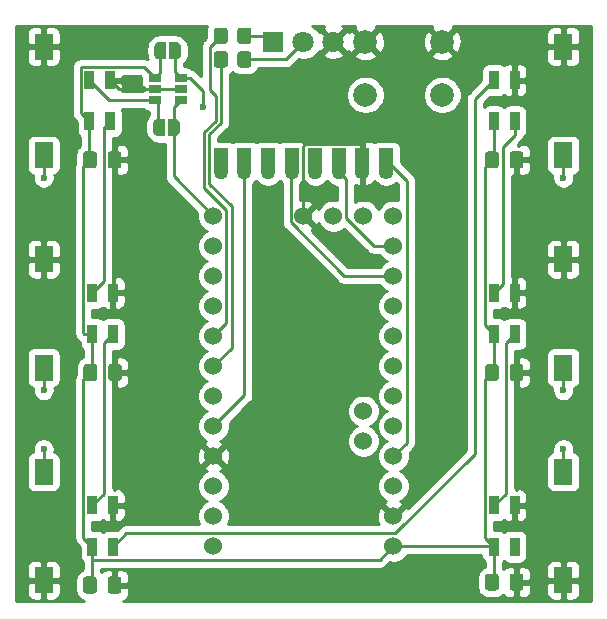
<source format=gbr>
%TF.GenerationSoftware,KiCad,Pcbnew,(5.1.9)-1*%
%TF.CreationDate,2021-04-07T01:06:44+02:00*%
%TF.ProjectId,HB-RC-6-PBU-LED_328,48422d52-432d-4362-9d50-42552d4c4544,rev?*%
%TF.SameCoordinates,Original*%
%TF.FileFunction,Copper,L1,Top*%
%TF.FilePolarity,Positive*%
%FSLAX46Y46*%
G04 Gerber Fmt 4.6, Leading zero omitted, Abs format (unit mm)*
G04 Created by KiCad (PCBNEW (5.1.9)-1) date 2021-04-07 01:06:44*
%MOMM*%
%LPD*%
G01*
G04 APERTURE LIST*
%TA.AperFunction,SMDPad,CuDef*%
%ADD10C,0.100000*%
%TD*%
%TA.AperFunction,ComponentPad*%
%ADD11C,2.000000*%
%TD*%
%TA.AperFunction,SMDPad,CuDef*%
%ADD12R,0.850000X1.600000*%
%TD*%
%TA.AperFunction,SMDPad,CuDef*%
%ADD13R,1.600000X2.180000*%
%TD*%
%TA.AperFunction,SMDPad,CuDef*%
%ADD14R,1.060000X0.650000*%
%TD*%
%TA.AperFunction,ComponentPad*%
%ADD15C,1.524000*%
%TD*%
%TA.AperFunction,ComponentPad*%
%ADD16O,1.270000X1.270000*%
%TD*%
%TA.AperFunction,ComponentPad*%
%ADD17C,1.270000*%
%TD*%
%TA.AperFunction,SMDPad,CuDef*%
%ADD18R,1.200000X2.000000*%
%TD*%
%TA.AperFunction,ComponentPad*%
%ADD19C,1.800000*%
%TD*%
%TA.AperFunction,ComponentPad*%
%ADD20R,1.800000X1.800000*%
%TD*%
%TA.AperFunction,ViaPad*%
%ADD21C,0.600000*%
%TD*%
%TA.AperFunction,Conductor*%
%ADD22C,0.250000*%
%TD*%
%TA.AperFunction,Conductor*%
%ADD23C,0.254000*%
%TD*%
%TA.AperFunction,Conductor*%
%ADD24C,0.100000*%
%TD*%
G04 APERTURE END LIST*
%TA.AperFunction,SMDPad,CuDef*%
D10*
%TO.P,JP2,2*%
%TO.N,/3V3*%
G36*
X124150000Y-72000602D02*
G01*
X124174534Y-72000602D01*
X124223365Y-72005412D01*
X124271490Y-72014984D01*
X124318445Y-72029228D01*
X124363778Y-72048005D01*
X124407051Y-72071136D01*
X124447850Y-72098396D01*
X124485779Y-72129524D01*
X124520476Y-72164221D01*
X124551604Y-72202150D01*
X124578864Y-72242949D01*
X124601995Y-72286222D01*
X124620772Y-72331555D01*
X124635016Y-72378510D01*
X124644588Y-72426635D01*
X124649398Y-72475466D01*
X124649398Y-72500000D01*
X124650000Y-72500000D01*
X124650000Y-73000000D01*
X124649398Y-73000000D01*
X124649398Y-73024534D01*
X124644588Y-73073365D01*
X124635016Y-73121490D01*
X124620772Y-73168445D01*
X124601995Y-73213778D01*
X124578864Y-73257051D01*
X124551604Y-73297850D01*
X124520476Y-73335779D01*
X124485779Y-73370476D01*
X124447850Y-73401604D01*
X124407051Y-73428864D01*
X124363778Y-73451995D01*
X124318445Y-73470772D01*
X124271490Y-73485016D01*
X124223365Y-73494588D01*
X124174534Y-73499398D01*
X124150000Y-73499398D01*
X124150000Y-73500000D01*
X123650000Y-73500000D01*
X123650000Y-72000000D01*
X124150000Y-72000000D01*
X124150000Y-72000602D01*
G37*
%TD.AperFunction*%
%TA.AperFunction,SMDPad,CuDef*%
%TO.P,JP2,1*%
%TO.N,/5V*%
G36*
X123350000Y-73500000D02*
G01*
X122850000Y-73500000D01*
X122850000Y-73499398D01*
X122825466Y-73499398D01*
X122776635Y-73494588D01*
X122728510Y-73485016D01*
X122681555Y-73470772D01*
X122636222Y-73451995D01*
X122592949Y-73428864D01*
X122552150Y-73401604D01*
X122514221Y-73370476D01*
X122479524Y-73335779D01*
X122448396Y-73297850D01*
X122421136Y-73257051D01*
X122398005Y-73213778D01*
X122379228Y-73168445D01*
X122364984Y-73121490D01*
X122355412Y-73073365D01*
X122350602Y-73024534D01*
X122350602Y-73000000D01*
X122350000Y-73000000D01*
X122350000Y-72500000D01*
X122350602Y-72500000D01*
X122350602Y-72475466D01*
X122355412Y-72426635D01*
X122364984Y-72378510D01*
X122379228Y-72331555D01*
X122398005Y-72286222D01*
X122421136Y-72242949D01*
X122448396Y-72202150D01*
X122479524Y-72164221D01*
X122514221Y-72129524D01*
X122552150Y-72098396D01*
X122592949Y-72071136D01*
X122636222Y-72048005D01*
X122681555Y-72029228D01*
X122728510Y-72014984D01*
X122776635Y-72005412D01*
X122825466Y-72000602D01*
X122850000Y-72000602D01*
X122850000Y-72000000D01*
X123350000Y-72000000D01*
X123350000Y-73500000D01*
G37*
%TD.AperFunction*%
%TD*%
%TA.AperFunction,SMDPad,CuDef*%
%TO.P,JP1,2*%
%TO.N,/WS_LED*%
G36*
X124050000Y-78500602D02*
G01*
X124074534Y-78500602D01*
X124123365Y-78505412D01*
X124171490Y-78514984D01*
X124218445Y-78529228D01*
X124263778Y-78548005D01*
X124307051Y-78571136D01*
X124347850Y-78598396D01*
X124385779Y-78629524D01*
X124420476Y-78664221D01*
X124451604Y-78702150D01*
X124478864Y-78742949D01*
X124501995Y-78786222D01*
X124520772Y-78831555D01*
X124535016Y-78878510D01*
X124544588Y-78926635D01*
X124549398Y-78975466D01*
X124549398Y-79000000D01*
X124550000Y-79000000D01*
X124550000Y-79500000D01*
X124549398Y-79500000D01*
X124549398Y-79524534D01*
X124544588Y-79573365D01*
X124535016Y-79621490D01*
X124520772Y-79668445D01*
X124501995Y-79713778D01*
X124478864Y-79757051D01*
X124451604Y-79797850D01*
X124420476Y-79835779D01*
X124385779Y-79870476D01*
X124347850Y-79901604D01*
X124307051Y-79928864D01*
X124263778Y-79951995D01*
X124218445Y-79970772D01*
X124171490Y-79985016D01*
X124123365Y-79994588D01*
X124074534Y-79999398D01*
X124050000Y-79999398D01*
X124050000Y-80000000D01*
X123550000Y-80000000D01*
X123550000Y-78500000D01*
X124050000Y-78500000D01*
X124050000Y-78500602D01*
G37*
%TD.AperFunction*%
%TA.AperFunction,SMDPad,CuDef*%
%TO.P,JP1,1*%
%TO.N,/WS2812B_LED_5V_Lvl*%
G36*
X123250000Y-80000000D02*
G01*
X122750000Y-80000000D01*
X122750000Y-79999398D01*
X122725466Y-79999398D01*
X122676635Y-79994588D01*
X122628510Y-79985016D01*
X122581555Y-79970772D01*
X122536222Y-79951995D01*
X122492949Y-79928864D01*
X122452150Y-79901604D01*
X122414221Y-79870476D01*
X122379524Y-79835779D01*
X122348396Y-79797850D01*
X122321136Y-79757051D01*
X122298005Y-79713778D01*
X122279228Y-79668445D01*
X122264984Y-79621490D01*
X122255412Y-79573365D01*
X122250602Y-79524534D01*
X122250602Y-79500000D01*
X122250000Y-79500000D01*
X122250000Y-79000000D01*
X122250602Y-79000000D01*
X122250602Y-78975466D01*
X122255412Y-78926635D01*
X122264984Y-78878510D01*
X122279228Y-78831555D01*
X122298005Y-78786222D01*
X122321136Y-78742949D01*
X122348396Y-78702150D01*
X122379524Y-78664221D01*
X122414221Y-78629524D01*
X122452150Y-78598396D01*
X122492949Y-78571136D01*
X122536222Y-78548005D01*
X122581555Y-78529228D01*
X122628510Y-78514984D01*
X122676635Y-78505412D01*
X122725466Y-78500602D01*
X122750000Y-78500602D01*
X122750000Y-78500000D01*
X123250000Y-78500000D01*
X123250000Y-80000000D01*
G37*
%TD.AperFunction*%
%TD*%
D11*
%TO.P,SW1,1*%
%TO.N,GND*%
X140250000Y-72000000D03*
%TO.P,SW1,2*%
%TO.N,/CONFIG*%
X140250000Y-76500000D03*
%TO.P,SW1,1*%
%TO.N,GND*%
X146750000Y-72000000D03*
%TO.P,SW1,2*%
%TO.N,/CONFIG*%
X146750000Y-76500000D03*
%TD*%
D12*
%TO.P,D2,1*%
%TO.N,/5V*%
X116875000Y-78750000D03*
%TO.P,D2,2*%
%TO.N,Net-(D2-Pad2)*%
X118625000Y-78750000D03*
%TO.P,D2,4*%
%TO.N,/WS2812B_LED_5V_Lvl*%
X116875000Y-75250000D03*
%TO.P,D2,3*%
%TO.N,GND*%
X118625000Y-75250000D03*
%TD*%
%TO.P,D3,1*%
%TO.N,/5V*%
X117125000Y-96750000D03*
%TO.P,D3,2*%
%TO.N,Net-(D3-Pad2)*%
X118875000Y-96750000D03*
%TO.P,D3,4*%
%TO.N,Net-(D2-Pad2)*%
X117125000Y-93250000D03*
%TO.P,D3,3*%
%TO.N,GND*%
X118875000Y-93250000D03*
%TD*%
D13*
%TO.P,SW7,2*%
%TO.N,/BTN6*%
X157000000Y-108410000D03*
%TO.P,SW7,1*%
%TO.N,GND*%
X157000000Y-117590000D03*
%TD*%
%TO.P,SW6,2*%
%TO.N,/BTN5*%
X157000000Y-99590000D03*
%TO.P,SW6,1*%
%TO.N,GND*%
X157000000Y-90410000D03*
%TD*%
%TO.P,SW5,2*%
%TO.N,/BTN4*%
X157000000Y-81590000D03*
%TO.P,SW5,1*%
%TO.N,GND*%
X157000000Y-72410000D03*
%TD*%
%TO.P,SW4,2*%
%TO.N,/BTN3*%
X113000000Y-108410000D03*
%TO.P,SW4,1*%
%TO.N,GND*%
X113000000Y-117590000D03*
%TD*%
%TO.P,SW3,2*%
%TO.N,/BTN2*%
X113000000Y-99590000D03*
%TO.P,SW3,1*%
%TO.N,GND*%
X113000000Y-90410000D03*
%TD*%
%TO.P,SW2,2*%
%TO.N,/BTN1*%
X113000000Y-81590000D03*
%TO.P,SW2,1*%
%TO.N,GND*%
X113000000Y-72410000D03*
%TD*%
%TO.P,R2,2*%
%TO.N,Net-(D1-Pad2)*%
%TA.AperFunction,SMDPad,CuDef*%
G36*
G01*
X129400000Y-73950001D02*
X129400000Y-73049999D01*
G75*
G02*
X129649999Y-72800000I249999J0D01*
G01*
X130350001Y-72800000D01*
G75*
G02*
X130600000Y-73049999I0J-249999D01*
G01*
X130600000Y-73950001D01*
G75*
G02*
X130350001Y-74200000I-249999J0D01*
G01*
X129649999Y-74200000D01*
G75*
G02*
X129400000Y-73950001I0J249999D01*
G01*
G37*
%TD.AperFunction*%
%TO.P,R2,1*%
%TO.N,/LED1*%
%TA.AperFunction,SMDPad,CuDef*%
G36*
G01*
X127400000Y-73950001D02*
X127400000Y-73049999D01*
G75*
G02*
X127649999Y-72800000I249999J0D01*
G01*
X128350001Y-72800000D01*
G75*
G02*
X128600000Y-73049999I0J-249999D01*
G01*
X128600000Y-73950001D01*
G75*
G02*
X128350001Y-74200000I-249999J0D01*
G01*
X127649999Y-74200000D01*
G75*
G02*
X127400000Y-73950001I0J249999D01*
G01*
G37*
%TD.AperFunction*%
%TD*%
%TO.P,R1,2*%
%TO.N,Net-(D1-Pad1)*%
%TA.AperFunction,SMDPad,CuDef*%
G36*
G01*
X129400000Y-71950001D02*
X129400000Y-71049999D01*
G75*
G02*
X129649999Y-70800000I249999J0D01*
G01*
X130350001Y-70800000D01*
G75*
G02*
X130600000Y-71049999I0J-249999D01*
G01*
X130600000Y-71950001D01*
G75*
G02*
X130350001Y-72200000I-249999J0D01*
G01*
X129649999Y-72200000D01*
G75*
G02*
X129400000Y-71950001I0J249999D01*
G01*
G37*
%TD.AperFunction*%
%TO.P,R1,1*%
%TO.N,/LED2*%
%TA.AperFunction,SMDPad,CuDef*%
G36*
G01*
X127400000Y-71950001D02*
X127400000Y-71049999D01*
G75*
G02*
X127649999Y-70800000I249999J0D01*
G01*
X128350001Y-70800000D01*
G75*
G02*
X128600000Y-71049999I0J-249999D01*
G01*
X128600000Y-71950001D01*
G75*
G02*
X128350001Y-72200000I-249999J0D01*
G01*
X127649999Y-72200000D01*
G75*
G02*
X127400000Y-71950001I0J249999D01*
G01*
G37*
%TD.AperFunction*%
%TD*%
D14*
%TO.P,U2,5*%
%TO.N,GND*%
X124600000Y-76000000D03*
%TO.P,U2,6*%
%TO.N,/3V3*%
X124600000Y-75050000D03*
%TO.P,U2,4*%
%TO.N,/WS_LED*%
X124600000Y-76950000D03*
%TO.P,U2,3*%
%TO.N,/WS2812B_LED_5V_Lvl*%
X122400000Y-76950000D03*
%TO.P,U2,2*%
%TO.N,GND*%
X122400000Y-76000000D03*
%TO.P,U2,1*%
%TO.N,/5V*%
X122400000Y-75050000D03*
%TD*%
D15*
%TO.P,U1,TXD*%
%TO.N,Net-(U1-PadTXD)*%
X127380000Y-114700000D03*
%TO.P,U1,RXD*%
%TO.N,Net-(U1-PadRXD)*%
X127380000Y-112160000D03*
%TO.P,U1,RST*%
%TO.N,Net-(U1-PadRST)*%
X127380000Y-109620000D03*
%TO.P,U1,GND*%
%TO.N,GND*%
X127380000Y-107080000D03*
%TO.P,U1,2*%
%TO.N,/GDO0*%
X127380000Y-104540000D03*
%TO.P,U1,3*%
%TO.N,Net-(U1-Pad3)*%
X127380000Y-102000000D03*
%TO.P,U1,4*%
%TO.N,/LED1*%
X127380000Y-99460000D03*
%TO.P,U1,5*%
%TO.N,/LED2*%
X127380000Y-96920000D03*
%TO.P,U1,6*%
%TO.N,Net-(U1-Pad6)*%
X127380000Y-94380000D03*
%TO.P,U1,7*%
%TO.N,Net-(U1-Pad7)*%
X127380000Y-91840000D03*
%TO.P,U1,8*%
%TO.N,/CONFIG*%
X127380000Y-89300000D03*
%TO.P,U1,9*%
%TO.N,/WS_LED*%
X127380000Y-86760000D03*
%TO.P,U1,10*%
%TO.N,/CSN*%
X142620000Y-86760000D03*
%TO.P,U1,11*%
%TO.N,/MOSI*%
X142620000Y-89300000D03*
%TO.P,U1,12*%
%TO.N,/MISO*%
X142620000Y-91840000D03*
%TO.P,U1,13*%
%TO.N,/SCK*%
X142620000Y-94380000D03*
%TO.P,U1,A0*%
%TO.N,/BTN1*%
X142620000Y-96920000D03*
%TO.P,U1,A1*%
%TO.N,/BTN2*%
X142620000Y-99460000D03*
%TO.P,U1,A2*%
%TO.N,/BTN3*%
X142620000Y-102000000D03*
%TO.P,U1,A3*%
%TO.N,/BTN4*%
X142620000Y-104540000D03*
%TO.P,U1,VCC*%
%TO.N,/3V3*%
X142620000Y-107080000D03*
%TO.P,U1,RST*%
%TO.N,Net-(U1-PadRST)*%
X142620000Y-109620000D03*
%TO.P,U1,GND*%
%TO.N,GND*%
X142620000Y-112160000D03*
%TO.P,U1,RAW*%
%TO.N,/5V*%
X142620000Y-114700000D03*
%TO.P,U1,A4*%
%TO.N,/BTN5*%
X140080000Y-103270000D03*
%TO.P,U1,A5*%
%TO.N,/BTN6*%
X140080000Y-105810000D03*
%TO.P,U1,A7*%
%TO.N,Net-(U1-PadA7)*%
X140080000Y-86760000D03*
%TO.P,U1,A6*%
%TO.N,Net-(U1-PadA6)*%
X137540000Y-86760000D03*
%TO.P,U1,GND*%
%TO.N,GND*%
X135000000Y-86760000D03*
%TD*%
D16*
%TO.P,IC1,1*%
%TO.N,/3V3*%
X142000000Y-83000000D03*
%TO.P,IC1,2*%
%TO.N,GND*%
X140000000Y-83000000D03*
D17*
%TO.P,IC1,3*%
%TO.N,/MOSI*%
X138000000Y-83000000D03*
%TO.P,IC1,4*%
%TO.N,/SCK*%
X136000000Y-83000000D03*
%TO.P,IC1,5*%
%TO.N,/MISO*%
X134000000Y-83000000D03*
%TO.P,IC1,6*%
%TO.N,Net-(IC1-Pad6)*%
X132000000Y-83000000D03*
%TO.P,IC1,7*%
%TO.N,/GDO0*%
X130000000Y-83000000D03*
%TO.P,IC1,8*%
%TO.N,/CSN*%
X128000000Y-83000000D03*
D18*
%TO.P,IC1,1*%
%TO.N,/3V3*%
X142000000Y-82000000D03*
%TO.P,IC1,2*%
%TO.N,GND*%
X140000000Y-82000000D03*
%TO.P,IC1,3*%
%TO.N,/MOSI*%
X138000000Y-82000000D03*
%TO.P,IC1,4*%
%TO.N,/SCK*%
X136000000Y-82000000D03*
%TO.P,IC1,5*%
%TO.N,/MISO*%
X134000000Y-82000000D03*
%TO.P,IC1,6*%
%TO.N,Net-(IC1-Pad6)*%
X132000000Y-82000000D03*
%TO.P,IC1,7*%
%TO.N,/GDO0*%
X130000000Y-82000000D03*
%TO.P,IC1,8*%
%TO.N,/CSN*%
X128000000Y-82000000D03*
%TD*%
D12*
%TO.P,D7,1*%
%TO.N,/5V*%
X151125000Y-114750000D03*
%TO.P,D7,2*%
%TO.N,Net-(D7-Pad2)*%
X152875000Y-114750000D03*
%TO.P,D7,4*%
%TO.N,Net-(D6-Pad2)*%
X151125000Y-111250000D03*
%TO.P,D7,3*%
%TO.N,GND*%
X152875000Y-111250000D03*
%TD*%
%TO.P,D6,1*%
%TO.N,/5V*%
X151125000Y-96750000D03*
%TO.P,D6,2*%
%TO.N,Net-(D6-Pad2)*%
X152875000Y-96750000D03*
%TO.P,D6,4*%
%TO.N,Net-(D5-Pad2)*%
X151125000Y-93250000D03*
%TO.P,D6,3*%
%TO.N,GND*%
X152875000Y-93250000D03*
%TD*%
%TO.P,D5,1*%
%TO.N,/5V*%
X151125000Y-78750000D03*
%TO.P,D5,2*%
%TO.N,Net-(D5-Pad2)*%
X152875000Y-78750000D03*
%TO.P,D5,4*%
%TO.N,Net-(D4-Pad2)*%
X151125000Y-75250000D03*
%TO.P,D5,3*%
%TO.N,GND*%
X152875000Y-75250000D03*
%TD*%
%TO.P,D4,1*%
%TO.N,/5V*%
X117125000Y-114750000D03*
%TO.P,D4,2*%
%TO.N,Net-(D4-Pad2)*%
X118875000Y-114750000D03*
%TO.P,D4,4*%
%TO.N,Net-(D3-Pad2)*%
X117125000Y-111250000D03*
%TO.P,D4,3*%
%TO.N,GND*%
X118875000Y-111250000D03*
%TD*%
D19*
%TO.P,D1,3*%
%TO.N,GND*%
X137540000Y-72000000D03*
%TO.P,D1,2*%
%TO.N,Net-(D1-Pad2)*%
X135000000Y-72000000D03*
D20*
%TO.P,D1,1*%
%TO.N,Net-(D1-Pad1)*%
X132460000Y-72000000D03*
%TD*%
%TO.P,C6,2*%
%TO.N,GND*%
%TA.AperFunction,SMDPad,CuDef*%
G36*
G01*
X152450000Y-118225000D02*
X152450000Y-117275000D01*
G75*
G02*
X152700000Y-117025000I250000J0D01*
G01*
X153375000Y-117025000D01*
G75*
G02*
X153625000Y-117275000I0J-250000D01*
G01*
X153625000Y-118225000D01*
G75*
G02*
X153375000Y-118475000I-250000J0D01*
G01*
X152700000Y-118475000D01*
G75*
G02*
X152450000Y-118225000I0J250000D01*
G01*
G37*
%TD.AperFunction*%
%TO.P,C6,1*%
%TO.N,/5V*%
%TA.AperFunction,SMDPad,CuDef*%
G36*
G01*
X150375000Y-118225000D02*
X150375000Y-117275000D01*
G75*
G02*
X150625000Y-117025000I250000J0D01*
G01*
X151300000Y-117025000D01*
G75*
G02*
X151550000Y-117275000I0J-250000D01*
G01*
X151550000Y-118225000D01*
G75*
G02*
X151300000Y-118475000I-250000J0D01*
G01*
X150625000Y-118475000D01*
G75*
G02*
X150375000Y-118225000I0J250000D01*
G01*
G37*
%TD.AperFunction*%
%TD*%
%TO.P,C5,2*%
%TO.N,GND*%
%TA.AperFunction,SMDPad,CuDef*%
G36*
G01*
X152450000Y-100475000D02*
X152450000Y-99525000D01*
G75*
G02*
X152700000Y-99275000I250000J0D01*
G01*
X153375000Y-99275000D01*
G75*
G02*
X153625000Y-99525000I0J-250000D01*
G01*
X153625000Y-100475000D01*
G75*
G02*
X153375000Y-100725000I-250000J0D01*
G01*
X152700000Y-100725000D01*
G75*
G02*
X152450000Y-100475000I0J250000D01*
G01*
G37*
%TD.AperFunction*%
%TO.P,C5,1*%
%TO.N,/5V*%
%TA.AperFunction,SMDPad,CuDef*%
G36*
G01*
X150375000Y-100475000D02*
X150375000Y-99525000D01*
G75*
G02*
X150625000Y-99275000I250000J0D01*
G01*
X151300000Y-99275000D01*
G75*
G02*
X151550000Y-99525000I0J-250000D01*
G01*
X151550000Y-100475000D01*
G75*
G02*
X151300000Y-100725000I-250000J0D01*
G01*
X150625000Y-100725000D01*
G75*
G02*
X150375000Y-100475000I0J250000D01*
G01*
G37*
%TD.AperFunction*%
%TD*%
%TO.P,C4,2*%
%TO.N,GND*%
%TA.AperFunction,SMDPad,CuDef*%
G36*
G01*
X152450000Y-82475000D02*
X152450000Y-81525000D01*
G75*
G02*
X152700000Y-81275000I250000J0D01*
G01*
X153375000Y-81275000D01*
G75*
G02*
X153625000Y-81525000I0J-250000D01*
G01*
X153625000Y-82475000D01*
G75*
G02*
X153375000Y-82725000I-250000J0D01*
G01*
X152700000Y-82725000D01*
G75*
G02*
X152450000Y-82475000I0J250000D01*
G01*
G37*
%TD.AperFunction*%
%TO.P,C4,1*%
%TO.N,/5V*%
%TA.AperFunction,SMDPad,CuDef*%
G36*
G01*
X150375000Y-82475000D02*
X150375000Y-81525000D01*
G75*
G02*
X150625000Y-81275000I250000J0D01*
G01*
X151300000Y-81275000D01*
G75*
G02*
X151550000Y-81525000I0J-250000D01*
G01*
X151550000Y-82475000D01*
G75*
G02*
X151300000Y-82725000I-250000J0D01*
G01*
X150625000Y-82725000D01*
G75*
G02*
X150375000Y-82475000I0J250000D01*
G01*
G37*
%TD.AperFunction*%
%TD*%
%TO.P,C3,2*%
%TO.N,GND*%
%TA.AperFunction,SMDPad,CuDef*%
G36*
G01*
X118412500Y-118475000D02*
X118412500Y-117525000D01*
G75*
G02*
X118662500Y-117275000I250000J0D01*
G01*
X119337500Y-117275000D01*
G75*
G02*
X119587500Y-117525000I0J-250000D01*
G01*
X119587500Y-118475000D01*
G75*
G02*
X119337500Y-118725000I-250000J0D01*
G01*
X118662500Y-118725000D01*
G75*
G02*
X118412500Y-118475000I0J250000D01*
G01*
G37*
%TD.AperFunction*%
%TO.P,C3,1*%
%TO.N,/5V*%
%TA.AperFunction,SMDPad,CuDef*%
G36*
G01*
X116337500Y-118475000D02*
X116337500Y-117525000D01*
G75*
G02*
X116587500Y-117275000I250000J0D01*
G01*
X117262500Y-117275000D01*
G75*
G02*
X117512500Y-117525000I0J-250000D01*
G01*
X117512500Y-118475000D01*
G75*
G02*
X117262500Y-118725000I-250000J0D01*
G01*
X116587500Y-118725000D01*
G75*
G02*
X116337500Y-118475000I0J250000D01*
G01*
G37*
%TD.AperFunction*%
%TD*%
%TO.P,C2,2*%
%TO.N,GND*%
%TA.AperFunction,SMDPad,CuDef*%
G36*
G01*
X118450000Y-100475000D02*
X118450000Y-99525000D01*
G75*
G02*
X118700000Y-99275000I250000J0D01*
G01*
X119375000Y-99275000D01*
G75*
G02*
X119625000Y-99525000I0J-250000D01*
G01*
X119625000Y-100475000D01*
G75*
G02*
X119375000Y-100725000I-250000J0D01*
G01*
X118700000Y-100725000D01*
G75*
G02*
X118450000Y-100475000I0J250000D01*
G01*
G37*
%TD.AperFunction*%
%TO.P,C2,1*%
%TO.N,/5V*%
%TA.AperFunction,SMDPad,CuDef*%
G36*
G01*
X116375000Y-100475000D02*
X116375000Y-99525000D01*
G75*
G02*
X116625000Y-99275000I250000J0D01*
G01*
X117300000Y-99275000D01*
G75*
G02*
X117550000Y-99525000I0J-250000D01*
G01*
X117550000Y-100475000D01*
G75*
G02*
X117300000Y-100725000I-250000J0D01*
G01*
X116625000Y-100725000D01*
G75*
G02*
X116375000Y-100475000I0J250000D01*
G01*
G37*
%TD.AperFunction*%
%TD*%
%TO.P,C1,2*%
%TO.N,GND*%
%TA.AperFunction,SMDPad,CuDef*%
G36*
G01*
X118412500Y-82475000D02*
X118412500Y-81525000D01*
G75*
G02*
X118662500Y-81275000I250000J0D01*
G01*
X119337500Y-81275000D01*
G75*
G02*
X119587500Y-81525000I0J-250000D01*
G01*
X119587500Y-82475000D01*
G75*
G02*
X119337500Y-82725000I-250000J0D01*
G01*
X118662500Y-82725000D01*
G75*
G02*
X118412500Y-82475000I0J250000D01*
G01*
G37*
%TD.AperFunction*%
%TO.P,C1,1*%
%TO.N,/5V*%
%TA.AperFunction,SMDPad,CuDef*%
G36*
G01*
X116337500Y-82475000D02*
X116337500Y-81525000D01*
G75*
G02*
X116587500Y-81275000I250000J0D01*
G01*
X117262500Y-81275000D01*
G75*
G02*
X117512500Y-81525000I0J-250000D01*
G01*
X117512500Y-82475000D01*
G75*
G02*
X117262500Y-82725000I-250000J0D01*
G01*
X116587500Y-82725000D01*
G75*
G02*
X116337500Y-82475000I0J250000D01*
G01*
G37*
%TD.AperFunction*%
%TD*%
D21*
%TO.N,GND*%
X157750000Y-88250000D03*
X120500000Y-76000000D03*
%TO.N,/3V3*%
X126500000Y-77500000D03*
%TO.N,/BTN1*%
X113000000Y-83500000D03*
%TO.N,/BTN2*%
X113000000Y-101500000D03*
%TO.N,/BTN3*%
X113000000Y-106500000D03*
%TO.N,/BTN4*%
X157000000Y-83500000D03*
%TO.N,/BTN5*%
X157000000Y-101500000D03*
%TO.N,/BTN6*%
X157000000Y-106500000D03*
%TD*%
D22*
%TO.N,GND*%
X135000000Y-80814998D02*
X135000000Y-86760000D01*
X135139999Y-80674999D02*
X135000000Y-80814998D01*
X139924999Y-80674999D02*
X135139999Y-80674999D01*
X140000000Y-80750000D02*
X139924999Y-80674999D01*
X140000000Y-82000000D02*
X140000000Y-80750000D01*
X157000000Y-89000000D02*
X157750000Y-88250000D01*
X157000000Y-90410000D02*
X157000000Y-89000000D01*
X119375000Y-76000000D02*
X122400000Y-76000000D01*
X118625000Y-75250000D02*
X118625000Y-75250000D01*
X122400000Y-76000000D02*
X124600000Y-76000000D01*
X118625000Y-75250000D02*
X119375000Y-76000000D01*
%TO.N,/5V*%
X116875000Y-81950000D02*
X116925000Y-82000000D01*
X116875000Y-78750000D02*
X116875000Y-81950000D01*
X117125000Y-99837500D02*
X116962500Y-100000000D01*
X117125000Y-96750000D02*
X117125000Y-99837500D01*
X117125000Y-117800000D02*
X116925000Y-118000000D01*
X117125000Y-114750000D02*
X117125000Y-117800000D01*
X116374999Y-113999999D02*
X117125000Y-114750000D01*
X116374999Y-100587501D02*
X116374999Y-113999999D01*
X116962500Y-100000000D02*
X116374999Y-100587501D01*
X116374999Y-82550001D02*
X116925000Y-82000000D01*
X116374999Y-96674999D02*
X116374999Y-82550001D01*
X116450000Y-96750000D02*
X116374999Y-96674999D01*
X117125000Y-96750000D02*
X116450000Y-96750000D01*
X151125000Y-81837500D02*
X150962500Y-82000000D01*
X151125000Y-78750000D02*
X151125000Y-81837500D01*
X151125000Y-99837500D02*
X150962500Y-100000000D01*
X151125000Y-96750000D02*
X151125000Y-99837500D01*
X151125000Y-117587500D02*
X150962500Y-117750000D01*
X151125000Y-114750000D02*
X151125000Y-117587500D01*
X150374999Y-95999999D02*
X151125000Y-96750000D01*
X150374999Y-82587501D02*
X150374999Y-95999999D01*
X150962500Y-82000000D02*
X150374999Y-82587501D01*
X150374999Y-113999999D02*
X151125000Y-114750000D01*
X150374999Y-100587501D02*
X150374999Y-113999999D01*
X150962500Y-100000000D02*
X150374999Y-100587501D01*
X141444999Y-115875001D02*
X142620000Y-114700000D01*
X117200001Y-115875001D02*
X141444999Y-115875001D01*
X117125000Y-115800000D02*
X117200001Y-115875001D01*
X117125000Y-114750000D02*
X117125000Y-115800000D01*
X151075000Y-114700000D02*
X151125000Y-114750000D01*
X142620000Y-114700000D02*
X151075000Y-114700000D01*
X122850000Y-74600000D02*
X122400000Y-75050000D01*
X122850000Y-72500000D02*
X122850000Y-74600000D01*
X121474999Y-74124999D02*
X122400000Y-75050000D01*
X116189999Y-74124999D02*
X121474999Y-74124999D01*
X116124999Y-74189999D02*
X116189999Y-74124999D01*
X116124999Y-77999999D02*
X116124999Y-74189999D01*
X116875000Y-78750000D02*
X116124999Y-77999999D01*
%TO.N,Net-(D1-Pad2)*%
X133500000Y-73500000D02*
X135000000Y-72000000D01*
X130000000Y-73500000D02*
X133500000Y-73500000D01*
%TO.N,Net-(D1-Pad1)*%
X131960000Y-71500000D02*
X132460000Y-72000000D01*
X130000000Y-71500000D02*
X131960000Y-71500000D01*
%TO.N,Net-(D2-Pad2)*%
X118087490Y-92287510D02*
X117125000Y-93250000D01*
X118087490Y-79287510D02*
X118087490Y-92287510D01*
X118625000Y-78750000D02*
X118087490Y-79287510D01*
%TO.N,/WS2812B_LED_5V_Lvl*%
X122700000Y-77250000D02*
X122400000Y-76950000D01*
X122700000Y-79250000D02*
X122700000Y-77250000D01*
X118575000Y-76950000D02*
X116875000Y-75250000D01*
X122400000Y-76950000D02*
X118575000Y-76950000D01*
%TO.N,Net-(D3-Pad2)*%
X118124990Y-110250010D02*
X117125000Y-111250000D01*
X118124990Y-97500010D02*
X118124990Y-110250010D01*
X118875000Y-96750000D02*
X118124990Y-97500010D01*
%TO.N,Net-(D4-Pad2)*%
X151125000Y-75250000D02*
X149500000Y-76875000D01*
X120012001Y-113612999D02*
X118875000Y-114750000D01*
X142775763Y-113612999D02*
X120012001Y-113612999D01*
X149500000Y-106888762D02*
X142775763Y-113612999D01*
X149500000Y-76875000D02*
X149500000Y-106888762D01*
%TO.N,Net-(D5-Pad2)*%
X151875010Y-92499990D02*
X151125000Y-93250000D01*
X151875010Y-80874990D02*
X151875010Y-92499990D01*
X152875000Y-79875000D02*
X151875010Y-80874990D01*
X152875000Y-78750000D02*
X152875000Y-79875000D01*
%TO.N,Net-(D6-Pad2)*%
X152124990Y-110250010D02*
X151125000Y-111250000D01*
X152124990Y-97500010D02*
X152124990Y-110250010D01*
X152875000Y-96750000D02*
X152124990Y-97500010D01*
%TO.N,/3V3*%
X142000000Y-82000000D02*
X143750000Y-83750000D01*
X143750000Y-105950000D02*
X142620000Y-107080000D01*
X143750000Y-83750000D02*
X143750000Y-105950000D01*
X124150000Y-74600000D02*
X124600000Y-75050000D01*
X124150000Y-72500000D02*
X124150000Y-74600000D01*
X126500000Y-76170000D02*
X126500000Y-77500000D01*
X125380000Y-75050000D02*
X126500000Y-76170000D01*
X124600000Y-75050000D02*
X125380000Y-75050000D01*
%TO.N,/MOSI*%
X138627001Y-83627001D02*
X138000000Y-83000000D01*
X138627001Y-86915763D02*
X138627001Y-83627001D01*
X141011238Y-89300000D02*
X138627001Y-86915763D01*
X142620000Y-89300000D02*
X141011238Y-89300000D01*
%TO.N,/MISO*%
X138471238Y-91840000D02*
X142620000Y-91840000D01*
X133912999Y-87281761D02*
X138471238Y-91840000D01*
X133912999Y-82087001D02*
X133912999Y-87281761D01*
X134000000Y-82000000D02*
X133912999Y-82087001D01*
%TO.N,/GDO0*%
X130000000Y-101920000D02*
X127380000Y-104540000D01*
X130000000Y-82000000D02*
X130000000Y-101920000D01*
%TO.N,/BTN1*%
X113000000Y-81590000D02*
X113000000Y-83500000D01*
%TO.N,/BTN2*%
X113000000Y-99590000D02*
X113000000Y-101500000D01*
%TO.N,/BTN3*%
X113000000Y-108410000D02*
X113000000Y-106500000D01*
%TO.N,/BTN4*%
X157000000Y-81590000D02*
X157000000Y-83500000D01*
%TO.N,/BTN5*%
X157000000Y-99590000D02*
X157000000Y-101500000D01*
%TO.N,/BTN6*%
X157000000Y-108410000D02*
X157000000Y-106500000D01*
%TO.N,/LED1*%
X127039999Y-79846411D02*
X127039999Y-84039999D01*
X128025019Y-78861391D02*
X127039999Y-79846411D01*
X128025020Y-73525020D02*
X128025019Y-78861391D01*
X128000000Y-73500000D02*
X128025020Y-73525020D01*
X128917011Y-97922989D02*
X127380000Y-99460000D01*
X128917011Y-85917011D02*
X128917011Y-97922989D01*
X127039999Y-84039999D02*
X128917011Y-85917011D01*
%TO.N,/LED2*%
X128467001Y-95832999D02*
X127380000Y-96920000D01*
X128467001Y-86238239D02*
X128467001Y-95832999D01*
X126589989Y-79660011D02*
X126589989Y-84361227D01*
X127575010Y-78674990D02*
X126589989Y-79660011D01*
X127575010Y-76611672D02*
X127575010Y-78674990D01*
X127074990Y-76111652D02*
X127575010Y-76611672D01*
X126589989Y-84361227D02*
X128467001Y-86238239D01*
X127074990Y-72425010D02*
X127074990Y-76111652D01*
X128000000Y-71500000D02*
X127074990Y-72425010D01*
%TO.N,/WS_LED*%
X124000000Y-77550000D02*
X124600000Y-76950000D01*
X124000000Y-79250000D02*
X124000000Y-77550000D01*
X124000000Y-83380000D02*
X127380000Y-86760000D01*
X124000000Y-79250000D02*
X124000000Y-83380000D01*
%TD*%
D23*
%TO.N,GND*%
X126829528Y-70710149D02*
X126778992Y-70876745D01*
X126761928Y-71049999D01*
X126761928Y-71663271D01*
X126563992Y-71861207D01*
X126534989Y-71885009D01*
X126491989Y-71937405D01*
X126440016Y-72000734D01*
X126404835Y-72066553D01*
X126369444Y-72132764D01*
X126325987Y-72276025D01*
X126314990Y-72387678D01*
X126314990Y-72387688D01*
X126311314Y-72425010D01*
X126314990Y-72462333D01*
X126314991Y-74910189D01*
X125943804Y-74539002D01*
X125920001Y-74509999D01*
X125804276Y-74415026D01*
X125672247Y-74344454D01*
X125628189Y-74331089D01*
X125581185Y-74273815D01*
X125484494Y-74194463D01*
X125374180Y-74135498D01*
X125254482Y-74099188D01*
X125130000Y-74086928D01*
X124910000Y-74086928D01*
X124910000Y-73844569D01*
X124918382Y-73837690D01*
X124987690Y-73768382D01*
X125067042Y-73671691D01*
X125121498Y-73590192D01*
X125180464Y-73479875D01*
X125217973Y-73389319D01*
X125254282Y-73269623D01*
X125273404Y-73173490D01*
X125285664Y-73049009D01*
X125285664Y-73024450D01*
X125288072Y-73000000D01*
X125288072Y-72500000D01*
X125285664Y-72475550D01*
X125285664Y-72450991D01*
X125273404Y-72326510D01*
X125254282Y-72230377D01*
X125217973Y-72110681D01*
X125180464Y-72020125D01*
X125121498Y-71909808D01*
X125067042Y-71828309D01*
X124987690Y-71731618D01*
X124918382Y-71662310D01*
X124821691Y-71582958D01*
X124740192Y-71528502D01*
X124629875Y-71469536D01*
X124539319Y-71432027D01*
X124419623Y-71395718D01*
X124323490Y-71376596D01*
X124199009Y-71364336D01*
X124174450Y-71364336D01*
X124150000Y-71361928D01*
X123650000Y-71361928D01*
X123525518Y-71374188D01*
X123500000Y-71381929D01*
X123474482Y-71374188D01*
X123350000Y-71361928D01*
X122850000Y-71361928D01*
X122825550Y-71364336D01*
X122800991Y-71364336D01*
X122676510Y-71376596D01*
X122580377Y-71395718D01*
X122460681Y-71432027D01*
X122370125Y-71469536D01*
X122259808Y-71528502D01*
X122178309Y-71582958D01*
X122081618Y-71662310D01*
X122012310Y-71731618D01*
X121932958Y-71828309D01*
X121878502Y-71909808D01*
X121819536Y-72020125D01*
X121782027Y-72110681D01*
X121745718Y-72230377D01*
X121726596Y-72326510D01*
X121714336Y-72450991D01*
X121714336Y-72475550D01*
X121711928Y-72500000D01*
X121711928Y-73000000D01*
X121714336Y-73024450D01*
X121714336Y-73049009D01*
X121726596Y-73173490D01*
X121745718Y-73269623D01*
X121782027Y-73389319D01*
X121802261Y-73438169D01*
X121767246Y-73419453D01*
X121623985Y-73375996D01*
X121512332Y-73364999D01*
X121512321Y-73364999D01*
X121474999Y-73361323D01*
X121437677Y-73364999D01*
X116227322Y-73364999D01*
X116189999Y-73361323D01*
X116152677Y-73364999D01*
X116152666Y-73364999D01*
X116041013Y-73375996D01*
X115897752Y-73419453D01*
X115765723Y-73490025D01*
X115649998Y-73584998D01*
X115626195Y-73614002D01*
X115613997Y-73626200D01*
X115584999Y-73649998D01*
X115561201Y-73678996D01*
X115561200Y-73678997D01*
X115490025Y-73765723D01*
X115419453Y-73897753D01*
X115395714Y-73976013D01*
X115375997Y-74041013D01*
X115367897Y-74123255D01*
X115361323Y-74189999D01*
X115365000Y-74227331D01*
X115364999Y-77962676D01*
X115361323Y-77999999D01*
X115364999Y-78037321D01*
X115364999Y-78037331D01*
X115375996Y-78148984D01*
X115403301Y-78238997D01*
X115419453Y-78292245D01*
X115490025Y-78424275D01*
X115500563Y-78437115D01*
X115584998Y-78540000D01*
X115614001Y-78563802D01*
X115811928Y-78761729D01*
X115811928Y-79550000D01*
X115824188Y-79674482D01*
X115860498Y-79794180D01*
X115919463Y-79904494D01*
X115998815Y-80001185D01*
X116095506Y-80080537D01*
X116115000Y-80090957D01*
X116115001Y-80775431D01*
X116094114Y-80786595D01*
X115959538Y-80897038D01*
X115849095Y-81031614D01*
X115767028Y-81185150D01*
X115716492Y-81351746D01*
X115699428Y-81525000D01*
X115699428Y-82201676D01*
X115669453Y-82257755D01*
X115658078Y-82295255D01*
X115625997Y-82401015D01*
X115620188Y-82459999D01*
X115611323Y-82550001D01*
X115615000Y-82587333D01*
X115614999Y-96637677D01*
X115611323Y-96674999D01*
X115614999Y-96712321D01*
X115614999Y-96712331D01*
X115625996Y-96823984D01*
X115648748Y-96898987D01*
X115669453Y-96967245D01*
X115740025Y-97099275D01*
X115779870Y-97147825D01*
X115834998Y-97215000D01*
X115863999Y-97238801D01*
X115886199Y-97261001D01*
X115909999Y-97290001D01*
X116025724Y-97384974D01*
X116061928Y-97404326D01*
X116061928Y-97550000D01*
X116074188Y-97674482D01*
X116110498Y-97794180D01*
X116169463Y-97904494D01*
X116248815Y-98001185D01*
X116345506Y-98080537D01*
X116365000Y-98090957D01*
X116365001Y-98680306D01*
X116285150Y-98704528D01*
X116131614Y-98786595D01*
X115997038Y-98897038D01*
X115886595Y-99031614D01*
X115804528Y-99185150D01*
X115753992Y-99351746D01*
X115736928Y-99525000D01*
X115736928Y-100169019D01*
X115715557Y-100209002D01*
X115669453Y-100295255D01*
X115625996Y-100438516D01*
X115614999Y-100550169D01*
X115614999Y-100550179D01*
X115611323Y-100587501D01*
X115614999Y-100624823D01*
X115615000Y-113962667D01*
X115611323Y-113999999D01*
X115615000Y-114037332D01*
X115625997Y-114148985D01*
X115634434Y-114176798D01*
X115669453Y-114292245D01*
X115740025Y-114424275D01*
X115767501Y-114457754D01*
X115834999Y-114540000D01*
X115863997Y-114563798D01*
X116061928Y-114761729D01*
X116061928Y-115550000D01*
X116074188Y-115674482D01*
X116110498Y-115794180D01*
X116169463Y-115904494D01*
X116248815Y-116001185D01*
X116345506Y-116080537D01*
X116365000Y-116090957D01*
X116365001Y-116668930D01*
X116247650Y-116704528D01*
X116094114Y-116786595D01*
X115959538Y-116897038D01*
X115849095Y-117031614D01*
X115767028Y-117185150D01*
X115716492Y-117351746D01*
X115699428Y-117525000D01*
X115699428Y-118475000D01*
X115716492Y-118648254D01*
X115767028Y-118814850D01*
X115849095Y-118968386D01*
X115959538Y-119102962D01*
X116094114Y-119213405D01*
X116247650Y-119295472D01*
X116394440Y-119340000D01*
X110660000Y-119340000D01*
X110660000Y-118680000D01*
X111561928Y-118680000D01*
X111574188Y-118804482D01*
X111610498Y-118924180D01*
X111669463Y-119034494D01*
X111748815Y-119131185D01*
X111845506Y-119210537D01*
X111955820Y-119269502D01*
X112075518Y-119305812D01*
X112200000Y-119318072D01*
X112714250Y-119315000D01*
X112873000Y-119156250D01*
X112873000Y-117717000D01*
X113127000Y-117717000D01*
X113127000Y-119156250D01*
X113285750Y-119315000D01*
X113800000Y-119318072D01*
X113924482Y-119305812D01*
X114044180Y-119269502D01*
X114154494Y-119210537D01*
X114251185Y-119131185D01*
X114330537Y-119034494D01*
X114389502Y-118924180D01*
X114425812Y-118804482D01*
X114438072Y-118680000D01*
X114435000Y-117875750D01*
X114276250Y-117717000D01*
X113127000Y-117717000D01*
X112873000Y-117717000D01*
X111723750Y-117717000D01*
X111565000Y-117875750D01*
X111561928Y-118680000D01*
X110660000Y-118680000D01*
X110660000Y-116500000D01*
X111561928Y-116500000D01*
X111565000Y-117304250D01*
X111723750Y-117463000D01*
X112873000Y-117463000D01*
X112873000Y-116023750D01*
X113127000Y-116023750D01*
X113127000Y-117463000D01*
X114276250Y-117463000D01*
X114435000Y-117304250D01*
X114438072Y-116500000D01*
X114425812Y-116375518D01*
X114389502Y-116255820D01*
X114330537Y-116145506D01*
X114251185Y-116048815D01*
X114154494Y-115969463D01*
X114044180Y-115910498D01*
X113924482Y-115874188D01*
X113800000Y-115861928D01*
X113285750Y-115865000D01*
X113127000Y-116023750D01*
X112873000Y-116023750D01*
X112714250Y-115865000D01*
X112200000Y-115861928D01*
X112075518Y-115874188D01*
X111955820Y-115910498D01*
X111845506Y-115969463D01*
X111748815Y-116048815D01*
X111669463Y-116145506D01*
X111610498Y-116255820D01*
X111574188Y-116375518D01*
X111561928Y-116500000D01*
X110660000Y-116500000D01*
X110660000Y-107320000D01*
X111561928Y-107320000D01*
X111561928Y-109500000D01*
X111574188Y-109624482D01*
X111610498Y-109744180D01*
X111669463Y-109854494D01*
X111748815Y-109951185D01*
X111845506Y-110030537D01*
X111955820Y-110089502D01*
X112075518Y-110125812D01*
X112200000Y-110138072D01*
X113800000Y-110138072D01*
X113924482Y-110125812D01*
X114044180Y-110089502D01*
X114154494Y-110030537D01*
X114251185Y-109951185D01*
X114330537Y-109854494D01*
X114389502Y-109744180D01*
X114425812Y-109624482D01*
X114438072Y-109500000D01*
X114438072Y-107320000D01*
X114425812Y-107195518D01*
X114389502Y-107075820D01*
X114330537Y-106965506D01*
X114251185Y-106868815D01*
X114154494Y-106789463D01*
X114044180Y-106730498D01*
X113924482Y-106694188D01*
X113914879Y-106693242D01*
X113935000Y-106592089D01*
X113935000Y-106407911D01*
X113899068Y-106227271D01*
X113828586Y-106057111D01*
X113726262Y-105903972D01*
X113596028Y-105773738D01*
X113442889Y-105671414D01*
X113272729Y-105600932D01*
X113092089Y-105565000D01*
X112907911Y-105565000D01*
X112727271Y-105600932D01*
X112557111Y-105671414D01*
X112403972Y-105773738D01*
X112273738Y-105903972D01*
X112171414Y-106057111D01*
X112100932Y-106227271D01*
X112065000Y-106407911D01*
X112065000Y-106592089D01*
X112085121Y-106693242D01*
X112075518Y-106694188D01*
X111955820Y-106730498D01*
X111845506Y-106789463D01*
X111748815Y-106868815D01*
X111669463Y-106965506D01*
X111610498Y-107075820D01*
X111574188Y-107195518D01*
X111561928Y-107320000D01*
X110660000Y-107320000D01*
X110660000Y-98500000D01*
X111561928Y-98500000D01*
X111561928Y-100680000D01*
X111574188Y-100804482D01*
X111610498Y-100924180D01*
X111669463Y-101034494D01*
X111748815Y-101131185D01*
X111845506Y-101210537D01*
X111955820Y-101269502D01*
X112075518Y-101305812D01*
X112085121Y-101306758D01*
X112065000Y-101407911D01*
X112065000Y-101592089D01*
X112100932Y-101772729D01*
X112171414Y-101942889D01*
X112273738Y-102096028D01*
X112403972Y-102226262D01*
X112557111Y-102328586D01*
X112727271Y-102399068D01*
X112907911Y-102435000D01*
X113092089Y-102435000D01*
X113272729Y-102399068D01*
X113442889Y-102328586D01*
X113596028Y-102226262D01*
X113726262Y-102096028D01*
X113828586Y-101942889D01*
X113899068Y-101772729D01*
X113935000Y-101592089D01*
X113935000Y-101407911D01*
X113914879Y-101306758D01*
X113924482Y-101305812D01*
X114044180Y-101269502D01*
X114154494Y-101210537D01*
X114251185Y-101131185D01*
X114330537Y-101034494D01*
X114389502Y-100924180D01*
X114425812Y-100804482D01*
X114438072Y-100680000D01*
X114438072Y-98500000D01*
X114425812Y-98375518D01*
X114389502Y-98255820D01*
X114330537Y-98145506D01*
X114251185Y-98048815D01*
X114154494Y-97969463D01*
X114044180Y-97910498D01*
X113924482Y-97874188D01*
X113800000Y-97861928D01*
X112200000Y-97861928D01*
X112075518Y-97874188D01*
X111955820Y-97910498D01*
X111845506Y-97969463D01*
X111748815Y-98048815D01*
X111669463Y-98145506D01*
X111610498Y-98255820D01*
X111574188Y-98375518D01*
X111561928Y-98500000D01*
X110660000Y-98500000D01*
X110660000Y-91500000D01*
X111561928Y-91500000D01*
X111574188Y-91624482D01*
X111610498Y-91744180D01*
X111669463Y-91854494D01*
X111748815Y-91951185D01*
X111845506Y-92030537D01*
X111955820Y-92089502D01*
X112075518Y-92125812D01*
X112200000Y-92138072D01*
X112714250Y-92135000D01*
X112873000Y-91976250D01*
X112873000Y-90537000D01*
X113127000Y-90537000D01*
X113127000Y-91976250D01*
X113285750Y-92135000D01*
X113800000Y-92138072D01*
X113924482Y-92125812D01*
X114044180Y-92089502D01*
X114154494Y-92030537D01*
X114251185Y-91951185D01*
X114330537Y-91854494D01*
X114389502Y-91744180D01*
X114425812Y-91624482D01*
X114438072Y-91500000D01*
X114435000Y-90695750D01*
X114276250Y-90537000D01*
X113127000Y-90537000D01*
X112873000Y-90537000D01*
X111723750Y-90537000D01*
X111565000Y-90695750D01*
X111561928Y-91500000D01*
X110660000Y-91500000D01*
X110660000Y-89320000D01*
X111561928Y-89320000D01*
X111565000Y-90124250D01*
X111723750Y-90283000D01*
X112873000Y-90283000D01*
X112873000Y-88843750D01*
X113127000Y-88843750D01*
X113127000Y-90283000D01*
X114276250Y-90283000D01*
X114435000Y-90124250D01*
X114438072Y-89320000D01*
X114425812Y-89195518D01*
X114389502Y-89075820D01*
X114330537Y-88965506D01*
X114251185Y-88868815D01*
X114154494Y-88789463D01*
X114044180Y-88730498D01*
X113924482Y-88694188D01*
X113800000Y-88681928D01*
X113285750Y-88685000D01*
X113127000Y-88843750D01*
X112873000Y-88843750D01*
X112714250Y-88685000D01*
X112200000Y-88681928D01*
X112075518Y-88694188D01*
X111955820Y-88730498D01*
X111845506Y-88789463D01*
X111748815Y-88868815D01*
X111669463Y-88965506D01*
X111610498Y-89075820D01*
X111574188Y-89195518D01*
X111561928Y-89320000D01*
X110660000Y-89320000D01*
X110660000Y-80500000D01*
X111561928Y-80500000D01*
X111561928Y-82680000D01*
X111574188Y-82804482D01*
X111610498Y-82924180D01*
X111669463Y-83034494D01*
X111748815Y-83131185D01*
X111845506Y-83210537D01*
X111955820Y-83269502D01*
X112075518Y-83305812D01*
X112085121Y-83306758D01*
X112065000Y-83407911D01*
X112065000Y-83592089D01*
X112100932Y-83772729D01*
X112171414Y-83942889D01*
X112273738Y-84096028D01*
X112403972Y-84226262D01*
X112557111Y-84328586D01*
X112727271Y-84399068D01*
X112907911Y-84435000D01*
X113092089Y-84435000D01*
X113272729Y-84399068D01*
X113442889Y-84328586D01*
X113596028Y-84226262D01*
X113726262Y-84096028D01*
X113828586Y-83942889D01*
X113899068Y-83772729D01*
X113935000Y-83592089D01*
X113935000Y-83407911D01*
X113914879Y-83306758D01*
X113924482Y-83305812D01*
X114044180Y-83269502D01*
X114154494Y-83210537D01*
X114251185Y-83131185D01*
X114330537Y-83034494D01*
X114389502Y-82924180D01*
X114425812Y-82804482D01*
X114438072Y-82680000D01*
X114438072Y-80500000D01*
X114425812Y-80375518D01*
X114389502Y-80255820D01*
X114330537Y-80145506D01*
X114251185Y-80048815D01*
X114154494Y-79969463D01*
X114044180Y-79910498D01*
X113924482Y-79874188D01*
X113800000Y-79861928D01*
X112200000Y-79861928D01*
X112075518Y-79874188D01*
X111955820Y-79910498D01*
X111845506Y-79969463D01*
X111748815Y-80048815D01*
X111669463Y-80145506D01*
X111610498Y-80255820D01*
X111574188Y-80375518D01*
X111561928Y-80500000D01*
X110660000Y-80500000D01*
X110660000Y-73500000D01*
X111561928Y-73500000D01*
X111574188Y-73624482D01*
X111610498Y-73744180D01*
X111669463Y-73854494D01*
X111748815Y-73951185D01*
X111845506Y-74030537D01*
X111955820Y-74089502D01*
X112075518Y-74125812D01*
X112200000Y-74138072D01*
X112714250Y-74135000D01*
X112873000Y-73976250D01*
X112873000Y-72537000D01*
X113127000Y-72537000D01*
X113127000Y-73976250D01*
X113285750Y-74135000D01*
X113800000Y-74138072D01*
X113924482Y-74125812D01*
X114044180Y-74089502D01*
X114154494Y-74030537D01*
X114251185Y-73951185D01*
X114330537Y-73854494D01*
X114389502Y-73744180D01*
X114425812Y-73624482D01*
X114438072Y-73500000D01*
X114435000Y-72695750D01*
X114276250Y-72537000D01*
X113127000Y-72537000D01*
X112873000Y-72537000D01*
X111723750Y-72537000D01*
X111565000Y-72695750D01*
X111561928Y-73500000D01*
X110660000Y-73500000D01*
X110660000Y-71320000D01*
X111561928Y-71320000D01*
X111565000Y-72124250D01*
X111723750Y-72283000D01*
X112873000Y-72283000D01*
X112873000Y-70843750D01*
X113127000Y-70843750D01*
X113127000Y-72283000D01*
X114276250Y-72283000D01*
X114435000Y-72124250D01*
X114438072Y-71320000D01*
X114425812Y-71195518D01*
X114389502Y-71075820D01*
X114330537Y-70965506D01*
X114251185Y-70868815D01*
X114154494Y-70789463D01*
X114044180Y-70730498D01*
X113924482Y-70694188D01*
X113800000Y-70681928D01*
X113285750Y-70685000D01*
X113127000Y-70843750D01*
X112873000Y-70843750D01*
X112714250Y-70685000D01*
X112200000Y-70681928D01*
X112075518Y-70694188D01*
X111955820Y-70730498D01*
X111845506Y-70789463D01*
X111748815Y-70868815D01*
X111669463Y-70965506D01*
X111610498Y-71075820D01*
X111574188Y-71195518D01*
X111561928Y-71320000D01*
X110660000Y-71320000D01*
X110660000Y-70660000D01*
X126856333Y-70660000D01*
X126829528Y-70710149D01*
%TA.AperFunction,Conductor*%
D24*
G36*
X126829528Y-70710149D02*
G01*
X126778992Y-70876745D01*
X126761928Y-71049999D01*
X126761928Y-71663271D01*
X126563992Y-71861207D01*
X126534989Y-71885009D01*
X126491989Y-71937405D01*
X126440016Y-72000734D01*
X126404835Y-72066553D01*
X126369444Y-72132764D01*
X126325987Y-72276025D01*
X126314990Y-72387678D01*
X126314990Y-72387688D01*
X126311314Y-72425010D01*
X126314990Y-72462333D01*
X126314991Y-74910189D01*
X125943804Y-74539002D01*
X125920001Y-74509999D01*
X125804276Y-74415026D01*
X125672247Y-74344454D01*
X125628189Y-74331089D01*
X125581185Y-74273815D01*
X125484494Y-74194463D01*
X125374180Y-74135498D01*
X125254482Y-74099188D01*
X125130000Y-74086928D01*
X124910000Y-74086928D01*
X124910000Y-73844569D01*
X124918382Y-73837690D01*
X124987690Y-73768382D01*
X125067042Y-73671691D01*
X125121498Y-73590192D01*
X125180464Y-73479875D01*
X125217973Y-73389319D01*
X125254282Y-73269623D01*
X125273404Y-73173490D01*
X125285664Y-73049009D01*
X125285664Y-73024450D01*
X125288072Y-73000000D01*
X125288072Y-72500000D01*
X125285664Y-72475550D01*
X125285664Y-72450991D01*
X125273404Y-72326510D01*
X125254282Y-72230377D01*
X125217973Y-72110681D01*
X125180464Y-72020125D01*
X125121498Y-71909808D01*
X125067042Y-71828309D01*
X124987690Y-71731618D01*
X124918382Y-71662310D01*
X124821691Y-71582958D01*
X124740192Y-71528502D01*
X124629875Y-71469536D01*
X124539319Y-71432027D01*
X124419623Y-71395718D01*
X124323490Y-71376596D01*
X124199009Y-71364336D01*
X124174450Y-71364336D01*
X124150000Y-71361928D01*
X123650000Y-71361928D01*
X123525518Y-71374188D01*
X123500000Y-71381929D01*
X123474482Y-71374188D01*
X123350000Y-71361928D01*
X122850000Y-71361928D01*
X122825550Y-71364336D01*
X122800991Y-71364336D01*
X122676510Y-71376596D01*
X122580377Y-71395718D01*
X122460681Y-71432027D01*
X122370125Y-71469536D01*
X122259808Y-71528502D01*
X122178309Y-71582958D01*
X122081618Y-71662310D01*
X122012310Y-71731618D01*
X121932958Y-71828309D01*
X121878502Y-71909808D01*
X121819536Y-72020125D01*
X121782027Y-72110681D01*
X121745718Y-72230377D01*
X121726596Y-72326510D01*
X121714336Y-72450991D01*
X121714336Y-72475550D01*
X121711928Y-72500000D01*
X121711928Y-73000000D01*
X121714336Y-73024450D01*
X121714336Y-73049009D01*
X121726596Y-73173490D01*
X121745718Y-73269623D01*
X121782027Y-73389319D01*
X121802261Y-73438169D01*
X121767246Y-73419453D01*
X121623985Y-73375996D01*
X121512332Y-73364999D01*
X121512321Y-73364999D01*
X121474999Y-73361323D01*
X121437677Y-73364999D01*
X116227322Y-73364999D01*
X116189999Y-73361323D01*
X116152677Y-73364999D01*
X116152666Y-73364999D01*
X116041013Y-73375996D01*
X115897752Y-73419453D01*
X115765723Y-73490025D01*
X115649998Y-73584998D01*
X115626195Y-73614002D01*
X115613997Y-73626200D01*
X115584999Y-73649998D01*
X115561201Y-73678996D01*
X115561200Y-73678997D01*
X115490025Y-73765723D01*
X115419453Y-73897753D01*
X115395714Y-73976013D01*
X115375997Y-74041013D01*
X115367897Y-74123255D01*
X115361323Y-74189999D01*
X115365000Y-74227331D01*
X115364999Y-77962676D01*
X115361323Y-77999999D01*
X115364999Y-78037321D01*
X115364999Y-78037331D01*
X115375996Y-78148984D01*
X115403301Y-78238997D01*
X115419453Y-78292245D01*
X115490025Y-78424275D01*
X115500563Y-78437115D01*
X115584998Y-78540000D01*
X115614001Y-78563802D01*
X115811928Y-78761729D01*
X115811928Y-79550000D01*
X115824188Y-79674482D01*
X115860498Y-79794180D01*
X115919463Y-79904494D01*
X115998815Y-80001185D01*
X116095506Y-80080537D01*
X116115000Y-80090957D01*
X116115001Y-80775431D01*
X116094114Y-80786595D01*
X115959538Y-80897038D01*
X115849095Y-81031614D01*
X115767028Y-81185150D01*
X115716492Y-81351746D01*
X115699428Y-81525000D01*
X115699428Y-82201676D01*
X115669453Y-82257755D01*
X115658078Y-82295255D01*
X115625997Y-82401015D01*
X115620188Y-82459999D01*
X115611323Y-82550001D01*
X115615000Y-82587333D01*
X115614999Y-96637677D01*
X115611323Y-96674999D01*
X115614999Y-96712321D01*
X115614999Y-96712331D01*
X115625996Y-96823984D01*
X115648748Y-96898987D01*
X115669453Y-96967245D01*
X115740025Y-97099275D01*
X115779870Y-97147825D01*
X115834998Y-97215000D01*
X115863999Y-97238801D01*
X115886199Y-97261001D01*
X115909999Y-97290001D01*
X116025724Y-97384974D01*
X116061928Y-97404326D01*
X116061928Y-97550000D01*
X116074188Y-97674482D01*
X116110498Y-97794180D01*
X116169463Y-97904494D01*
X116248815Y-98001185D01*
X116345506Y-98080537D01*
X116365000Y-98090957D01*
X116365001Y-98680306D01*
X116285150Y-98704528D01*
X116131614Y-98786595D01*
X115997038Y-98897038D01*
X115886595Y-99031614D01*
X115804528Y-99185150D01*
X115753992Y-99351746D01*
X115736928Y-99525000D01*
X115736928Y-100169019D01*
X115715557Y-100209002D01*
X115669453Y-100295255D01*
X115625996Y-100438516D01*
X115614999Y-100550169D01*
X115614999Y-100550179D01*
X115611323Y-100587501D01*
X115614999Y-100624823D01*
X115615000Y-113962667D01*
X115611323Y-113999999D01*
X115615000Y-114037332D01*
X115625997Y-114148985D01*
X115634434Y-114176798D01*
X115669453Y-114292245D01*
X115740025Y-114424275D01*
X115767501Y-114457754D01*
X115834999Y-114540000D01*
X115863997Y-114563798D01*
X116061928Y-114761729D01*
X116061928Y-115550000D01*
X116074188Y-115674482D01*
X116110498Y-115794180D01*
X116169463Y-115904494D01*
X116248815Y-116001185D01*
X116345506Y-116080537D01*
X116365000Y-116090957D01*
X116365001Y-116668930D01*
X116247650Y-116704528D01*
X116094114Y-116786595D01*
X115959538Y-116897038D01*
X115849095Y-117031614D01*
X115767028Y-117185150D01*
X115716492Y-117351746D01*
X115699428Y-117525000D01*
X115699428Y-118475000D01*
X115716492Y-118648254D01*
X115767028Y-118814850D01*
X115849095Y-118968386D01*
X115959538Y-119102962D01*
X116094114Y-119213405D01*
X116247650Y-119295472D01*
X116394440Y-119340000D01*
X110660000Y-119340000D01*
X110660000Y-118680000D01*
X111561928Y-118680000D01*
X111574188Y-118804482D01*
X111610498Y-118924180D01*
X111669463Y-119034494D01*
X111748815Y-119131185D01*
X111845506Y-119210537D01*
X111955820Y-119269502D01*
X112075518Y-119305812D01*
X112200000Y-119318072D01*
X112714250Y-119315000D01*
X112873000Y-119156250D01*
X112873000Y-117717000D01*
X113127000Y-117717000D01*
X113127000Y-119156250D01*
X113285750Y-119315000D01*
X113800000Y-119318072D01*
X113924482Y-119305812D01*
X114044180Y-119269502D01*
X114154494Y-119210537D01*
X114251185Y-119131185D01*
X114330537Y-119034494D01*
X114389502Y-118924180D01*
X114425812Y-118804482D01*
X114438072Y-118680000D01*
X114435000Y-117875750D01*
X114276250Y-117717000D01*
X113127000Y-117717000D01*
X112873000Y-117717000D01*
X111723750Y-117717000D01*
X111565000Y-117875750D01*
X111561928Y-118680000D01*
X110660000Y-118680000D01*
X110660000Y-116500000D01*
X111561928Y-116500000D01*
X111565000Y-117304250D01*
X111723750Y-117463000D01*
X112873000Y-117463000D01*
X112873000Y-116023750D01*
X113127000Y-116023750D01*
X113127000Y-117463000D01*
X114276250Y-117463000D01*
X114435000Y-117304250D01*
X114438072Y-116500000D01*
X114425812Y-116375518D01*
X114389502Y-116255820D01*
X114330537Y-116145506D01*
X114251185Y-116048815D01*
X114154494Y-115969463D01*
X114044180Y-115910498D01*
X113924482Y-115874188D01*
X113800000Y-115861928D01*
X113285750Y-115865000D01*
X113127000Y-116023750D01*
X112873000Y-116023750D01*
X112714250Y-115865000D01*
X112200000Y-115861928D01*
X112075518Y-115874188D01*
X111955820Y-115910498D01*
X111845506Y-115969463D01*
X111748815Y-116048815D01*
X111669463Y-116145506D01*
X111610498Y-116255820D01*
X111574188Y-116375518D01*
X111561928Y-116500000D01*
X110660000Y-116500000D01*
X110660000Y-107320000D01*
X111561928Y-107320000D01*
X111561928Y-109500000D01*
X111574188Y-109624482D01*
X111610498Y-109744180D01*
X111669463Y-109854494D01*
X111748815Y-109951185D01*
X111845506Y-110030537D01*
X111955820Y-110089502D01*
X112075518Y-110125812D01*
X112200000Y-110138072D01*
X113800000Y-110138072D01*
X113924482Y-110125812D01*
X114044180Y-110089502D01*
X114154494Y-110030537D01*
X114251185Y-109951185D01*
X114330537Y-109854494D01*
X114389502Y-109744180D01*
X114425812Y-109624482D01*
X114438072Y-109500000D01*
X114438072Y-107320000D01*
X114425812Y-107195518D01*
X114389502Y-107075820D01*
X114330537Y-106965506D01*
X114251185Y-106868815D01*
X114154494Y-106789463D01*
X114044180Y-106730498D01*
X113924482Y-106694188D01*
X113914879Y-106693242D01*
X113935000Y-106592089D01*
X113935000Y-106407911D01*
X113899068Y-106227271D01*
X113828586Y-106057111D01*
X113726262Y-105903972D01*
X113596028Y-105773738D01*
X113442889Y-105671414D01*
X113272729Y-105600932D01*
X113092089Y-105565000D01*
X112907911Y-105565000D01*
X112727271Y-105600932D01*
X112557111Y-105671414D01*
X112403972Y-105773738D01*
X112273738Y-105903972D01*
X112171414Y-106057111D01*
X112100932Y-106227271D01*
X112065000Y-106407911D01*
X112065000Y-106592089D01*
X112085121Y-106693242D01*
X112075518Y-106694188D01*
X111955820Y-106730498D01*
X111845506Y-106789463D01*
X111748815Y-106868815D01*
X111669463Y-106965506D01*
X111610498Y-107075820D01*
X111574188Y-107195518D01*
X111561928Y-107320000D01*
X110660000Y-107320000D01*
X110660000Y-98500000D01*
X111561928Y-98500000D01*
X111561928Y-100680000D01*
X111574188Y-100804482D01*
X111610498Y-100924180D01*
X111669463Y-101034494D01*
X111748815Y-101131185D01*
X111845506Y-101210537D01*
X111955820Y-101269502D01*
X112075518Y-101305812D01*
X112085121Y-101306758D01*
X112065000Y-101407911D01*
X112065000Y-101592089D01*
X112100932Y-101772729D01*
X112171414Y-101942889D01*
X112273738Y-102096028D01*
X112403972Y-102226262D01*
X112557111Y-102328586D01*
X112727271Y-102399068D01*
X112907911Y-102435000D01*
X113092089Y-102435000D01*
X113272729Y-102399068D01*
X113442889Y-102328586D01*
X113596028Y-102226262D01*
X113726262Y-102096028D01*
X113828586Y-101942889D01*
X113899068Y-101772729D01*
X113935000Y-101592089D01*
X113935000Y-101407911D01*
X113914879Y-101306758D01*
X113924482Y-101305812D01*
X114044180Y-101269502D01*
X114154494Y-101210537D01*
X114251185Y-101131185D01*
X114330537Y-101034494D01*
X114389502Y-100924180D01*
X114425812Y-100804482D01*
X114438072Y-100680000D01*
X114438072Y-98500000D01*
X114425812Y-98375518D01*
X114389502Y-98255820D01*
X114330537Y-98145506D01*
X114251185Y-98048815D01*
X114154494Y-97969463D01*
X114044180Y-97910498D01*
X113924482Y-97874188D01*
X113800000Y-97861928D01*
X112200000Y-97861928D01*
X112075518Y-97874188D01*
X111955820Y-97910498D01*
X111845506Y-97969463D01*
X111748815Y-98048815D01*
X111669463Y-98145506D01*
X111610498Y-98255820D01*
X111574188Y-98375518D01*
X111561928Y-98500000D01*
X110660000Y-98500000D01*
X110660000Y-91500000D01*
X111561928Y-91500000D01*
X111574188Y-91624482D01*
X111610498Y-91744180D01*
X111669463Y-91854494D01*
X111748815Y-91951185D01*
X111845506Y-92030537D01*
X111955820Y-92089502D01*
X112075518Y-92125812D01*
X112200000Y-92138072D01*
X112714250Y-92135000D01*
X112873000Y-91976250D01*
X112873000Y-90537000D01*
X113127000Y-90537000D01*
X113127000Y-91976250D01*
X113285750Y-92135000D01*
X113800000Y-92138072D01*
X113924482Y-92125812D01*
X114044180Y-92089502D01*
X114154494Y-92030537D01*
X114251185Y-91951185D01*
X114330537Y-91854494D01*
X114389502Y-91744180D01*
X114425812Y-91624482D01*
X114438072Y-91500000D01*
X114435000Y-90695750D01*
X114276250Y-90537000D01*
X113127000Y-90537000D01*
X112873000Y-90537000D01*
X111723750Y-90537000D01*
X111565000Y-90695750D01*
X111561928Y-91500000D01*
X110660000Y-91500000D01*
X110660000Y-89320000D01*
X111561928Y-89320000D01*
X111565000Y-90124250D01*
X111723750Y-90283000D01*
X112873000Y-90283000D01*
X112873000Y-88843750D01*
X113127000Y-88843750D01*
X113127000Y-90283000D01*
X114276250Y-90283000D01*
X114435000Y-90124250D01*
X114438072Y-89320000D01*
X114425812Y-89195518D01*
X114389502Y-89075820D01*
X114330537Y-88965506D01*
X114251185Y-88868815D01*
X114154494Y-88789463D01*
X114044180Y-88730498D01*
X113924482Y-88694188D01*
X113800000Y-88681928D01*
X113285750Y-88685000D01*
X113127000Y-88843750D01*
X112873000Y-88843750D01*
X112714250Y-88685000D01*
X112200000Y-88681928D01*
X112075518Y-88694188D01*
X111955820Y-88730498D01*
X111845506Y-88789463D01*
X111748815Y-88868815D01*
X111669463Y-88965506D01*
X111610498Y-89075820D01*
X111574188Y-89195518D01*
X111561928Y-89320000D01*
X110660000Y-89320000D01*
X110660000Y-80500000D01*
X111561928Y-80500000D01*
X111561928Y-82680000D01*
X111574188Y-82804482D01*
X111610498Y-82924180D01*
X111669463Y-83034494D01*
X111748815Y-83131185D01*
X111845506Y-83210537D01*
X111955820Y-83269502D01*
X112075518Y-83305812D01*
X112085121Y-83306758D01*
X112065000Y-83407911D01*
X112065000Y-83592089D01*
X112100932Y-83772729D01*
X112171414Y-83942889D01*
X112273738Y-84096028D01*
X112403972Y-84226262D01*
X112557111Y-84328586D01*
X112727271Y-84399068D01*
X112907911Y-84435000D01*
X113092089Y-84435000D01*
X113272729Y-84399068D01*
X113442889Y-84328586D01*
X113596028Y-84226262D01*
X113726262Y-84096028D01*
X113828586Y-83942889D01*
X113899068Y-83772729D01*
X113935000Y-83592089D01*
X113935000Y-83407911D01*
X113914879Y-83306758D01*
X113924482Y-83305812D01*
X114044180Y-83269502D01*
X114154494Y-83210537D01*
X114251185Y-83131185D01*
X114330537Y-83034494D01*
X114389502Y-82924180D01*
X114425812Y-82804482D01*
X114438072Y-82680000D01*
X114438072Y-80500000D01*
X114425812Y-80375518D01*
X114389502Y-80255820D01*
X114330537Y-80145506D01*
X114251185Y-80048815D01*
X114154494Y-79969463D01*
X114044180Y-79910498D01*
X113924482Y-79874188D01*
X113800000Y-79861928D01*
X112200000Y-79861928D01*
X112075518Y-79874188D01*
X111955820Y-79910498D01*
X111845506Y-79969463D01*
X111748815Y-80048815D01*
X111669463Y-80145506D01*
X111610498Y-80255820D01*
X111574188Y-80375518D01*
X111561928Y-80500000D01*
X110660000Y-80500000D01*
X110660000Y-73500000D01*
X111561928Y-73500000D01*
X111574188Y-73624482D01*
X111610498Y-73744180D01*
X111669463Y-73854494D01*
X111748815Y-73951185D01*
X111845506Y-74030537D01*
X111955820Y-74089502D01*
X112075518Y-74125812D01*
X112200000Y-74138072D01*
X112714250Y-74135000D01*
X112873000Y-73976250D01*
X112873000Y-72537000D01*
X113127000Y-72537000D01*
X113127000Y-73976250D01*
X113285750Y-74135000D01*
X113800000Y-74138072D01*
X113924482Y-74125812D01*
X114044180Y-74089502D01*
X114154494Y-74030537D01*
X114251185Y-73951185D01*
X114330537Y-73854494D01*
X114389502Y-73744180D01*
X114425812Y-73624482D01*
X114438072Y-73500000D01*
X114435000Y-72695750D01*
X114276250Y-72537000D01*
X113127000Y-72537000D01*
X112873000Y-72537000D01*
X111723750Y-72537000D01*
X111565000Y-72695750D01*
X111561928Y-73500000D01*
X110660000Y-73500000D01*
X110660000Y-71320000D01*
X111561928Y-71320000D01*
X111565000Y-72124250D01*
X111723750Y-72283000D01*
X112873000Y-72283000D01*
X112873000Y-70843750D01*
X113127000Y-70843750D01*
X113127000Y-72283000D01*
X114276250Y-72283000D01*
X114435000Y-72124250D01*
X114438072Y-71320000D01*
X114425812Y-71195518D01*
X114389502Y-71075820D01*
X114330537Y-70965506D01*
X114251185Y-70868815D01*
X114154494Y-70789463D01*
X114044180Y-70730498D01*
X113924482Y-70694188D01*
X113800000Y-70681928D01*
X113285750Y-70685000D01*
X113127000Y-70843750D01*
X112873000Y-70843750D01*
X112714250Y-70685000D01*
X112200000Y-70681928D01*
X112075518Y-70694188D01*
X111955820Y-70730498D01*
X111845506Y-70789463D01*
X111748815Y-70868815D01*
X111669463Y-70965506D01*
X111610498Y-71075820D01*
X111574188Y-71195518D01*
X111561928Y-71320000D01*
X110660000Y-71320000D01*
X110660000Y-70660000D01*
X126856333Y-70660000D01*
X126829528Y-70710149D01*
G37*
%TD.AperFunction*%
D23*
X136739208Y-70681739D02*
X136655525Y-70935920D01*
X137540000Y-71820395D01*
X138424475Y-70935920D01*
X138340792Y-70681739D01*
X138295525Y-70660000D01*
X139368292Y-70660000D01*
X139294192Y-70864587D01*
X140250000Y-71820395D01*
X141205808Y-70864587D01*
X141131708Y-70660000D01*
X145868292Y-70660000D01*
X145794192Y-70864587D01*
X146750000Y-71820395D01*
X147705808Y-70864587D01*
X147631708Y-70660000D01*
X159340000Y-70660000D01*
X159340001Y-119340000D01*
X119747624Y-119340000D01*
X119831680Y-119314502D01*
X119941994Y-119255537D01*
X120038685Y-119176185D01*
X120118037Y-119079494D01*
X120177002Y-118969180D01*
X120213312Y-118849482D01*
X120225572Y-118725000D01*
X120222500Y-118285750D01*
X120063750Y-118127000D01*
X119127000Y-118127000D01*
X119127000Y-118147000D01*
X118873000Y-118147000D01*
X118873000Y-118127000D01*
X118853000Y-118127000D01*
X118853000Y-117873000D01*
X118873000Y-117873000D01*
X118873000Y-116798750D01*
X119127000Y-116798750D01*
X119127000Y-117873000D01*
X120063750Y-117873000D01*
X120222500Y-117714250D01*
X120225572Y-117275000D01*
X120213312Y-117150518D01*
X120177002Y-117030820D01*
X120118037Y-116920506D01*
X120038685Y-116823815D01*
X119941994Y-116744463D01*
X119831680Y-116685498D01*
X119711982Y-116649188D01*
X119587500Y-116636928D01*
X119285750Y-116640000D01*
X119127000Y-116798750D01*
X118873000Y-116798750D01*
X118714250Y-116640000D01*
X118412500Y-116636928D01*
X118288018Y-116649188D01*
X118168320Y-116685498D01*
X118058006Y-116744463D01*
X117961315Y-116823815D01*
X117895842Y-116903594D01*
X117890462Y-116897038D01*
X117885000Y-116892555D01*
X117885000Y-116635001D01*
X141407677Y-116635001D01*
X141444999Y-116638677D01*
X141482321Y-116635001D01*
X141482332Y-116635001D01*
X141593985Y-116624004D01*
X141737246Y-116580547D01*
X141869275Y-116509975D01*
X141985000Y-116415002D01*
X142008803Y-116385998D01*
X142328430Y-116066372D01*
X142482408Y-116097000D01*
X142757592Y-116097000D01*
X143027490Y-116043314D01*
X143281727Y-115938005D01*
X143510535Y-115785120D01*
X143705120Y-115590535D01*
X143792341Y-115460000D01*
X150061928Y-115460000D01*
X150061928Y-115550000D01*
X150074188Y-115674482D01*
X150110498Y-115794180D01*
X150169463Y-115904494D01*
X150248815Y-116001185D01*
X150345506Y-116080537D01*
X150365000Y-116090957D01*
X150365001Y-116430306D01*
X150285150Y-116454528D01*
X150131614Y-116536595D01*
X149997038Y-116647038D01*
X149886595Y-116781614D01*
X149804528Y-116935150D01*
X149753992Y-117101746D01*
X149736928Y-117275000D01*
X149736928Y-118225000D01*
X149753992Y-118398254D01*
X149804528Y-118564850D01*
X149886595Y-118718386D01*
X149997038Y-118852962D01*
X150131614Y-118963405D01*
X150285150Y-119045472D01*
X150451746Y-119096008D01*
X150625000Y-119113072D01*
X151300000Y-119113072D01*
X151473254Y-119096008D01*
X151639850Y-119045472D01*
X151793386Y-118963405D01*
X151927962Y-118852962D01*
X151933342Y-118846406D01*
X151998815Y-118926185D01*
X152095506Y-119005537D01*
X152205820Y-119064502D01*
X152325518Y-119100812D01*
X152450000Y-119113072D01*
X152751750Y-119110000D01*
X152910500Y-118951250D01*
X152910500Y-117877000D01*
X153164500Y-117877000D01*
X153164500Y-118951250D01*
X153323250Y-119110000D01*
X153625000Y-119113072D01*
X153749482Y-119100812D01*
X153869180Y-119064502D01*
X153979494Y-119005537D01*
X154076185Y-118926185D01*
X154155537Y-118829494D01*
X154214502Y-118719180D01*
X154226387Y-118680000D01*
X155561928Y-118680000D01*
X155574188Y-118804482D01*
X155610498Y-118924180D01*
X155669463Y-119034494D01*
X155748815Y-119131185D01*
X155845506Y-119210537D01*
X155955820Y-119269502D01*
X156075518Y-119305812D01*
X156200000Y-119318072D01*
X156714250Y-119315000D01*
X156873000Y-119156250D01*
X156873000Y-117717000D01*
X157127000Y-117717000D01*
X157127000Y-119156250D01*
X157285750Y-119315000D01*
X157800000Y-119318072D01*
X157924482Y-119305812D01*
X158044180Y-119269502D01*
X158154494Y-119210537D01*
X158251185Y-119131185D01*
X158330537Y-119034494D01*
X158389502Y-118924180D01*
X158425812Y-118804482D01*
X158438072Y-118680000D01*
X158435000Y-117875750D01*
X158276250Y-117717000D01*
X157127000Y-117717000D01*
X156873000Y-117717000D01*
X155723750Y-117717000D01*
X155565000Y-117875750D01*
X155561928Y-118680000D01*
X154226387Y-118680000D01*
X154250812Y-118599482D01*
X154263072Y-118475000D01*
X154260000Y-118035750D01*
X154101250Y-117877000D01*
X153164500Y-117877000D01*
X152910500Y-117877000D01*
X152890500Y-117877000D01*
X152890500Y-117623000D01*
X152910500Y-117623000D01*
X152910500Y-116548750D01*
X153164500Y-116548750D01*
X153164500Y-117623000D01*
X154101250Y-117623000D01*
X154260000Y-117464250D01*
X154263072Y-117025000D01*
X154250812Y-116900518D01*
X154214502Y-116780820D01*
X154155537Y-116670506D01*
X154076185Y-116573815D01*
X153986241Y-116500000D01*
X155561928Y-116500000D01*
X155565000Y-117304250D01*
X155723750Y-117463000D01*
X156873000Y-117463000D01*
X156873000Y-116023750D01*
X157127000Y-116023750D01*
X157127000Y-117463000D01*
X158276250Y-117463000D01*
X158435000Y-117304250D01*
X158438072Y-116500000D01*
X158425812Y-116375518D01*
X158389502Y-116255820D01*
X158330537Y-116145506D01*
X158251185Y-116048815D01*
X158154494Y-115969463D01*
X158044180Y-115910498D01*
X157924482Y-115874188D01*
X157800000Y-115861928D01*
X157285750Y-115865000D01*
X157127000Y-116023750D01*
X156873000Y-116023750D01*
X156714250Y-115865000D01*
X156200000Y-115861928D01*
X156075518Y-115874188D01*
X155955820Y-115910498D01*
X155845506Y-115969463D01*
X155748815Y-116048815D01*
X155669463Y-116145506D01*
X155610498Y-116255820D01*
X155574188Y-116375518D01*
X155561928Y-116500000D01*
X153986241Y-116500000D01*
X153979494Y-116494463D01*
X153869180Y-116435498D01*
X153749482Y-116399188D01*
X153625000Y-116386928D01*
X153323250Y-116390000D01*
X153164500Y-116548750D01*
X152910500Y-116548750D01*
X152751750Y-116390000D01*
X152450000Y-116386928D01*
X152325518Y-116399188D01*
X152205820Y-116435498D01*
X152095506Y-116494463D01*
X151998815Y-116573815D01*
X151933342Y-116653594D01*
X151927962Y-116647038D01*
X151885000Y-116611780D01*
X151885000Y-116090957D01*
X151904494Y-116080537D01*
X152000000Y-116002158D01*
X152095506Y-116080537D01*
X152205820Y-116139502D01*
X152325518Y-116175812D01*
X152450000Y-116188072D01*
X153300000Y-116188072D01*
X153424482Y-116175812D01*
X153544180Y-116139502D01*
X153654494Y-116080537D01*
X153751185Y-116001185D01*
X153830537Y-115904494D01*
X153889502Y-115794180D01*
X153925812Y-115674482D01*
X153938072Y-115550000D01*
X153938072Y-113950000D01*
X153925812Y-113825518D01*
X153889502Y-113705820D01*
X153830537Y-113595506D01*
X153751185Y-113498815D01*
X153654494Y-113419463D01*
X153544180Y-113360498D01*
X153424482Y-113324188D01*
X153300000Y-113311928D01*
X152450000Y-113311928D01*
X152325518Y-113324188D01*
X152205820Y-113360498D01*
X152095506Y-113419463D01*
X152000000Y-113497842D01*
X151904494Y-113419463D01*
X151794180Y-113360498D01*
X151674482Y-113324188D01*
X151550000Y-113311928D01*
X151134999Y-113311928D01*
X151134999Y-112688072D01*
X151550000Y-112688072D01*
X151674482Y-112675812D01*
X151794180Y-112639502D01*
X151904494Y-112580537D01*
X152000000Y-112502158D01*
X152095506Y-112580537D01*
X152205820Y-112639502D01*
X152325518Y-112675812D01*
X152450000Y-112688072D01*
X152589250Y-112685000D01*
X152748000Y-112526250D01*
X152748000Y-111377000D01*
X153002000Y-111377000D01*
X153002000Y-112526250D01*
X153160750Y-112685000D01*
X153300000Y-112688072D01*
X153424482Y-112675812D01*
X153544180Y-112639502D01*
X153654494Y-112580537D01*
X153751185Y-112501185D01*
X153830537Y-112404494D01*
X153889502Y-112294180D01*
X153925812Y-112174482D01*
X153938072Y-112050000D01*
X153935000Y-111535750D01*
X153776250Y-111377000D01*
X153002000Y-111377000D01*
X152748000Y-111377000D01*
X152728000Y-111377000D01*
X152728000Y-111123000D01*
X152748000Y-111123000D01*
X152748000Y-111103000D01*
X153002000Y-111103000D01*
X153002000Y-111123000D01*
X153776250Y-111123000D01*
X153935000Y-110964250D01*
X153938072Y-110450000D01*
X153925812Y-110325518D01*
X153889502Y-110205820D01*
X153830537Y-110095506D01*
X153751185Y-109998815D01*
X153654494Y-109919463D01*
X153544180Y-109860498D01*
X153424482Y-109824188D01*
X153300000Y-109811928D01*
X153160750Y-109815000D01*
X153002002Y-109973748D01*
X153002002Y-109815000D01*
X152884990Y-109815000D01*
X152884990Y-107320000D01*
X155561928Y-107320000D01*
X155561928Y-109500000D01*
X155574188Y-109624482D01*
X155610498Y-109744180D01*
X155669463Y-109854494D01*
X155748815Y-109951185D01*
X155845506Y-110030537D01*
X155955820Y-110089502D01*
X156075518Y-110125812D01*
X156200000Y-110138072D01*
X157800000Y-110138072D01*
X157924482Y-110125812D01*
X158044180Y-110089502D01*
X158154494Y-110030537D01*
X158251185Y-109951185D01*
X158330537Y-109854494D01*
X158389502Y-109744180D01*
X158425812Y-109624482D01*
X158438072Y-109500000D01*
X158438072Y-107320000D01*
X158425812Y-107195518D01*
X158389502Y-107075820D01*
X158330537Y-106965506D01*
X158251185Y-106868815D01*
X158154494Y-106789463D01*
X158044180Y-106730498D01*
X157924482Y-106694188D01*
X157914879Y-106693242D01*
X157935000Y-106592089D01*
X157935000Y-106407911D01*
X157899068Y-106227271D01*
X157828586Y-106057111D01*
X157726262Y-105903972D01*
X157596028Y-105773738D01*
X157442889Y-105671414D01*
X157272729Y-105600932D01*
X157092089Y-105565000D01*
X156907911Y-105565000D01*
X156727271Y-105600932D01*
X156557111Y-105671414D01*
X156403972Y-105773738D01*
X156273738Y-105903972D01*
X156171414Y-106057111D01*
X156100932Y-106227271D01*
X156065000Y-106407911D01*
X156065000Y-106592089D01*
X156085121Y-106693242D01*
X156075518Y-106694188D01*
X155955820Y-106730498D01*
X155845506Y-106789463D01*
X155748815Y-106868815D01*
X155669463Y-106965506D01*
X155610498Y-107075820D01*
X155574188Y-107195518D01*
X155561928Y-107320000D01*
X152884990Y-107320000D01*
X152884990Y-101226760D01*
X152910500Y-101201250D01*
X152910500Y-100127000D01*
X153164500Y-100127000D01*
X153164500Y-101201250D01*
X153323250Y-101360000D01*
X153625000Y-101363072D01*
X153749482Y-101350812D01*
X153869180Y-101314502D01*
X153979494Y-101255537D01*
X154076185Y-101176185D01*
X154155537Y-101079494D01*
X154214502Y-100969180D01*
X154250812Y-100849482D01*
X154263072Y-100725000D01*
X154260000Y-100285750D01*
X154101250Y-100127000D01*
X153164500Y-100127000D01*
X152910500Y-100127000D01*
X152890500Y-100127000D01*
X152890500Y-99873000D01*
X152910500Y-99873000D01*
X152910500Y-98798750D01*
X153164500Y-98798750D01*
X153164500Y-99873000D01*
X154101250Y-99873000D01*
X154260000Y-99714250D01*
X154263072Y-99275000D01*
X154250812Y-99150518D01*
X154214502Y-99030820D01*
X154155537Y-98920506D01*
X154076185Y-98823815D01*
X153979494Y-98744463D01*
X153869180Y-98685498D01*
X153749482Y-98649188D01*
X153625000Y-98636928D01*
X153323250Y-98640000D01*
X153164500Y-98798750D01*
X152910500Y-98798750D01*
X152884990Y-98773240D01*
X152884990Y-98500000D01*
X155561928Y-98500000D01*
X155561928Y-100680000D01*
X155574188Y-100804482D01*
X155610498Y-100924180D01*
X155669463Y-101034494D01*
X155748815Y-101131185D01*
X155845506Y-101210537D01*
X155955820Y-101269502D01*
X156075518Y-101305812D01*
X156085121Y-101306758D01*
X156065000Y-101407911D01*
X156065000Y-101592089D01*
X156100932Y-101772729D01*
X156171414Y-101942889D01*
X156273738Y-102096028D01*
X156403972Y-102226262D01*
X156557111Y-102328586D01*
X156727271Y-102399068D01*
X156907911Y-102435000D01*
X157092089Y-102435000D01*
X157272729Y-102399068D01*
X157442889Y-102328586D01*
X157596028Y-102226262D01*
X157726262Y-102096028D01*
X157828586Y-101942889D01*
X157899068Y-101772729D01*
X157935000Y-101592089D01*
X157935000Y-101407911D01*
X157914879Y-101306758D01*
X157924482Y-101305812D01*
X158044180Y-101269502D01*
X158154494Y-101210537D01*
X158251185Y-101131185D01*
X158330537Y-101034494D01*
X158389502Y-100924180D01*
X158425812Y-100804482D01*
X158438072Y-100680000D01*
X158438072Y-98500000D01*
X158425812Y-98375518D01*
X158389502Y-98255820D01*
X158330537Y-98145506D01*
X158251185Y-98048815D01*
X158154494Y-97969463D01*
X158044180Y-97910498D01*
X157924482Y-97874188D01*
X157800000Y-97861928D01*
X156200000Y-97861928D01*
X156075518Y-97874188D01*
X155955820Y-97910498D01*
X155845506Y-97969463D01*
X155748815Y-98048815D01*
X155669463Y-98145506D01*
X155610498Y-98255820D01*
X155574188Y-98375518D01*
X155561928Y-98500000D01*
X152884990Y-98500000D01*
X152884990Y-98188072D01*
X153300000Y-98188072D01*
X153424482Y-98175812D01*
X153544180Y-98139502D01*
X153654494Y-98080537D01*
X153751185Y-98001185D01*
X153830537Y-97904494D01*
X153889502Y-97794180D01*
X153925812Y-97674482D01*
X153938072Y-97550000D01*
X153938072Y-95950000D01*
X153925812Y-95825518D01*
X153889502Y-95705820D01*
X153830537Y-95595506D01*
X153751185Y-95498815D01*
X153654494Y-95419463D01*
X153544180Y-95360498D01*
X153424482Y-95324188D01*
X153300000Y-95311928D01*
X152450000Y-95311928D01*
X152325518Y-95324188D01*
X152205820Y-95360498D01*
X152095506Y-95419463D01*
X152000000Y-95497842D01*
X151904494Y-95419463D01*
X151794180Y-95360498D01*
X151674482Y-95324188D01*
X151550000Y-95311928D01*
X151134999Y-95311928D01*
X151134999Y-94688072D01*
X151550000Y-94688072D01*
X151674482Y-94675812D01*
X151794180Y-94639502D01*
X151904494Y-94580537D01*
X152000000Y-94502158D01*
X152095506Y-94580537D01*
X152205820Y-94639502D01*
X152325518Y-94675812D01*
X152450000Y-94688072D01*
X152589250Y-94685000D01*
X152748000Y-94526250D01*
X152748000Y-93377000D01*
X153002000Y-93377000D01*
X153002000Y-94526250D01*
X153160750Y-94685000D01*
X153300000Y-94688072D01*
X153424482Y-94675812D01*
X153544180Y-94639502D01*
X153654494Y-94580537D01*
X153751185Y-94501185D01*
X153830537Y-94404494D01*
X153889502Y-94294180D01*
X153925812Y-94174482D01*
X153938072Y-94050000D01*
X153935000Y-93535750D01*
X153776250Y-93377000D01*
X153002000Y-93377000D01*
X152748000Y-93377000D01*
X152728000Y-93377000D01*
X152728000Y-93123000D01*
X152748000Y-93123000D01*
X152748000Y-91973750D01*
X153002000Y-91973750D01*
X153002000Y-93123000D01*
X153776250Y-93123000D01*
X153935000Y-92964250D01*
X153938072Y-92450000D01*
X153925812Y-92325518D01*
X153889502Y-92205820D01*
X153830537Y-92095506D01*
X153751185Y-91998815D01*
X153654494Y-91919463D01*
X153544180Y-91860498D01*
X153424482Y-91824188D01*
X153300000Y-91811928D01*
X153160750Y-91815000D01*
X153002000Y-91973750D01*
X152748000Y-91973750D01*
X152635010Y-91860760D01*
X152635010Y-91500000D01*
X155561928Y-91500000D01*
X155574188Y-91624482D01*
X155610498Y-91744180D01*
X155669463Y-91854494D01*
X155748815Y-91951185D01*
X155845506Y-92030537D01*
X155955820Y-92089502D01*
X156075518Y-92125812D01*
X156200000Y-92138072D01*
X156714250Y-92135000D01*
X156873000Y-91976250D01*
X156873000Y-90537000D01*
X157127000Y-90537000D01*
X157127000Y-91976250D01*
X157285750Y-92135000D01*
X157800000Y-92138072D01*
X157924482Y-92125812D01*
X158044180Y-92089502D01*
X158154494Y-92030537D01*
X158251185Y-91951185D01*
X158330537Y-91854494D01*
X158389502Y-91744180D01*
X158425812Y-91624482D01*
X158438072Y-91500000D01*
X158435000Y-90695750D01*
X158276250Y-90537000D01*
X157127000Y-90537000D01*
X156873000Y-90537000D01*
X155723750Y-90537000D01*
X155565000Y-90695750D01*
X155561928Y-91500000D01*
X152635010Y-91500000D01*
X152635010Y-89320000D01*
X155561928Y-89320000D01*
X155565000Y-90124250D01*
X155723750Y-90283000D01*
X156873000Y-90283000D01*
X156873000Y-88843750D01*
X157127000Y-88843750D01*
X157127000Y-90283000D01*
X158276250Y-90283000D01*
X158435000Y-90124250D01*
X158438072Y-89320000D01*
X158425812Y-89195518D01*
X158389502Y-89075820D01*
X158330537Y-88965506D01*
X158251185Y-88868815D01*
X158154494Y-88789463D01*
X158044180Y-88730498D01*
X157924482Y-88694188D01*
X157800000Y-88681928D01*
X157285750Y-88685000D01*
X157127000Y-88843750D01*
X156873000Y-88843750D01*
X156714250Y-88685000D01*
X156200000Y-88681928D01*
X156075518Y-88694188D01*
X155955820Y-88730498D01*
X155845506Y-88789463D01*
X155748815Y-88868815D01*
X155669463Y-88965506D01*
X155610498Y-89075820D01*
X155574188Y-89195518D01*
X155561928Y-89320000D01*
X152635010Y-89320000D01*
X152635010Y-83361188D01*
X152751750Y-83360000D01*
X152910500Y-83201250D01*
X152910500Y-82127000D01*
X153164500Y-82127000D01*
X153164500Y-83201250D01*
X153323250Y-83360000D01*
X153625000Y-83363072D01*
X153749482Y-83350812D01*
X153869180Y-83314502D01*
X153979494Y-83255537D01*
X154076185Y-83176185D01*
X154155537Y-83079494D01*
X154214502Y-82969180D01*
X154250812Y-82849482D01*
X154263072Y-82725000D01*
X154260000Y-82285750D01*
X154101250Y-82127000D01*
X153164500Y-82127000D01*
X152910500Y-82127000D01*
X152890500Y-82127000D01*
X152890500Y-81873000D01*
X152910500Y-81873000D01*
X152910500Y-81853000D01*
X153164500Y-81853000D01*
X153164500Y-81873000D01*
X154101250Y-81873000D01*
X154260000Y-81714250D01*
X154263072Y-81275000D01*
X154250812Y-81150518D01*
X154214502Y-81030820D01*
X154155537Y-80920506D01*
X154076185Y-80823815D01*
X153979494Y-80744463D01*
X153869180Y-80685498D01*
X153749482Y-80649188D01*
X153625000Y-80636928D01*
X153323250Y-80640000D01*
X153164502Y-80798748D01*
X153164502Y-80660301D01*
X153324803Y-80500000D01*
X155561928Y-80500000D01*
X155561928Y-82680000D01*
X155574188Y-82804482D01*
X155610498Y-82924180D01*
X155669463Y-83034494D01*
X155748815Y-83131185D01*
X155845506Y-83210537D01*
X155955820Y-83269502D01*
X156075518Y-83305812D01*
X156085121Y-83306758D01*
X156065000Y-83407911D01*
X156065000Y-83592089D01*
X156100932Y-83772729D01*
X156171414Y-83942889D01*
X156273738Y-84096028D01*
X156403972Y-84226262D01*
X156557111Y-84328586D01*
X156727271Y-84399068D01*
X156907911Y-84435000D01*
X157092089Y-84435000D01*
X157272729Y-84399068D01*
X157442889Y-84328586D01*
X157596028Y-84226262D01*
X157726262Y-84096028D01*
X157828586Y-83942889D01*
X157899068Y-83772729D01*
X157935000Y-83592089D01*
X157935000Y-83407911D01*
X157914879Y-83306758D01*
X157924482Y-83305812D01*
X158044180Y-83269502D01*
X158154494Y-83210537D01*
X158251185Y-83131185D01*
X158330537Y-83034494D01*
X158389502Y-82924180D01*
X158425812Y-82804482D01*
X158438072Y-82680000D01*
X158438072Y-80500000D01*
X158425812Y-80375518D01*
X158389502Y-80255820D01*
X158330537Y-80145506D01*
X158251185Y-80048815D01*
X158154494Y-79969463D01*
X158044180Y-79910498D01*
X157924482Y-79874188D01*
X157800000Y-79861928D01*
X156200000Y-79861928D01*
X156075518Y-79874188D01*
X155955820Y-79910498D01*
X155845506Y-79969463D01*
X155748815Y-80048815D01*
X155669463Y-80145506D01*
X155610498Y-80255820D01*
X155574188Y-80375518D01*
X155561928Y-80500000D01*
X153324803Y-80500000D01*
X153386008Y-80438795D01*
X153415001Y-80415001D01*
X153438795Y-80386008D01*
X153438799Y-80386004D01*
X153509973Y-80299277D01*
X153509974Y-80299276D01*
X153580546Y-80167247D01*
X153597628Y-80110933D01*
X153654494Y-80080537D01*
X153751185Y-80001185D01*
X153830537Y-79904494D01*
X153889502Y-79794180D01*
X153925812Y-79674482D01*
X153938072Y-79550000D01*
X153938072Y-77950000D01*
X153925812Y-77825518D01*
X153889502Y-77705820D01*
X153830537Y-77595506D01*
X153751185Y-77498815D01*
X153654494Y-77419463D01*
X153544180Y-77360498D01*
X153424482Y-77324188D01*
X153300000Y-77311928D01*
X152450000Y-77311928D01*
X152325518Y-77324188D01*
X152205820Y-77360498D01*
X152095506Y-77419463D01*
X152000000Y-77497842D01*
X151904494Y-77419463D01*
X151794180Y-77360498D01*
X151674482Y-77324188D01*
X151550000Y-77311928D01*
X150700000Y-77311928D01*
X150575518Y-77324188D01*
X150455820Y-77360498D01*
X150345506Y-77419463D01*
X150260000Y-77489636D01*
X150260000Y-77189801D01*
X150761729Y-76688072D01*
X151550000Y-76688072D01*
X151674482Y-76675812D01*
X151794180Y-76639502D01*
X151904494Y-76580537D01*
X152000000Y-76502158D01*
X152095506Y-76580537D01*
X152205820Y-76639502D01*
X152325518Y-76675812D01*
X152450000Y-76688072D01*
X152589250Y-76685000D01*
X152748000Y-76526250D01*
X152748000Y-75377000D01*
X153002000Y-75377000D01*
X153002000Y-76526250D01*
X153160750Y-76685000D01*
X153300000Y-76688072D01*
X153424482Y-76675812D01*
X153544180Y-76639502D01*
X153654494Y-76580537D01*
X153751185Y-76501185D01*
X153830537Y-76404494D01*
X153889502Y-76294180D01*
X153925812Y-76174482D01*
X153938072Y-76050000D01*
X153935000Y-75535750D01*
X153776250Y-75377000D01*
X153002000Y-75377000D01*
X152748000Y-75377000D01*
X152728000Y-75377000D01*
X152728000Y-75123000D01*
X152748000Y-75123000D01*
X152748000Y-73973750D01*
X153002000Y-73973750D01*
X153002000Y-75123000D01*
X153776250Y-75123000D01*
X153935000Y-74964250D01*
X153938072Y-74450000D01*
X153925812Y-74325518D01*
X153889502Y-74205820D01*
X153830537Y-74095506D01*
X153751185Y-73998815D01*
X153654494Y-73919463D01*
X153544180Y-73860498D01*
X153424482Y-73824188D01*
X153300000Y-73811928D01*
X153160750Y-73815000D01*
X153002000Y-73973750D01*
X152748000Y-73973750D01*
X152589250Y-73815000D01*
X152450000Y-73811928D01*
X152325518Y-73824188D01*
X152205820Y-73860498D01*
X152095506Y-73919463D01*
X152000000Y-73997842D01*
X151904494Y-73919463D01*
X151794180Y-73860498D01*
X151674482Y-73824188D01*
X151550000Y-73811928D01*
X150700000Y-73811928D01*
X150575518Y-73824188D01*
X150455820Y-73860498D01*
X150345506Y-73919463D01*
X150248815Y-73998815D01*
X150169463Y-74095506D01*
X150110498Y-74205820D01*
X150074188Y-74325518D01*
X150061928Y-74450000D01*
X150061928Y-75238270D01*
X148989003Y-76311196D01*
X148959999Y-76334999D01*
X148922395Y-76380820D01*
X148865026Y-76450724D01*
X148824937Y-76525725D01*
X148794454Y-76582754D01*
X148750997Y-76726015D01*
X148740000Y-76837668D01*
X148740000Y-76837678D01*
X148736324Y-76875000D01*
X148740000Y-76912322D01*
X148740001Y-106573959D01*
X143842126Y-111471834D01*
X143825656Y-111441020D01*
X143585565Y-111374040D01*
X142799605Y-112160000D01*
X142813748Y-112174143D01*
X142634143Y-112353748D01*
X142620000Y-112339605D01*
X142605858Y-112353748D01*
X142426253Y-112174143D01*
X142440395Y-112160000D01*
X141654435Y-111374040D01*
X141414344Y-111441020D01*
X141297244Y-111690048D01*
X141230977Y-111957135D01*
X141218090Y-112232017D01*
X141259078Y-112504133D01*
X141352364Y-112763023D01*
X141400457Y-112852999D01*
X128597110Y-112852999D01*
X128618005Y-112821727D01*
X128723314Y-112567490D01*
X128777000Y-112297592D01*
X128777000Y-112022408D01*
X128723314Y-111752510D01*
X128618005Y-111498273D01*
X128465120Y-111269465D01*
X128270535Y-111074880D01*
X128041727Y-110921995D01*
X127964485Y-110890000D01*
X128041727Y-110858005D01*
X128270535Y-110705120D01*
X128465120Y-110510535D01*
X128618005Y-110281727D01*
X128723314Y-110027490D01*
X128777000Y-109757592D01*
X128777000Y-109482408D01*
X128723314Y-109212510D01*
X128618005Y-108958273D01*
X128465120Y-108729465D01*
X128270535Y-108534880D01*
X128041727Y-108381995D01*
X127970057Y-108352308D01*
X127983023Y-108347636D01*
X128098980Y-108285656D01*
X128165960Y-108045565D01*
X127380000Y-107259605D01*
X126594040Y-108045565D01*
X126661020Y-108285656D01*
X126796760Y-108349485D01*
X126718273Y-108381995D01*
X126489465Y-108534880D01*
X126294880Y-108729465D01*
X126141995Y-108958273D01*
X126036686Y-109212510D01*
X125983000Y-109482408D01*
X125983000Y-109757592D01*
X126036686Y-110027490D01*
X126141995Y-110281727D01*
X126294880Y-110510535D01*
X126489465Y-110705120D01*
X126718273Y-110858005D01*
X126795515Y-110890000D01*
X126718273Y-110921995D01*
X126489465Y-111074880D01*
X126294880Y-111269465D01*
X126141995Y-111498273D01*
X126036686Y-111752510D01*
X125983000Y-112022408D01*
X125983000Y-112297592D01*
X126036686Y-112567490D01*
X126141995Y-112821727D01*
X126162890Y-112852999D01*
X120049323Y-112852999D01*
X120012000Y-112849323D01*
X119974677Y-112852999D01*
X119974668Y-112852999D01*
X119863015Y-112863996D01*
X119719754Y-112907453D01*
X119587725Y-112978025D01*
X119472000Y-113072998D01*
X119448202Y-113101996D01*
X119238270Y-113311928D01*
X118450000Y-113311928D01*
X118325518Y-113324188D01*
X118205820Y-113360498D01*
X118095506Y-113419463D01*
X118000000Y-113497842D01*
X117904494Y-113419463D01*
X117794180Y-113360498D01*
X117674482Y-113324188D01*
X117550000Y-113311928D01*
X117134999Y-113311928D01*
X117134999Y-112688072D01*
X117550000Y-112688072D01*
X117674482Y-112675812D01*
X117794180Y-112639502D01*
X117904494Y-112580537D01*
X118000000Y-112502158D01*
X118095506Y-112580537D01*
X118205820Y-112639502D01*
X118325518Y-112675812D01*
X118450000Y-112688072D01*
X118589250Y-112685000D01*
X118748000Y-112526250D01*
X118748000Y-111377000D01*
X119002000Y-111377000D01*
X119002000Y-112526250D01*
X119160750Y-112685000D01*
X119300000Y-112688072D01*
X119424482Y-112675812D01*
X119544180Y-112639502D01*
X119654494Y-112580537D01*
X119751185Y-112501185D01*
X119830537Y-112404494D01*
X119889502Y-112294180D01*
X119925812Y-112174482D01*
X119938072Y-112050000D01*
X119935000Y-111535750D01*
X119776250Y-111377000D01*
X119002000Y-111377000D01*
X118748000Y-111377000D01*
X118728000Y-111377000D01*
X118728000Y-111123000D01*
X118748000Y-111123000D01*
X118748000Y-111103000D01*
X119002000Y-111103000D01*
X119002000Y-111123000D01*
X119776250Y-111123000D01*
X119935000Y-110964250D01*
X119938072Y-110450000D01*
X119925812Y-110325518D01*
X119889502Y-110205820D01*
X119830537Y-110095506D01*
X119751185Y-109998815D01*
X119654494Y-109919463D01*
X119544180Y-109860498D01*
X119424482Y-109824188D01*
X119300000Y-109811928D01*
X119160750Y-109815000D01*
X119002002Y-109973748D01*
X119002002Y-109815000D01*
X118884990Y-109815000D01*
X118884990Y-107152017D01*
X125978090Y-107152017D01*
X126019078Y-107424133D01*
X126112364Y-107683023D01*
X126174344Y-107798980D01*
X126414435Y-107865960D01*
X127200395Y-107080000D01*
X127559605Y-107080000D01*
X128345565Y-107865960D01*
X128585656Y-107798980D01*
X128702756Y-107549952D01*
X128769023Y-107282865D01*
X128781910Y-107007983D01*
X128740922Y-106735867D01*
X128647636Y-106476977D01*
X128585656Y-106361020D01*
X128345565Y-106294040D01*
X127559605Y-107080000D01*
X127200395Y-107080000D01*
X126414435Y-106294040D01*
X126174344Y-106361020D01*
X126057244Y-106610048D01*
X125990977Y-106877135D01*
X125978090Y-107152017D01*
X118884990Y-107152017D01*
X118884990Y-101226760D01*
X118910500Y-101201250D01*
X118910500Y-100127000D01*
X119164500Y-100127000D01*
X119164500Y-101201250D01*
X119323250Y-101360000D01*
X119625000Y-101363072D01*
X119749482Y-101350812D01*
X119869180Y-101314502D01*
X119979494Y-101255537D01*
X120076185Y-101176185D01*
X120155537Y-101079494D01*
X120214502Y-100969180D01*
X120250812Y-100849482D01*
X120263072Y-100725000D01*
X120260000Y-100285750D01*
X120101250Y-100127000D01*
X119164500Y-100127000D01*
X118910500Y-100127000D01*
X118890500Y-100127000D01*
X118890500Y-99873000D01*
X118910500Y-99873000D01*
X118910500Y-98798750D01*
X119164500Y-98798750D01*
X119164500Y-99873000D01*
X120101250Y-99873000D01*
X120260000Y-99714250D01*
X120263072Y-99275000D01*
X120250812Y-99150518D01*
X120214502Y-99030820D01*
X120155537Y-98920506D01*
X120076185Y-98823815D01*
X119979494Y-98744463D01*
X119869180Y-98685498D01*
X119749482Y-98649188D01*
X119625000Y-98636928D01*
X119323250Y-98640000D01*
X119164500Y-98798750D01*
X118910500Y-98798750D01*
X118884990Y-98773240D01*
X118884990Y-98188072D01*
X119300000Y-98188072D01*
X119424482Y-98175812D01*
X119544180Y-98139502D01*
X119654494Y-98080537D01*
X119751185Y-98001185D01*
X119830537Y-97904494D01*
X119889502Y-97794180D01*
X119925812Y-97674482D01*
X119938072Y-97550000D01*
X119938072Y-95950000D01*
X119925812Y-95825518D01*
X119889502Y-95705820D01*
X119830537Y-95595506D01*
X119751185Y-95498815D01*
X119654494Y-95419463D01*
X119544180Y-95360498D01*
X119424482Y-95324188D01*
X119300000Y-95311928D01*
X118450000Y-95311928D01*
X118325518Y-95324188D01*
X118205820Y-95360498D01*
X118095506Y-95419463D01*
X118000000Y-95497842D01*
X117904494Y-95419463D01*
X117794180Y-95360498D01*
X117674482Y-95324188D01*
X117550000Y-95311928D01*
X117134999Y-95311928D01*
X117134999Y-94688072D01*
X117550000Y-94688072D01*
X117674482Y-94675812D01*
X117794180Y-94639502D01*
X117904494Y-94580537D01*
X118000000Y-94502158D01*
X118095506Y-94580537D01*
X118205820Y-94639502D01*
X118325518Y-94675812D01*
X118450000Y-94688072D01*
X118589250Y-94685000D01*
X118748000Y-94526250D01*
X118748000Y-93377000D01*
X119002000Y-93377000D01*
X119002000Y-94526250D01*
X119160750Y-94685000D01*
X119300000Y-94688072D01*
X119424482Y-94675812D01*
X119544180Y-94639502D01*
X119654494Y-94580537D01*
X119751185Y-94501185D01*
X119830537Y-94404494D01*
X119889502Y-94294180D01*
X119925812Y-94174482D01*
X119938072Y-94050000D01*
X119935000Y-93535750D01*
X119776250Y-93377000D01*
X119002000Y-93377000D01*
X118748000Y-93377000D01*
X118728000Y-93377000D01*
X118728000Y-93123000D01*
X118748000Y-93123000D01*
X118748000Y-92664012D01*
X118793036Y-92579757D01*
X118836493Y-92436496D01*
X118847490Y-92324843D01*
X118847490Y-92324834D01*
X118851166Y-92287511D01*
X118847490Y-92250188D01*
X118847490Y-91973750D01*
X119002000Y-91973750D01*
X119002000Y-93123000D01*
X119776250Y-93123000D01*
X119935000Y-92964250D01*
X119938072Y-92450000D01*
X119925812Y-92325518D01*
X119889502Y-92205820D01*
X119830537Y-92095506D01*
X119751185Y-91998815D01*
X119654494Y-91919463D01*
X119544180Y-91860498D01*
X119424482Y-91824188D01*
X119300000Y-91811928D01*
X119160750Y-91815000D01*
X119002000Y-91973750D01*
X118847490Y-91973750D01*
X118847490Y-83226760D01*
X118873000Y-83201250D01*
X118873000Y-82127000D01*
X119127000Y-82127000D01*
X119127000Y-83201250D01*
X119285750Y-83360000D01*
X119587500Y-83363072D01*
X119711982Y-83350812D01*
X119831680Y-83314502D01*
X119941994Y-83255537D01*
X120038685Y-83176185D01*
X120118037Y-83079494D01*
X120177002Y-82969180D01*
X120213312Y-82849482D01*
X120225572Y-82725000D01*
X120222500Y-82285750D01*
X120063750Y-82127000D01*
X119127000Y-82127000D01*
X118873000Y-82127000D01*
X118853000Y-82127000D01*
X118853000Y-81873000D01*
X118873000Y-81873000D01*
X118873000Y-80798750D01*
X119127000Y-80798750D01*
X119127000Y-81873000D01*
X120063750Y-81873000D01*
X120222500Y-81714250D01*
X120225572Y-81275000D01*
X120213312Y-81150518D01*
X120177002Y-81030820D01*
X120118037Y-80920506D01*
X120038685Y-80823815D01*
X119941994Y-80744463D01*
X119831680Y-80685498D01*
X119711982Y-80649188D01*
X119587500Y-80636928D01*
X119285750Y-80640000D01*
X119127000Y-80798750D01*
X118873000Y-80798750D01*
X118847490Y-80773240D01*
X118847490Y-80188072D01*
X119050000Y-80188072D01*
X119174482Y-80175812D01*
X119294180Y-80139502D01*
X119404494Y-80080537D01*
X119501185Y-80001185D01*
X119580537Y-79904494D01*
X119639502Y-79794180D01*
X119675812Y-79674482D01*
X119688072Y-79550000D01*
X119688072Y-77950000D01*
X119675812Y-77825518D01*
X119640770Y-77710000D01*
X121405532Y-77710000D01*
X121418815Y-77726185D01*
X121515506Y-77805537D01*
X121625820Y-77864502D01*
X121745518Y-77900812D01*
X121870000Y-77913072D01*
X121940001Y-77913072D01*
X121940001Y-78203927D01*
X121912310Y-78231618D01*
X121832958Y-78328309D01*
X121778502Y-78409808D01*
X121719536Y-78520125D01*
X121682027Y-78610681D01*
X121645718Y-78730377D01*
X121626596Y-78826510D01*
X121614336Y-78950991D01*
X121614336Y-78975550D01*
X121611928Y-79000000D01*
X121611928Y-79500000D01*
X121614336Y-79524450D01*
X121614336Y-79549009D01*
X121626596Y-79673490D01*
X121645718Y-79769623D01*
X121682027Y-79889319D01*
X121719536Y-79979875D01*
X121778502Y-80090192D01*
X121832958Y-80171691D01*
X121912310Y-80268382D01*
X121981618Y-80337690D01*
X122078309Y-80417042D01*
X122159808Y-80471498D01*
X122270125Y-80530464D01*
X122360681Y-80567973D01*
X122480377Y-80604282D01*
X122576510Y-80623404D01*
X122700991Y-80635664D01*
X122725550Y-80635664D01*
X122750000Y-80638072D01*
X123240000Y-80638072D01*
X123240001Y-83342668D01*
X123236324Y-83380000D01*
X123240001Y-83417333D01*
X123250998Y-83528986D01*
X123253530Y-83537333D01*
X123294454Y-83672246D01*
X123365026Y-83804276D01*
X123436201Y-83891002D01*
X123460000Y-83920001D01*
X123488998Y-83943799D01*
X126013628Y-86468430D01*
X125983000Y-86622408D01*
X125983000Y-86897592D01*
X126036686Y-87167490D01*
X126141995Y-87421727D01*
X126294880Y-87650535D01*
X126489465Y-87845120D01*
X126718273Y-87998005D01*
X126795515Y-88030000D01*
X126718273Y-88061995D01*
X126489465Y-88214880D01*
X126294880Y-88409465D01*
X126141995Y-88638273D01*
X126036686Y-88892510D01*
X125983000Y-89162408D01*
X125983000Y-89437592D01*
X126036686Y-89707490D01*
X126141995Y-89961727D01*
X126294880Y-90190535D01*
X126489465Y-90385120D01*
X126718273Y-90538005D01*
X126795515Y-90570000D01*
X126718273Y-90601995D01*
X126489465Y-90754880D01*
X126294880Y-90949465D01*
X126141995Y-91178273D01*
X126036686Y-91432510D01*
X125983000Y-91702408D01*
X125983000Y-91977592D01*
X126036686Y-92247490D01*
X126141995Y-92501727D01*
X126294880Y-92730535D01*
X126489465Y-92925120D01*
X126718273Y-93078005D01*
X126795515Y-93110000D01*
X126718273Y-93141995D01*
X126489465Y-93294880D01*
X126294880Y-93489465D01*
X126141995Y-93718273D01*
X126036686Y-93972510D01*
X125983000Y-94242408D01*
X125983000Y-94517592D01*
X126036686Y-94787490D01*
X126141995Y-95041727D01*
X126294880Y-95270535D01*
X126489465Y-95465120D01*
X126718273Y-95618005D01*
X126795515Y-95650000D01*
X126718273Y-95681995D01*
X126489465Y-95834880D01*
X126294880Y-96029465D01*
X126141995Y-96258273D01*
X126036686Y-96512510D01*
X125983000Y-96782408D01*
X125983000Y-97057592D01*
X126036686Y-97327490D01*
X126141995Y-97581727D01*
X126294880Y-97810535D01*
X126489465Y-98005120D01*
X126718273Y-98158005D01*
X126795515Y-98190000D01*
X126718273Y-98221995D01*
X126489465Y-98374880D01*
X126294880Y-98569465D01*
X126141995Y-98798273D01*
X126036686Y-99052510D01*
X125983000Y-99322408D01*
X125983000Y-99597592D01*
X126036686Y-99867490D01*
X126141995Y-100121727D01*
X126294880Y-100350535D01*
X126489465Y-100545120D01*
X126718273Y-100698005D01*
X126795515Y-100730000D01*
X126718273Y-100761995D01*
X126489465Y-100914880D01*
X126294880Y-101109465D01*
X126141995Y-101338273D01*
X126036686Y-101592510D01*
X125983000Y-101862408D01*
X125983000Y-102137592D01*
X126036686Y-102407490D01*
X126141995Y-102661727D01*
X126294880Y-102890535D01*
X126489465Y-103085120D01*
X126718273Y-103238005D01*
X126795515Y-103270000D01*
X126718273Y-103301995D01*
X126489465Y-103454880D01*
X126294880Y-103649465D01*
X126141995Y-103878273D01*
X126036686Y-104132510D01*
X125983000Y-104402408D01*
X125983000Y-104677592D01*
X126036686Y-104947490D01*
X126141995Y-105201727D01*
X126294880Y-105430535D01*
X126489465Y-105625120D01*
X126718273Y-105778005D01*
X126789943Y-105807692D01*
X126776977Y-105812364D01*
X126661020Y-105874344D01*
X126594040Y-106114435D01*
X127380000Y-106900395D01*
X128165960Y-106114435D01*
X128098980Y-105874344D01*
X127963240Y-105810515D01*
X128041727Y-105778005D01*
X128270535Y-105625120D01*
X128465120Y-105430535D01*
X128618005Y-105201727D01*
X128723314Y-104947490D01*
X128777000Y-104677592D01*
X128777000Y-104402408D01*
X128746372Y-104248430D01*
X129862394Y-103132408D01*
X138683000Y-103132408D01*
X138683000Y-103407592D01*
X138736686Y-103677490D01*
X138841995Y-103931727D01*
X138994880Y-104160535D01*
X139189465Y-104355120D01*
X139418273Y-104508005D01*
X139495515Y-104540000D01*
X139418273Y-104571995D01*
X139189465Y-104724880D01*
X138994880Y-104919465D01*
X138841995Y-105148273D01*
X138736686Y-105402510D01*
X138683000Y-105672408D01*
X138683000Y-105947592D01*
X138736686Y-106217490D01*
X138841995Y-106471727D01*
X138994880Y-106700535D01*
X139189465Y-106895120D01*
X139418273Y-107048005D01*
X139672510Y-107153314D01*
X139942408Y-107207000D01*
X140217592Y-107207000D01*
X140487490Y-107153314D01*
X140741727Y-107048005D01*
X140970535Y-106895120D01*
X141165120Y-106700535D01*
X141318005Y-106471727D01*
X141423314Y-106217490D01*
X141477000Y-105947592D01*
X141477000Y-105672408D01*
X141423314Y-105402510D01*
X141318005Y-105148273D01*
X141165120Y-104919465D01*
X140970535Y-104724880D01*
X140741727Y-104571995D01*
X140664485Y-104540000D01*
X140741727Y-104508005D01*
X140970535Y-104355120D01*
X141165120Y-104160535D01*
X141318005Y-103931727D01*
X141423314Y-103677490D01*
X141477000Y-103407592D01*
X141477000Y-103132408D01*
X141423314Y-102862510D01*
X141318005Y-102608273D01*
X141165120Y-102379465D01*
X140970535Y-102184880D01*
X140741727Y-102031995D01*
X140487490Y-101926686D01*
X140217592Y-101873000D01*
X139942408Y-101873000D01*
X139672510Y-101926686D01*
X139418273Y-102031995D01*
X139189465Y-102184880D01*
X138994880Y-102379465D01*
X138841995Y-102608273D01*
X138736686Y-102862510D01*
X138683000Y-103132408D01*
X129862394Y-103132408D01*
X130511003Y-102483799D01*
X130540001Y-102460001D01*
X130634974Y-102344276D01*
X130705546Y-102212247D01*
X130749003Y-102068986D01*
X130760000Y-101957333D01*
X130763677Y-101920000D01*
X130760000Y-101882667D01*
X130760000Y-84019600D01*
X130809578Y-83986473D01*
X130986473Y-83809578D01*
X131000000Y-83789333D01*
X131013527Y-83809578D01*
X131190422Y-83986473D01*
X131398429Y-84125459D01*
X131629555Y-84221195D01*
X131874916Y-84270000D01*
X132125084Y-84270000D01*
X132370445Y-84221195D01*
X132601571Y-84125459D01*
X132809578Y-83986473D01*
X132986473Y-83809578D01*
X133000000Y-83789333D01*
X133013527Y-83809578D01*
X133152999Y-83949050D01*
X133153000Y-87244429D01*
X133149323Y-87281761D01*
X133163997Y-87430746D01*
X133207453Y-87574007D01*
X133278025Y-87706037D01*
X133349200Y-87792763D01*
X133372999Y-87821762D01*
X133401997Y-87845560D01*
X137907443Y-92351008D01*
X137931237Y-92380001D01*
X137960230Y-92403795D01*
X137960234Y-92403799D01*
X138016531Y-92450000D01*
X138046962Y-92474974D01*
X138178991Y-92545546D01*
X138322252Y-92589003D01*
X138433905Y-92600000D01*
X138433914Y-92600000D01*
X138471237Y-92603676D01*
X138508560Y-92600000D01*
X141447659Y-92600000D01*
X141534880Y-92730535D01*
X141729465Y-92925120D01*
X141958273Y-93078005D01*
X142035515Y-93110000D01*
X141958273Y-93141995D01*
X141729465Y-93294880D01*
X141534880Y-93489465D01*
X141381995Y-93718273D01*
X141276686Y-93972510D01*
X141223000Y-94242408D01*
X141223000Y-94517592D01*
X141276686Y-94787490D01*
X141381995Y-95041727D01*
X141534880Y-95270535D01*
X141729465Y-95465120D01*
X141958273Y-95618005D01*
X142035515Y-95650000D01*
X141958273Y-95681995D01*
X141729465Y-95834880D01*
X141534880Y-96029465D01*
X141381995Y-96258273D01*
X141276686Y-96512510D01*
X141223000Y-96782408D01*
X141223000Y-97057592D01*
X141276686Y-97327490D01*
X141381995Y-97581727D01*
X141534880Y-97810535D01*
X141729465Y-98005120D01*
X141958273Y-98158005D01*
X142035515Y-98190000D01*
X141958273Y-98221995D01*
X141729465Y-98374880D01*
X141534880Y-98569465D01*
X141381995Y-98798273D01*
X141276686Y-99052510D01*
X141223000Y-99322408D01*
X141223000Y-99597592D01*
X141276686Y-99867490D01*
X141381995Y-100121727D01*
X141534880Y-100350535D01*
X141729465Y-100545120D01*
X141958273Y-100698005D01*
X142035515Y-100730000D01*
X141958273Y-100761995D01*
X141729465Y-100914880D01*
X141534880Y-101109465D01*
X141381995Y-101338273D01*
X141276686Y-101592510D01*
X141223000Y-101862408D01*
X141223000Y-102137592D01*
X141276686Y-102407490D01*
X141381995Y-102661727D01*
X141534880Y-102890535D01*
X141729465Y-103085120D01*
X141958273Y-103238005D01*
X142035515Y-103270000D01*
X141958273Y-103301995D01*
X141729465Y-103454880D01*
X141534880Y-103649465D01*
X141381995Y-103878273D01*
X141276686Y-104132510D01*
X141223000Y-104402408D01*
X141223000Y-104677592D01*
X141276686Y-104947490D01*
X141381995Y-105201727D01*
X141534880Y-105430535D01*
X141729465Y-105625120D01*
X141958273Y-105778005D01*
X142035515Y-105810000D01*
X141958273Y-105841995D01*
X141729465Y-105994880D01*
X141534880Y-106189465D01*
X141381995Y-106418273D01*
X141276686Y-106672510D01*
X141223000Y-106942408D01*
X141223000Y-107217592D01*
X141276686Y-107487490D01*
X141381995Y-107741727D01*
X141534880Y-107970535D01*
X141729465Y-108165120D01*
X141958273Y-108318005D01*
X142035515Y-108350000D01*
X141958273Y-108381995D01*
X141729465Y-108534880D01*
X141534880Y-108729465D01*
X141381995Y-108958273D01*
X141276686Y-109212510D01*
X141223000Y-109482408D01*
X141223000Y-109757592D01*
X141276686Y-110027490D01*
X141381995Y-110281727D01*
X141534880Y-110510535D01*
X141729465Y-110705120D01*
X141958273Y-110858005D01*
X142029943Y-110887692D01*
X142016977Y-110892364D01*
X141901020Y-110954344D01*
X141834040Y-111194435D01*
X142620000Y-111980395D01*
X143405960Y-111194435D01*
X143338980Y-110954344D01*
X143203240Y-110890515D01*
X143281727Y-110858005D01*
X143510535Y-110705120D01*
X143705120Y-110510535D01*
X143858005Y-110281727D01*
X143963314Y-110027490D01*
X144017000Y-109757592D01*
X144017000Y-109482408D01*
X143963314Y-109212510D01*
X143858005Y-108958273D01*
X143705120Y-108729465D01*
X143510535Y-108534880D01*
X143281727Y-108381995D01*
X143204485Y-108350000D01*
X143281727Y-108318005D01*
X143510535Y-108165120D01*
X143705120Y-107970535D01*
X143858005Y-107741727D01*
X143963314Y-107487490D01*
X144017000Y-107217592D01*
X144017000Y-106942408D01*
X143986372Y-106788430D01*
X144261003Y-106513799D01*
X144290001Y-106490001D01*
X144384974Y-106374276D01*
X144455546Y-106242247D01*
X144499003Y-106098986D01*
X144510000Y-105987333D01*
X144510000Y-105987324D01*
X144513676Y-105950001D01*
X144510000Y-105912678D01*
X144510000Y-83787325D01*
X144513676Y-83750000D01*
X144510000Y-83712675D01*
X144510000Y-83712667D01*
X144499003Y-83601014D01*
X144455546Y-83457753D01*
X144384974Y-83325724D01*
X144290001Y-83209999D01*
X144261004Y-83186202D01*
X143238072Y-82163271D01*
X143238072Y-81000000D01*
X143225812Y-80875518D01*
X143189502Y-80755820D01*
X143130537Y-80645506D01*
X143051185Y-80548815D01*
X142954494Y-80469463D01*
X142844180Y-80410498D01*
X142724482Y-80374188D01*
X142600000Y-80361928D01*
X141400000Y-80361928D01*
X141275518Y-80374188D01*
X141155820Y-80410498D01*
X141045506Y-80469463D01*
X141000000Y-80506809D01*
X140954494Y-80469463D01*
X140844180Y-80410498D01*
X140724482Y-80374188D01*
X140600000Y-80361928D01*
X140285750Y-80365000D01*
X140127000Y-80523750D01*
X140127000Y-81873000D01*
X140147000Y-81873000D01*
X140147000Y-81882533D01*
X140127000Y-81895110D01*
X140127000Y-84104890D01*
X140323113Y-84228215D01*
X140556517Y-84141579D01*
X140768535Y-84011073D01*
X140951018Y-83841712D01*
X140994677Y-83781368D01*
X141013527Y-83809578D01*
X141190422Y-83986473D01*
X141398429Y-84125459D01*
X141629555Y-84221195D01*
X141874916Y-84270000D01*
X142125084Y-84270000D01*
X142370445Y-84221195D01*
X142601571Y-84125459D01*
X142809578Y-83986473D01*
X142860625Y-83935426D01*
X142990000Y-84064802D01*
X142990000Y-85409229D01*
X142757592Y-85363000D01*
X142482408Y-85363000D01*
X142212510Y-85416686D01*
X141958273Y-85521995D01*
X141729465Y-85674880D01*
X141534880Y-85869465D01*
X141381995Y-86098273D01*
X141350000Y-86175515D01*
X141318005Y-86098273D01*
X141165120Y-85869465D01*
X140970535Y-85674880D01*
X140741727Y-85521995D01*
X140487490Y-85416686D01*
X140217592Y-85363000D01*
X139942408Y-85363000D01*
X139672510Y-85416686D01*
X139418273Y-85521995D01*
X139387001Y-85542890D01*
X139387001Y-84106812D01*
X139443483Y-84141579D01*
X139676887Y-84228215D01*
X139873000Y-84104890D01*
X139873000Y-81895110D01*
X139853000Y-81882533D01*
X139853000Y-81873000D01*
X139873000Y-81873000D01*
X139873000Y-80523750D01*
X139714250Y-80365000D01*
X139400000Y-80361928D01*
X139275518Y-80374188D01*
X139155820Y-80410498D01*
X139045506Y-80469463D01*
X139000000Y-80506809D01*
X138954494Y-80469463D01*
X138844180Y-80410498D01*
X138724482Y-80374188D01*
X138600000Y-80361928D01*
X137400000Y-80361928D01*
X137275518Y-80374188D01*
X137155820Y-80410498D01*
X137045506Y-80469463D01*
X137000000Y-80506809D01*
X136954494Y-80469463D01*
X136844180Y-80410498D01*
X136724482Y-80374188D01*
X136600000Y-80361928D01*
X135400000Y-80361928D01*
X135275518Y-80374188D01*
X135155820Y-80410498D01*
X135045506Y-80469463D01*
X135000000Y-80506809D01*
X134954494Y-80469463D01*
X134844180Y-80410498D01*
X134724482Y-80374188D01*
X134600000Y-80361928D01*
X133400000Y-80361928D01*
X133275518Y-80374188D01*
X133155820Y-80410498D01*
X133045506Y-80469463D01*
X133000000Y-80506809D01*
X132954494Y-80469463D01*
X132844180Y-80410498D01*
X132724482Y-80374188D01*
X132600000Y-80361928D01*
X131400000Y-80361928D01*
X131275518Y-80374188D01*
X131155820Y-80410498D01*
X131045506Y-80469463D01*
X131000000Y-80506809D01*
X130954494Y-80469463D01*
X130844180Y-80410498D01*
X130724482Y-80374188D01*
X130600000Y-80361928D01*
X129400000Y-80361928D01*
X129275518Y-80374188D01*
X129155820Y-80410498D01*
X129045506Y-80469463D01*
X129000000Y-80506809D01*
X128954494Y-80469463D01*
X128844180Y-80410498D01*
X128724482Y-80374188D01*
X128600000Y-80361928D01*
X127799999Y-80361928D01*
X127799999Y-80161212D01*
X128536026Y-79425186D01*
X128565019Y-79401392D01*
X128588813Y-79372399D01*
X128588818Y-79372394D01*
X128659993Y-79285667D01*
X128730565Y-79153638D01*
X128774022Y-79010377D01*
X128788695Y-78861391D01*
X128785018Y-78824056D01*
X128785019Y-76338967D01*
X138615000Y-76338967D01*
X138615000Y-76661033D01*
X138677832Y-76976912D01*
X138801082Y-77274463D01*
X138980013Y-77542252D01*
X139207748Y-77769987D01*
X139475537Y-77948918D01*
X139773088Y-78072168D01*
X140088967Y-78135000D01*
X140411033Y-78135000D01*
X140726912Y-78072168D01*
X141024463Y-77948918D01*
X141292252Y-77769987D01*
X141519987Y-77542252D01*
X141698918Y-77274463D01*
X141822168Y-76976912D01*
X141885000Y-76661033D01*
X141885000Y-76338967D01*
X145115000Y-76338967D01*
X145115000Y-76661033D01*
X145177832Y-76976912D01*
X145301082Y-77274463D01*
X145480013Y-77542252D01*
X145707748Y-77769987D01*
X145975537Y-77948918D01*
X146273088Y-78072168D01*
X146588967Y-78135000D01*
X146911033Y-78135000D01*
X147226912Y-78072168D01*
X147524463Y-77948918D01*
X147792252Y-77769987D01*
X148019987Y-77542252D01*
X148198918Y-77274463D01*
X148322168Y-76976912D01*
X148385000Y-76661033D01*
X148385000Y-76338967D01*
X148322168Y-76023088D01*
X148198918Y-75725537D01*
X148019987Y-75457748D01*
X147792252Y-75230013D01*
X147524463Y-75051082D01*
X147226912Y-74927832D01*
X146911033Y-74865000D01*
X146588967Y-74865000D01*
X146273088Y-74927832D01*
X145975537Y-75051082D01*
X145707748Y-75230013D01*
X145480013Y-75457748D01*
X145301082Y-75725537D01*
X145177832Y-76023088D01*
X145115000Y-76338967D01*
X141885000Y-76338967D01*
X141822168Y-76023088D01*
X141698918Y-75725537D01*
X141519987Y-75457748D01*
X141292252Y-75230013D01*
X141024463Y-75051082D01*
X140726912Y-74927832D01*
X140411033Y-74865000D01*
X140088967Y-74865000D01*
X139773088Y-74927832D01*
X139475537Y-75051082D01*
X139207748Y-75230013D01*
X138980013Y-75457748D01*
X138801082Y-75725537D01*
X138677832Y-76023088D01*
X138615000Y-76338967D01*
X128785019Y-76338967D01*
X128785020Y-74719603D01*
X128843387Y-74688405D01*
X128977962Y-74577962D01*
X129000000Y-74551109D01*
X129022038Y-74577962D01*
X129156613Y-74688405D01*
X129310149Y-74770472D01*
X129476745Y-74821008D01*
X129649999Y-74838072D01*
X130350001Y-74838072D01*
X130523255Y-74821008D01*
X130689851Y-74770472D01*
X130843387Y-74688405D01*
X130977962Y-74577962D01*
X131088405Y-74443387D01*
X131170472Y-74289851D01*
X131179527Y-74260000D01*
X133462678Y-74260000D01*
X133500000Y-74263676D01*
X133537322Y-74260000D01*
X133537333Y-74260000D01*
X133648986Y-74249003D01*
X133792247Y-74205546D01*
X133924276Y-74134974D01*
X134040001Y-74040001D01*
X134063804Y-74010997D01*
X134591070Y-73483731D01*
X134848816Y-73535000D01*
X135151184Y-73535000D01*
X135447743Y-73476011D01*
X135727095Y-73360299D01*
X135978505Y-73192312D01*
X136106737Y-73064080D01*
X136655525Y-73064080D01*
X136739208Y-73318261D01*
X137011775Y-73449158D01*
X137304642Y-73524365D01*
X137606553Y-73540991D01*
X137905907Y-73498397D01*
X138191199Y-73398222D01*
X138340792Y-73318261D01*
X138400990Y-73135413D01*
X139294192Y-73135413D01*
X139389956Y-73399814D01*
X139679571Y-73540704D01*
X139991108Y-73622384D01*
X140312595Y-73641718D01*
X140631675Y-73597961D01*
X140936088Y-73492795D01*
X141110044Y-73399814D01*
X141205808Y-73135413D01*
X145794192Y-73135413D01*
X145889956Y-73399814D01*
X146179571Y-73540704D01*
X146491108Y-73622384D01*
X146812595Y-73641718D01*
X147131675Y-73597961D01*
X147415232Y-73500000D01*
X155561928Y-73500000D01*
X155574188Y-73624482D01*
X155610498Y-73744180D01*
X155669463Y-73854494D01*
X155748815Y-73951185D01*
X155845506Y-74030537D01*
X155955820Y-74089502D01*
X156075518Y-74125812D01*
X156200000Y-74138072D01*
X156714250Y-74135000D01*
X156873000Y-73976250D01*
X156873000Y-72537000D01*
X157127000Y-72537000D01*
X157127000Y-73976250D01*
X157285750Y-74135000D01*
X157800000Y-74138072D01*
X157924482Y-74125812D01*
X158044180Y-74089502D01*
X158154494Y-74030537D01*
X158251185Y-73951185D01*
X158330537Y-73854494D01*
X158389502Y-73744180D01*
X158425812Y-73624482D01*
X158438072Y-73500000D01*
X158435000Y-72695750D01*
X158276250Y-72537000D01*
X157127000Y-72537000D01*
X156873000Y-72537000D01*
X155723750Y-72537000D01*
X155565000Y-72695750D01*
X155561928Y-73500000D01*
X147415232Y-73500000D01*
X147436088Y-73492795D01*
X147610044Y-73399814D01*
X147705808Y-73135413D01*
X146750000Y-72179605D01*
X145794192Y-73135413D01*
X141205808Y-73135413D01*
X140250000Y-72179605D01*
X139294192Y-73135413D01*
X138400990Y-73135413D01*
X138424475Y-73064080D01*
X137540000Y-72179605D01*
X136655525Y-73064080D01*
X136106737Y-73064080D01*
X136192312Y-72978505D01*
X136294951Y-72824895D01*
X136475920Y-72884475D01*
X137360395Y-72000000D01*
X137719605Y-72000000D01*
X138604080Y-72884475D01*
X138824463Y-72811919D01*
X138850186Y-72860044D01*
X139114587Y-72955808D01*
X140070395Y-72000000D01*
X140429605Y-72000000D01*
X141385413Y-72955808D01*
X141649814Y-72860044D01*
X141790704Y-72570429D01*
X141872384Y-72258892D01*
X141884189Y-72062595D01*
X145108282Y-72062595D01*
X145152039Y-72381675D01*
X145257205Y-72686088D01*
X145350186Y-72860044D01*
X145614587Y-72955808D01*
X146570395Y-72000000D01*
X146929605Y-72000000D01*
X147885413Y-72955808D01*
X148149814Y-72860044D01*
X148290704Y-72570429D01*
X148372384Y-72258892D01*
X148391718Y-71937405D01*
X148347961Y-71618325D01*
X148244899Y-71320000D01*
X155561928Y-71320000D01*
X155565000Y-72124250D01*
X155723750Y-72283000D01*
X156873000Y-72283000D01*
X156873000Y-70843750D01*
X157127000Y-70843750D01*
X157127000Y-72283000D01*
X158276250Y-72283000D01*
X158435000Y-72124250D01*
X158438072Y-71320000D01*
X158425812Y-71195518D01*
X158389502Y-71075820D01*
X158330537Y-70965506D01*
X158251185Y-70868815D01*
X158154494Y-70789463D01*
X158044180Y-70730498D01*
X157924482Y-70694188D01*
X157800000Y-70681928D01*
X157285750Y-70685000D01*
X157127000Y-70843750D01*
X156873000Y-70843750D01*
X156714250Y-70685000D01*
X156200000Y-70681928D01*
X156075518Y-70694188D01*
X155955820Y-70730498D01*
X155845506Y-70789463D01*
X155748815Y-70868815D01*
X155669463Y-70965506D01*
X155610498Y-71075820D01*
X155574188Y-71195518D01*
X155561928Y-71320000D01*
X148244899Y-71320000D01*
X148242795Y-71313912D01*
X148149814Y-71139956D01*
X147885413Y-71044192D01*
X146929605Y-72000000D01*
X146570395Y-72000000D01*
X145614587Y-71044192D01*
X145350186Y-71139956D01*
X145209296Y-71429571D01*
X145127616Y-71741108D01*
X145108282Y-72062595D01*
X141884189Y-72062595D01*
X141891718Y-71937405D01*
X141847961Y-71618325D01*
X141742795Y-71313912D01*
X141649814Y-71139956D01*
X141385413Y-71044192D01*
X140429605Y-72000000D01*
X140070395Y-72000000D01*
X139114587Y-71044192D01*
X138850186Y-71139956D01*
X138826455Y-71188737D01*
X138604080Y-71115525D01*
X137719605Y-72000000D01*
X137360395Y-72000000D01*
X136475920Y-71115525D01*
X136294951Y-71175105D01*
X136192312Y-71021495D01*
X135978505Y-70807688D01*
X135757475Y-70660000D01*
X136779878Y-70660000D01*
X136739208Y-70681739D01*
%TA.AperFunction,Conductor*%
D24*
G36*
X136739208Y-70681739D02*
G01*
X136655525Y-70935920D01*
X137540000Y-71820395D01*
X138424475Y-70935920D01*
X138340792Y-70681739D01*
X138295525Y-70660000D01*
X139368292Y-70660000D01*
X139294192Y-70864587D01*
X140250000Y-71820395D01*
X141205808Y-70864587D01*
X141131708Y-70660000D01*
X145868292Y-70660000D01*
X145794192Y-70864587D01*
X146750000Y-71820395D01*
X147705808Y-70864587D01*
X147631708Y-70660000D01*
X159340000Y-70660000D01*
X159340001Y-119340000D01*
X119747624Y-119340000D01*
X119831680Y-119314502D01*
X119941994Y-119255537D01*
X120038685Y-119176185D01*
X120118037Y-119079494D01*
X120177002Y-118969180D01*
X120213312Y-118849482D01*
X120225572Y-118725000D01*
X120222500Y-118285750D01*
X120063750Y-118127000D01*
X119127000Y-118127000D01*
X119127000Y-118147000D01*
X118873000Y-118147000D01*
X118873000Y-118127000D01*
X118853000Y-118127000D01*
X118853000Y-117873000D01*
X118873000Y-117873000D01*
X118873000Y-116798750D01*
X119127000Y-116798750D01*
X119127000Y-117873000D01*
X120063750Y-117873000D01*
X120222500Y-117714250D01*
X120225572Y-117275000D01*
X120213312Y-117150518D01*
X120177002Y-117030820D01*
X120118037Y-116920506D01*
X120038685Y-116823815D01*
X119941994Y-116744463D01*
X119831680Y-116685498D01*
X119711982Y-116649188D01*
X119587500Y-116636928D01*
X119285750Y-116640000D01*
X119127000Y-116798750D01*
X118873000Y-116798750D01*
X118714250Y-116640000D01*
X118412500Y-116636928D01*
X118288018Y-116649188D01*
X118168320Y-116685498D01*
X118058006Y-116744463D01*
X117961315Y-116823815D01*
X117895842Y-116903594D01*
X117890462Y-116897038D01*
X117885000Y-116892555D01*
X117885000Y-116635001D01*
X141407677Y-116635001D01*
X141444999Y-116638677D01*
X141482321Y-116635001D01*
X141482332Y-116635001D01*
X141593985Y-116624004D01*
X141737246Y-116580547D01*
X141869275Y-116509975D01*
X141985000Y-116415002D01*
X142008803Y-116385998D01*
X142328430Y-116066372D01*
X142482408Y-116097000D01*
X142757592Y-116097000D01*
X143027490Y-116043314D01*
X143281727Y-115938005D01*
X143510535Y-115785120D01*
X143705120Y-115590535D01*
X143792341Y-115460000D01*
X150061928Y-115460000D01*
X150061928Y-115550000D01*
X150074188Y-115674482D01*
X150110498Y-115794180D01*
X150169463Y-115904494D01*
X150248815Y-116001185D01*
X150345506Y-116080537D01*
X150365000Y-116090957D01*
X150365001Y-116430306D01*
X150285150Y-116454528D01*
X150131614Y-116536595D01*
X149997038Y-116647038D01*
X149886595Y-116781614D01*
X149804528Y-116935150D01*
X149753992Y-117101746D01*
X149736928Y-117275000D01*
X149736928Y-118225000D01*
X149753992Y-118398254D01*
X149804528Y-118564850D01*
X149886595Y-118718386D01*
X149997038Y-118852962D01*
X150131614Y-118963405D01*
X150285150Y-119045472D01*
X150451746Y-119096008D01*
X150625000Y-119113072D01*
X151300000Y-119113072D01*
X151473254Y-119096008D01*
X151639850Y-119045472D01*
X151793386Y-118963405D01*
X151927962Y-118852962D01*
X151933342Y-118846406D01*
X151998815Y-118926185D01*
X152095506Y-119005537D01*
X152205820Y-119064502D01*
X152325518Y-119100812D01*
X152450000Y-119113072D01*
X152751750Y-119110000D01*
X152910500Y-118951250D01*
X152910500Y-117877000D01*
X153164500Y-117877000D01*
X153164500Y-118951250D01*
X153323250Y-119110000D01*
X153625000Y-119113072D01*
X153749482Y-119100812D01*
X153869180Y-119064502D01*
X153979494Y-119005537D01*
X154076185Y-118926185D01*
X154155537Y-118829494D01*
X154214502Y-118719180D01*
X154226387Y-118680000D01*
X155561928Y-118680000D01*
X155574188Y-118804482D01*
X155610498Y-118924180D01*
X155669463Y-119034494D01*
X155748815Y-119131185D01*
X155845506Y-119210537D01*
X155955820Y-119269502D01*
X156075518Y-119305812D01*
X156200000Y-119318072D01*
X156714250Y-119315000D01*
X156873000Y-119156250D01*
X156873000Y-117717000D01*
X157127000Y-117717000D01*
X157127000Y-119156250D01*
X157285750Y-119315000D01*
X157800000Y-119318072D01*
X157924482Y-119305812D01*
X158044180Y-119269502D01*
X158154494Y-119210537D01*
X158251185Y-119131185D01*
X158330537Y-119034494D01*
X158389502Y-118924180D01*
X158425812Y-118804482D01*
X158438072Y-118680000D01*
X158435000Y-117875750D01*
X158276250Y-117717000D01*
X157127000Y-117717000D01*
X156873000Y-117717000D01*
X155723750Y-117717000D01*
X155565000Y-117875750D01*
X155561928Y-118680000D01*
X154226387Y-118680000D01*
X154250812Y-118599482D01*
X154263072Y-118475000D01*
X154260000Y-118035750D01*
X154101250Y-117877000D01*
X153164500Y-117877000D01*
X152910500Y-117877000D01*
X152890500Y-117877000D01*
X152890500Y-117623000D01*
X152910500Y-117623000D01*
X152910500Y-116548750D01*
X153164500Y-116548750D01*
X153164500Y-117623000D01*
X154101250Y-117623000D01*
X154260000Y-117464250D01*
X154263072Y-117025000D01*
X154250812Y-116900518D01*
X154214502Y-116780820D01*
X154155537Y-116670506D01*
X154076185Y-116573815D01*
X153986241Y-116500000D01*
X155561928Y-116500000D01*
X155565000Y-117304250D01*
X155723750Y-117463000D01*
X156873000Y-117463000D01*
X156873000Y-116023750D01*
X157127000Y-116023750D01*
X157127000Y-117463000D01*
X158276250Y-117463000D01*
X158435000Y-117304250D01*
X158438072Y-116500000D01*
X158425812Y-116375518D01*
X158389502Y-116255820D01*
X158330537Y-116145506D01*
X158251185Y-116048815D01*
X158154494Y-115969463D01*
X158044180Y-115910498D01*
X157924482Y-115874188D01*
X157800000Y-115861928D01*
X157285750Y-115865000D01*
X157127000Y-116023750D01*
X156873000Y-116023750D01*
X156714250Y-115865000D01*
X156200000Y-115861928D01*
X156075518Y-115874188D01*
X155955820Y-115910498D01*
X155845506Y-115969463D01*
X155748815Y-116048815D01*
X155669463Y-116145506D01*
X155610498Y-116255820D01*
X155574188Y-116375518D01*
X155561928Y-116500000D01*
X153986241Y-116500000D01*
X153979494Y-116494463D01*
X153869180Y-116435498D01*
X153749482Y-116399188D01*
X153625000Y-116386928D01*
X153323250Y-116390000D01*
X153164500Y-116548750D01*
X152910500Y-116548750D01*
X152751750Y-116390000D01*
X152450000Y-116386928D01*
X152325518Y-116399188D01*
X152205820Y-116435498D01*
X152095506Y-116494463D01*
X151998815Y-116573815D01*
X151933342Y-116653594D01*
X151927962Y-116647038D01*
X151885000Y-116611780D01*
X151885000Y-116090957D01*
X151904494Y-116080537D01*
X152000000Y-116002158D01*
X152095506Y-116080537D01*
X152205820Y-116139502D01*
X152325518Y-116175812D01*
X152450000Y-116188072D01*
X153300000Y-116188072D01*
X153424482Y-116175812D01*
X153544180Y-116139502D01*
X153654494Y-116080537D01*
X153751185Y-116001185D01*
X153830537Y-115904494D01*
X153889502Y-115794180D01*
X153925812Y-115674482D01*
X153938072Y-115550000D01*
X153938072Y-113950000D01*
X153925812Y-113825518D01*
X153889502Y-113705820D01*
X153830537Y-113595506D01*
X153751185Y-113498815D01*
X153654494Y-113419463D01*
X153544180Y-113360498D01*
X153424482Y-113324188D01*
X153300000Y-113311928D01*
X152450000Y-113311928D01*
X152325518Y-113324188D01*
X152205820Y-113360498D01*
X152095506Y-113419463D01*
X152000000Y-113497842D01*
X151904494Y-113419463D01*
X151794180Y-113360498D01*
X151674482Y-113324188D01*
X151550000Y-113311928D01*
X151134999Y-113311928D01*
X151134999Y-112688072D01*
X151550000Y-112688072D01*
X151674482Y-112675812D01*
X151794180Y-112639502D01*
X151904494Y-112580537D01*
X152000000Y-112502158D01*
X152095506Y-112580537D01*
X152205820Y-112639502D01*
X152325518Y-112675812D01*
X152450000Y-112688072D01*
X152589250Y-112685000D01*
X152748000Y-112526250D01*
X152748000Y-111377000D01*
X153002000Y-111377000D01*
X153002000Y-112526250D01*
X153160750Y-112685000D01*
X153300000Y-112688072D01*
X153424482Y-112675812D01*
X153544180Y-112639502D01*
X153654494Y-112580537D01*
X153751185Y-112501185D01*
X153830537Y-112404494D01*
X153889502Y-112294180D01*
X153925812Y-112174482D01*
X153938072Y-112050000D01*
X153935000Y-111535750D01*
X153776250Y-111377000D01*
X153002000Y-111377000D01*
X152748000Y-111377000D01*
X152728000Y-111377000D01*
X152728000Y-111123000D01*
X152748000Y-111123000D01*
X152748000Y-111103000D01*
X153002000Y-111103000D01*
X153002000Y-111123000D01*
X153776250Y-111123000D01*
X153935000Y-110964250D01*
X153938072Y-110450000D01*
X153925812Y-110325518D01*
X153889502Y-110205820D01*
X153830537Y-110095506D01*
X153751185Y-109998815D01*
X153654494Y-109919463D01*
X153544180Y-109860498D01*
X153424482Y-109824188D01*
X153300000Y-109811928D01*
X153160750Y-109815000D01*
X153002002Y-109973748D01*
X153002002Y-109815000D01*
X152884990Y-109815000D01*
X152884990Y-107320000D01*
X155561928Y-107320000D01*
X155561928Y-109500000D01*
X155574188Y-109624482D01*
X155610498Y-109744180D01*
X155669463Y-109854494D01*
X155748815Y-109951185D01*
X155845506Y-110030537D01*
X155955820Y-110089502D01*
X156075518Y-110125812D01*
X156200000Y-110138072D01*
X157800000Y-110138072D01*
X157924482Y-110125812D01*
X158044180Y-110089502D01*
X158154494Y-110030537D01*
X158251185Y-109951185D01*
X158330537Y-109854494D01*
X158389502Y-109744180D01*
X158425812Y-109624482D01*
X158438072Y-109500000D01*
X158438072Y-107320000D01*
X158425812Y-107195518D01*
X158389502Y-107075820D01*
X158330537Y-106965506D01*
X158251185Y-106868815D01*
X158154494Y-106789463D01*
X158044180Y-106730498D01*
X157924482Y-106694188D01*
X157914879Y-106693242D01*
X157935000Y-106592089D01*
X157935000Y-106407911D01*
X157899068Y-106227271D01*
X157828586Y-106057111D01*
X157726262Y-105903972D01*
X157596028Y-105773738D01*
X157442889Y-105671414D01*
X157272729Y-105600932D01*
X157092089Y-105565000D01*
X156907911Y-105565000D01*
X156727271Y-105600932D01*
X156557111Y-105671414D01*
X156403972Y-105773738D01*
X156273738Y-105903972D01*
X156171414Y-106057111D01*
X156100932Y-106227271D01*
X156065000Y-106407911D01*
X156065000Y-106592089D01*
X156085121Y-106693242D01*
X156075518Y-106694188D01*
X155955820Y-106730498D01*
X155845506Y-106789463D01*
X155748815Y-106868815D01*
X155669463Y-106965506D01*
X155610498Y-107075820D01*
X155574188Y-107195518D01*
X155561928Y-107320000D01*
X152884990Y-107320000D01*
X152884990Y-101226760D01*
X152910500Y-101201250D01*
X152910500Y-100127000D01*
X153164500Y-100127000D01*
X153164500Y-101201250D01*
X153323250Y-101360000D01*
X153625000Y-101363072D01*
X153749482Y-101350812D01*
X153869180Y-101314502D01*
X153979494Y-101255537D01*
X154076185Y-101176185D01*
X154155537Y-101079494D01*
X154214502Y-100969180D01*
X154250812Y-100849482D01*
X154263072Y-100725000D01*
X154260000Y-100285750D01*
X154101250Y-100127000D01*
X153164500Y-100127000D01*
X152910500Y-100127000D01*
X152890500Y-100127000D01*
X152890500Y-99873000D01*
X152910500Y-99873000D01*
X152910500Y-98798750D01*
X153164500Y-98798750D01*
X153164500Y-99873000D01*
X154101250Y-99873000D01*
X154260000Y-99714250D01*
X154263072Y-99275000D01*
X154250812Y-99150518D01*
X154214502Y-99030820D01*
X154155537Y-98920506D01*
X154076185Y-98823815D01*
X153979494Y-98744463D01*
X153869180Y-98685498D01*
X153749482Y-98649188D01*
X153625000Y-98636928D01*
X153323250Y-98640000D01*
X153164500Y-98798750D01*
X152910500Y-98798750D01*
X152884990Y-98773240D01*
X152884990Y-98500000D01*
X155561928Y-98500000D01*
X155561928Y-100680000D01*
X155574188Y-100804482D01*
X155610498Y-100924180D01*
X155669463Y-101034494D01*
X155748815Y-101131185D01*
X155845506Y-101210537D01*
X155955820Y-101269502D01*
X156075518Y-101305812D01*
X156085121Y-101306758D01*
X156065000Y-101407911D01*
X156065000Y-101592089D01*
X156100932Y-101772729D01*
X156171414Y-101942889D01*
X156273738Y-102096028D01*
X156403972Y-102226262D01*
X156557111Y-102328586D01*
X156727271Y-102399068D01*
X156907911Y-102435000D01*
X157092089Y-102435000D01*
X157272729Y-102399068D01*
X157442889Y-102328586D01*
X157596028Y-102226262D01*
X157726262Y-102096028D01*
X157828586Y-101942889D01*
X157899068Y-101772729D01*
X157935000Y-101592089D01*
X157935000Y-101407911D01*
X157914879Y-101306758D01*
X157924482Y-101305812D01*
X158044180Y-101269502D01*
X158154494Y-101210537D01*
X158251185Y-101131185D01*
X158330537Y-101034494D01*
X158389502Y-100924180D01*
X158425812Y-100804482D01*
X158438072Y-100680000D01*
X158438072Y-98500000D01*
X158425812Y-98375518D01*
X158389502Y-98255820D01*
X158330537Y-98145506D01*
X158251185Y-98048815D01*
X158154494Y-97969463D01*
X158044180Y-97910498D01*
X157924482Y-97874188D01*
X157800000Y-97861928D01*
X156200000Y-97861928D01*
X156075518Y-97874188D01*
X155955820Y-97910498D01*
X155845506Y-97969463D01*
X155748815Y-98048815D01*
X155669463Y-98145506D01*
X155610498Y-98255820D01*
X155574188Y-98375518D01*
X155561928Y-98500000D01*
X152884990Y-98500000D01*
X152884990Y-98188072D01*
X153300000Y-98188072D01*
X153424482Y-98175812D01*
X153544180Y-98139502D01*
X153654494Y-98080537D01*
X153751185Y-98001185D01*
X153830537Y-97904494D01*
X153889502Y-97794180D01*
X153925812Y-97674482D01*
X153938072Y-97550000D01*
X153938072Y-95950000D01*
X153925812Y-95825518D01*
X153889502Y-95705820D01*
X153830537Y-95595506D01*
X153751185Y-95498815D01*
X153654494Y-95419463D01*
X153544180Y-95360498D01*
X153424482Y-95324188D01*
X153300000Y-95311928D01*
X152450000Y-95311928D01*
X152325518Y-95324188D01*
X152205820Y-95360498D01*
X152095506Y-95419463D01*
X152000000Y-95497842D01*
X151904494Y-95419463D01*
X151794180Y-95360498D01*
X151674482Y-95324188D01*
X151550000Y-95311928D01*
X151134999Y-95311928D01*
X151134999Y-94688072D01*
X151550000Y-94688072D01*
X151674482Y-94675812D01*
X151794180Y-94639502D01*
X151904494Y-94580537D01*
X152000000Y-94502158D01*
X152095506Y-94580537D01*
X152205820Y-94639502D01*
X152325518Y-94675812D01*
X152450000Y-94688072D01*
X152589250Y-94685000D01*
X152748000Y-94526250D01*
X152748000Y-93377000D01*
X153002000Y-93377000D01*
X153002000Y-94526250D01*
X153160750Y-94685000D01*
X153300000Y-94688072D01*
X153424482Y-94675812D01*
X153544180Y-94639502D01*
X153654494Y-94580537D01*
X153751185Y-94501185D01*
X153830537Y-94404494D01*
X153889502Y-94294180D01*
X153925812Y-94174482D01*
X153938072Y-94050000D01*
X153935000Y-93535750D01*
X153776250Y-93377000D01*
X153002000Y-93377000D01*
X152748000Y-93377000D01*
X152728000Y-93377000D01*
X152728000Y-93123000D01*
X152748000Y-93123000D01*
X152748000Y-91973750D01*
X153002000Y-91973750D01*
X153002000Y-93123000D01*
X153776250Y-93123000D01*
X153935000Y-92964250D01*
X153938072Y-92450000D01*
X153925812Y-92325518D01*
X153889502Y-92205820D01*
X153830537Y-92095506D01*
X153751185Y-91998815D01*
X153654494Y-91919463D01*
X153544180Y-91860498D01*
X153424482Y-91824188D01*
X153300000Y-91811928D01*
X153160750Y-91815000D01*
X153002000Y-91973750D01*
X152748000Y-91973750D01*
X152635010Y-91860760D01*
X152635010Y-91500000D01*
X155561928Y-91500000D01*
X155574188Y-91624482D01*
X155610498Y-91744180D01*
X155669463Y-91854494D01*
X155748815Y-91951185D01*
X155845506Y-92030537D01*
X155955820Y-92089502D01*
X156075518Y-92125812D01*
X156200000Y-92138072D01*
X156714250Y-92135000D01*
X156873000Y-91976250D01*
X156873000Y-90537000D01*
X157127000Y-90537000D01*
X157127000Y-91976250D01*
X157285750Y-92135000D01*
X157800000Y-92138072D01*
X157924482Y-92125812D01*
X158044180Y-92089502D01*
X158154494Y-92030537D01*
X158251185Y-91951185D01*
X158330537Y-91854494D01*
X158389502Y-91744180D01*
X158425812Y-91624482D01*
X158438072Y-91500000D01*
X158435000Y-90695750D01*
X158276250Y-90537000D01*
X157127000Y-90537000D01*
X156873000Y-90537000D01*
X155723750Y-90537000D01*
X155565000Y-90695750D01*
X155561928Y-91500000D01*
X152635010Y-91500000D01*
X152635010Y-89320000D01*
X155561928Y-89320000D01*
X155565000Y-90124250D01*
X155723750Y-90283000D01*
X156873000Y-90283000D01*
X156873000Y-88843750D01*
X157127000Y-88843750D01*
X157127000Y-90283000D01*
X158276250Y-90283000D01*
X158435000Y-90124250D01*
X158438072Y-89320000D01*
X158425812Y-89195518D01*
X158389502Y-89075820D01*
X158330537Y-88965506D01*
X158251185Y-88868815D01*
X158154494Y-88789463D01*
X158044180Y-88730498D01*
X157924482Y-88694188D01*
X157800000Y-88681928D01*
X157285750Y-88685000D01*
X157127000Y-88843750D01*
X156873000Y-88843750D01*
X156714250Y-88685000D01*
X156200000Y-88681928D01*
X156075518Y-88694188D01*
X155955820Y-88730498D01*
X155845506Y-88789463D01*
X155748815Y-88868815D01*
X155669463Y-88965506D01*
X155610498Y-89075820D01*
X155574188Y-89195518D01*
X155561928Y-89320000D01*
X152635010Y-89320000D01*
X152635010Y-83361188D01*
X152751750Y-83360000D01*
X152910500Y-83201250D01*
X152910500Y-82127000D01*
X153164500Y-82127000D01*
X153164500Y-83201250D01*
X153323250Y-83360000D01*
X153625000Y-83363072D01*
X153749482Y-83350812D01*
X153869180Y-83314502D01*
X153979494Y-83255537D01*
X154076185Y-83176185D01*
X154155537Y-83079494D01*
X154214502Y-82969180D01*
X154250812Y-82849482D01*
X154263072Y-82725000D01*
X154260000Y-82285750D01*
X154101250Y-82127000D01*
X153164500Y-82127000D01*
X152910500Y-82127000D01*
X152890500Y-82127000D01*
X152890500Y-81873000D01*
X152910500Y-81873000D01*
X152910500Y-81853000D01*
X153164500Y-81853000D01*
X153164500Y-81873000D01*
X154101250Y-81873000D01*
X154260000Y-81714250D01*
X154263072Y-81275000D01*
X154250812Y-81150518D01*
X154214502Y-81030820D01*
X154155537Y-80920506D01*
X154076185Y-80823815D01*
X153979494Y-80744463D01*
X153869180Y-80685498D01*
X153749482Y-80649188D01*
X153625000Y-80636928D01*
X153323250Y-80640000D01*
X153164502Y-80798748D01*
X153164502Y-80660301D01*
X153324803Y-80500000D01*
X155561928Y-80500000D01*
X155561928Y-82680000D01*
X155574188Y-82804482D01*
X155610498Y-82924180D01*
X155669463Y-83034494D01*
X155748815Y-83131185D01*
X155845506Y-83210537D01*
X155955820Y-83269502D01*
X156075518Y-83305812D01*
X156085121Y-83306758D01*
X156065000Y-83407911D01*
X156065000Y-83592089D01*
X156100932Y-83772729D01*
X156171414Y-83942889D01*
X156273738Y-84096028D01*
X156403972Y-84226262D01*
X156557111Y-84328586D01*
X156727271Y-84399068D01*
X156907911Y-84435000D01*
X157092089Y-84435000D01*
X157272729Y-84399068D01*
X157442889Y-84328586D01*
X157596028Y-84226262D01*
X157726262Y-84096028D01*
X157828586Y-83942889D01*
X157899068Y-83772729D01*
X157935000Y-83592089D01*
X157935000Y-83407911D01*
X157914879Y-83306758D01*
X157924482Y-83305812D01*
X158044180Y-83269502D01*
X158154494Y-83210537D01*
X158251185Y-83131185D01*
X158330537Y-83034494D01*
X158389502Y-82924180D01*
X158425812Y-82804482D01*
X158438072Y-82680000D01*
X158438072Y-80500000D01*
X158425812Y-80375518D01*
X158389502Y-80255820D01*
X158330537Y-80145506D01*
X158251185Y-80048815D01*
X158154494Y-79969463D01*
X158044180Y-79910498D01*
X157924482Y-79874188D01*
X157800000Y-79861928D01*
X156200000Y-79861928D01*
X156075518Y-79874188D01*
X155955820Y-79910498D01*
X155845506Y-79969463D01*
X155748815Y-80048815D01*
X155669463Y-80145506D01*
X155610498Y-80255820D01*
X155574188Y-80375518D01*
X155561928Y-80500000D01*
X153324803Y-80500000D01*
X153386008Y-80438795D01*
X153415001Y-80415001D01*
X153438795Y-80386008D01*
X153438799Y-80386004D01*
X153509973Y-80299277D01*
X153509974Y-80299276D01*
X153580546Y-80167247D01*
X153597628Y-80110933D01*
X153654494Y-80080537D01*
X153751185Y-80001185D01*
X153830537Y-79904494D01*
X153889502Y-79794180D01*
X153925812Y-79674482D01*
X153938072Y-79550000D01*
X153938072Y-77950000D01*
X153925812Y-77825518D01*
X153889502Y-77705820D01*
X153830537Y-77595506D01*
X153751185Y-77498815D01*
X153654494Y-77419463D01*
X153544180Y-77360498D01*
X153424482Y-77324188D01*
X153300000Y-77311928D01*
X152450000Y-77311928D01*
X152325518Y-77324188D01*
X152205820Y-77360498D01*
X152095506Y-77419463D01*
X152000000Y-77497842D01*
X151904494Y-77419463D01*
X151794180Y-77360498D01*
X151674482Y-77324188D01*
X151550000Y-77311928D01*
X150700000Y-77311928D01*
X150575518Y-77324188D01*
X150455820Y-77360498D01*
X150345506Y-77419463D01*
X150260000Y-77489636D01*
X150260000Y-77189801D01*
X150761729Y-76688072D01*
X151550000Y-76688072D01*
X151674482Y-76675812D01*
X151794180Y-76639502D01*
X151904494Y-76580537D01*
X152000000Y-76502158D01*
X152095506Y-76580537D01*
X152205820Y-76639502D01*
X152325518Y-76675812D01*
X152450000Y-76688072D01*
X152589250Y-76685000D01*
X152748000Y-76526250D01*
X152748000Y-75377000D01*
X153002000Y-75377000D01*
X153002000Y-76526250D01*
X153160750Y-76685000D01*
X153300000Y-76688072D01*
X153424482Y-76675812D01*
X153544180Y-76639502D01*
X153654494Y-76580537D01*
X153751185Y-76501185D01*
X153830537Y-76404494D01*
X153889502Y-76294180D01*
X153925812Y-76174482D01*
X153938072Y-76050000D01*
X153935000Y-75535750D01*
X153776250Y-75377000D01*
X153002000Y-75377000D01*
X152748000Y-75377000D01*
X152728000Y-75377000D01*
X152728000Y-75123000D01*
X152748000Y-75123000D01*
X152748000Y-73973750D01*
X153002000Y-73973750D01*
X153002000Y-75123000D01*
X153776250Y-75123000D01*
X153935000Y-74964250D01*
X153938072Y-74450000D01*
X153925812Y-74325518D01*
X153889502Y-74205820D01*
X153830537Y-74095506D01*
X153751185Y-73998815D01*
X153654494Y-73919463D01*
X153544180Y-73860498D01*
X153424482Y-73824188D01*
X153300000Y-73811928D01*
X153160750Y-73815000D01*
X153002000Y-73973750D01*
X152748000Y-73973750D01*
X152589250Y-73815000D01*
X152450000Y-73811928D01*
X152325518Y-73824188D01*
X152205820Y-73860498D01*
X152095506Y-73919463D01*
X152000000Y-73997842D01*
X151904494Y-73919463D01*
X151794180Y-73860498D01*
X151674482Y-73824188D01*
X151550000Y-73811928D01*
X150700000Y-73811928D01*
X150575518Y-73824188D01*
X150455820Y-73860498D01*
X150345506Y-73919463D01*
X150248815Y-73998815D01*
X150169463Y-74095506D01*
X150110498Y-74205820D01*
X150074188Y-74325518D01*
X150061928Y-74450000D01*
X150061928Y-75238270D01*
X148989003Y-76311196D01*
X148959999Y-76334999D01*
X148922395Y-76380820D01*
X148865026Y-76450724D01*
X148824937Y-76525725D01*
X148794454Y-76582754D01*
X148750997Y-76726015D01*
X148740000Y-76837668D01*
X148740000Y-76837678D01*
X148736324Y-76875000D01*
X148740000Y-76912322D01*
X148740001Y-106573959D01*
X143842126Y-111471834D01*
X143825656Y-111441020D01*
X143585565Y-111374040D01*
X142799605Y-112160000D01*
X142813748Y-112174143D01*
X142634143Y-112353748D01*
X142620000Y-112339605D01*
X142605858Y-112353748D01*
X142426253Y-112174143D01*
X142440395Y-112160000D01*
X141654435Y-111374040D01*
X141414344Y-111441020D01*
X141297244Y-111690048D01*
X141230977Y-111957135D01*
X141218090Y-112232017D01*
X141259078Y-112504133D01*
X141352364Y-112763023D01*
X141400457Y-112852999D01*
X128597110Y-112852999D01*
X128618005Y-112821727D01*
X128723314Y-112567490D01*
X128777000Y-112297592D01*
X128777000Y-112022408D01*
X128723314Y-111752510D01*
X128618005Y-111498273D01*
X128465120Y-111269465D01*
X128270535Y-111074880D01*
X128041727Y-110921995D01*
X127964485Y-110890000D01*
X128041727Y-110858005D01*
X128270535Y-110705120D01*
X128465120Y-110510535D01*
X128618005Y-110281727D01*
X128723314Y-110027490D01*
X128777000Y-109757592D01*
X128777000Y-109482408D01*
X128723314Y-109212510D01*
X128618005Y-108958273D01*
X128465120Y-108729465D01*
X128270535Y-108534880D01*
X128041727Y-108381995D01*
X127970057Y-108352308D01*
X127983023Y-108347636D01*
X128098980Y-108285656D01*
X128165960Y-108045565D01*
X127380000Y-107259605D01*
X126594040Y-108045565D01*
X126661020Y-108285656D01*
X126796760Y-108349485D01*
X126718273Y-108381995D01*
X126489465Y-108534880D01*
X126294880Y-108729465D01*
X126141995Y-108958273D01*
X126036686Y-109212510D01*
X125983000Y-109482408D01*
X125983000Y-109757592D01*
X126036686Y-110027490D01*
X126141995Y-110281727D01*
X126294880Y-110510535D01*
X126489465Y-110705120D01*
X126718273Y-110858005D01*
X126795515Y-110890000D01*
X126718273Y-110921995D01*
X126489465Y-111074880D01*
X126294880Y-111269465D01*
X126141995Y-111498273D01*
X126036686Y-111752510D01*
X125983000Y-112022408D01*
X125983000Y-112297592D01*
X126036686Y-112567490D01*
X126141995Y-112821727D01*
X126162890Y-112852999D01*
X120049323Y-112852999D01*
X120012000Y-112849323D01*
X119974677Y-112852999D01*
X119974668Y-112852999D01*
X119863015Y-112863996D01*
X119719754Y-112907453D01*
X119587725Y-112978025D01*
X119472000Y-113072998D01*
X119448202Y-113101996D01*
X119238270Y-113311928D01*
X118450000Y-113311928D01*
X118325518Y-113324188D01*
X118205820Y-113360498D01*
X118095506Y-113419463D01*
X118000000Y-113497842D01*
X117904494Y-113419463D01*
X117794180Y-113360498D01*
X117674482Y-113324188D01*
X117550000Y-113311928D01*
X117134999Y-113311928D01*
X117134999Y-112688072D01*
X117550000Y-112688072D01*
X117674482Y-112675812D01*
X117794180Y-112639502D01*
X117904494Y-112580537D01*
X118000000Y-112502158D01*
X118095506Y-112580537D01*
X118205820Y-112639502D01*
X118325518Y-112675812D01*
X118450000Y-112688072D01*
X118589250Y-112685000D01*
X118748000Y-112526250D01*
X118748000Y-111377000D01*
X119002000Y-111377000D01*
X119002000Y-112526250D01*
X119160750Y-112685000D01*
X119300000Y-112688072D01*
X119424482Y-112675812D01*
X119544180Y-112639502D01*
X119654494Y-112580537D01*
X119751185Y-112501185D01*
X119830537Y-112404494D01*
X119889502Y-112294180D01*
X119925812Y-112174482D01*
X119938072Y-112050000D01*
X119935000Y-111535750D01*
X119776250Y-111377000D01*
X119002000Y-111377000D01*
X118748000Y-111377000D01*
X118728000Y-111377000D01*
X118728000Y-111123000D01*
X118748000Y-111123000D01*
X118748000Y-111103000D01*
X119002000Y-111103000D01*
X119002000Y-111123000D01*
X119776250Y-111123000D01*
X119935000Y-110964250D01*
X119938072Y-110450000D01*
X119925812Y-110325518D01*
X119889502Y-110205820D01*
X119830537Y-110095506D01*
X119751185Y-109998815D01*
X119654494Y-109919463D01*
X119544180Y-109860498D01*
X119424482Y-109824188D01*
X119300000Y-109811928D01*
X119160750Y-109815000D01*
X119002002Y-109973748D01*
X119002002Y-109815000D01*
X118884990Y-109815000D01*
X118884990Y-107152017D01*
X125978090Y-107152017D01*
X126019078Y-107424133D01*
X126112364Y-107683023D01*
X126174344Y-107798980D01*
X126414435Y-107865960D01*
X127200395Y-107080000D01*
X127559605Y-107080000D01*
X128345565Y-107865960D01*
X128585656Y-107798980D01*
X128702756Y-107549952D01*
X128769023Y-107282865D01*
X128781910Y-107007983D01*
X128740922Y-106735867D01*
X128647636Y-106476977D01*
X128585656Y-106361020D01*
X128345565Y-106294040D01*
X127559605Y-107080000D01*
X127200395Y-107080000D01*
X126414435Y-106294040D01*
X126174344Y-106361020D01*
X126057244Y-106610048D01*
X125990977Y-106877135D01*
X125978090Y-107152017D01*
X118884990Y-107152017D01*
X118884990Y-101226760D01*
X118910500Y-101201250D01*
X118910500Y-100127000D01*
X119164500Y-100127000D01*
X119164500Y-101201250D01*
X119323250Y-101360000D01*
X119625000Y-101363072D01*
X119749482Y-101350812D01*
X119869180Y-101314502D01*
X119979494Y-101255537D01*
X120076185Y-101176185D01*
X120155537Y-101079494D01*
X120214502Y-100969180D01*
X120250812Y-100849482D01*
X120263072Y-100725000D01*
X120260000Y-100285750D01*
X120101250Y-100127000D01*
X119164500Y-100127000D01*
X118910500Y-100127000D01*
X118890500Y-100127000D01*
X118890500Y-99873000D01*
X118910500Y-99873000D01*
X118910500Y-98798750D01*
X119164500Y-98798750D01*
X119164500Y-99873000D01*
X120101250Y-99873000D01*
X120260000Y-99714250D01*
X120263072Y-99275000D01*
X120250812Y-99150518D01*
X120214502Y-99030820D01*
X120155537Y-98920506D01*
X120076185Y-98823815D01*
X119979494Y-98744463D01*
X119869180Y-98685498D01*
X119749482Y-98649188D01*
X119625000Y-98636928D01*
X119323250Y-98640000D01*
X119164500Y-98798750D01*
X118910500Y-98798750D01*
X118884990Y-98773240D01*
X118884990Y-98188072D01*
X119300000Y-98188072D01*
X119424482Y-98175812D01*
X119544180Y-98139502D01*
X119654494Y-98080537D01*
X119751185Y-98001185D01*
X119830537Y-97904494D01*
X119889502Y-97794180D01*
X119925812Y-97674482D01*
X119938072Y-97550000D01*
X119938072Y-95950000D01*
X119925812Y-95825518D01*
X119889502Y-95705820D01*
X119830537Y-95595506D01*
X119751185Y-95498815D01*
X119654494Y-95419463D01*
X119544180Y-95360498D01*
X119424482Y-95324188D01*
X119300000Y-95311928D01*
X118450000Y-95311928D01*
X118325518Y-95324188D01*
X118205820Y-95360498D01*
X118095506Y-95419463D01*
X118000000Y-95497842D01*
X117904494Y-95419463D01*
X117794180Y-95360498D01*
X117674482Y-95324188D01*
X117550000Y-95311928D01*
X117134999Y-95311928D01*
X117134999Y-94688072D01*
X117550000Y-94688072D01*
X117674482Y-94675812D01*
X117794180Y-94639502D01*
X117904494Y-94580537D01*
X118000000Y-94502158D01*
X118095506Y-94580537D01*
X118205820Y-94639502D01*
X118325518Y-94675812D01*
X118450000Y-94688072D01*
X118589250Y-94685000D01*
X118748000Y-94526250D01*
X118748000Y-93377000D01*
X119002000Y-93377000D01*
X119002000Y-94526250D01*
X119160750Y-94685000D01*
X119300000Y-94688072D01*
X119424482Y-94675812D01*
X119544180Y-94639502D01*
X119654494Y-94580537D01*
X119751185Y-94501185D01*
X119830537Y-94404494D01*
X119889502Y-94294180D01*
X119925812Y-94174482D01*
X119938072Y-94050000D01*
X119935000Y-93535750D01*
X119776250Y-93377000D01*
X119002000Y-93377000D01*
X118748000Y-93377000D01*
X118728000Y-93377000D01*
X118728000Y-93123000D01*
X118748000Y-93123000D01*
X118748000Y-92664012D01*
X118793036Y-92579757D01*
X118836493Y-92436496D01*
X118847490Y-92324843D01*
X118847490Y-92324834D01*
X118851166Y-92287511D01*
X118847490Y-92250188D01*
X118847490Y-91973750D01*
X119002000Y-91973750D01*
X119002000Y-93123000D01*
X119776250Y-93123000D01*
X119935000Y-92964250D01*
X119938072Y-92450000D01*
X119925812Y-92325518D01*
X119889502Y-92205820D01*
X119830537Y-92095506D01*
X119751185Y-91998815D01*
X119654494Y-91919463D01*
X119544180Y-91860498D01*
X119424482Y-91824188D01*
X119300000Y-91811928D01*
X119160750Y-91815000D01*
X119002000Y-91973750D01*
X118847490Y-91973750D01*
X118847490Y-83226760D01*
X118873000Y-83201250D01*
X118873000Y-82127000D01*
X119127000Y-82127000D01*
X119127000Y-83201250D01*
X119285750Y-83360000D01*
X119587500Y-83363072D01*
X119711982Y-83350812D01*
X119831680Y-83314502D01*
X119941994Y-83255537D01*
X120038685Y-83176185D01*
X120118037Y-83079494D01*
X120177002Y-82969180D01*
X120213312Y-82849482D01*
X120225572Y-82725000D01*
X120222500Y-82285750D01*
X120063750Y-82127000D01*
X119127000Y-82127000D01*
X118873000Y-82127000D01*
X118853000Y-82127000D01*
X118853000Y-81873000D01*
X118873000Y-81873000D01*
X118873000Y-80798750D01*
X119127000Y-80798750D01*
X119127000Y-81873000D01*
X120063750Y-81873000D01*
X120222500Y-81714250D01*
X120225572Y-81275000D01*
X120213312Y-81150518D01*
X120177002Y-81030820D01*
X120118037Y-80920506D01*
X120038685Y-80823815D01*
X119941994Y-80744463D01*
X119831680Y-80685498D01*
X119711982Y-80649188D01*
X119587500Y-80636928D01*
X119285750Y-80640000D01*
X119127000Y-80798750D01*
X118873000Y-80798750D01*
X118847490Y-80773240D01*
X118847490Y-80188072D01*
X119050000Y-80188072D01*
X119174482Y-80175812D01*
X119294180Y-80139502D01*
X119404494Y-80080537D01*
X119501185Y-80001185D01*
X119580537Y-79904494D01*
X119639502Y-79794180D01*
X119675812Y-79674482D01*
X119688072Y-79550000D01*
X119688072Y-77950000D01*
X119675812Y-77825518D01*
X119640770Y-77710000D01*
X121405532Y-77710000D01*
X121418815Y-77726185D01*
X121515506Y-77805537D01*
X121625820Y-77864502D01*
X121745518Y-77900812D01*
X121870000Y-77913072D01*
X121940001Y-77913072D01*
X121940001Y-78203927D01*
X121912310Y-78231618D01*
X121832958Y-78328309D01*
X121778502Y-78409808D01*
X121719536Y-78520125D01*
X121682027Y-78610681D01*
X121645718Y-78730377D01*
X121626596Y-78826510D01*
X121614336Y-78950991D01*
X121614336Y-78975550D01*
X121611928Y-79000000D01*
X121611928Y-79500000D01*
X121614336Y-79524450D01*
X121614336Y-79549009D01*
X121626596Y-79673490D01*
X121645718Y-79769623D01*
X121682027Y-79889319D01*
X121719536Y-79979875D01*
X121778502Y-80090192D01*
X121832958Y-80171691D01*
X121912310Y-80268382D01*
X121981618Y-80337690D01*
X122078309Y-80417042D01*
X122159808Y-80471498D01*
X122270125Y-80530464D01*
X122360681Y-80567973D01*
X122480377Y-80604282D01*
X122576510Y-80623404D01*
X122700991Y-80635664D01*
X122725550Y-80635664D01*
X122750000Y-80638072D01*
X123240000Y-80638072D01*
X123240001Y-83342668D01*
X123236324Y-83380000D01*
X123240001Y-83417333D01*
X123250998Y-83528986D01*
X123253530Y-83537333D01*
X123294454Y-83672246D01*
X123365026Y-83804276D01*
X123436201Y-83891002D01*
X123460000Y-83920001D01*
X123488998Y-83943799D01*
X126013628Y-86468430D01*
X125983000Y-86622408D01*
X125983000Y-86897592D01*
X126036686Y-87167490D01*
X126141995Y-87421727D01*
X126294880Y-87650535D01*
X126489465Y-87845120D01*
X126718273Y-87998005D01*
X126795515Y-88030000D01*
X126718273Y-88061995D01*
X126489465Y-88214880D01*
X126294880Y-88409465D01*
X126141995Y-88638273D01*
X126036686Y-88892510D01*
X125983000Y-89162408D01*
X125983000Y-89437592D01*
X126036686Y-89707490D01*
X126141995Y-89961727D01*
X126294880Y-90190535D01*
X126489465Y-90385120D01*
X126718273Y-90538005D01*
X126795515Y-90570000D01*
X126718273Y-90601995D01*
X126489465Y-90754880D01*
X126294880Y-90949465D01*
X126141995Y-91178273D01*
X126036686Y-91432510D01*
X125983000Y-91702408D01*
X125983000Y-91977592D01*
X126036686Y-92247490D01*
X126141995Y-92501727D01*
X126294880Y-92730535D01*
X126489465Y-92925120D01*
X126718273Y-93078005D01*
X126795515Y-93110000D01*
X126718273Y-93141995D01*
X126489465Y-93294880D01*
X126294880Y-93489465D01*
X126141995Y-93718273D01*
X126036686Y-93972510D01*
X125983000Y-94242408D01*
X125983000Y-94517592D01*
X126036686Y-94787490D01*
X126141995Y-95041727D01*
X126294880Y-95270535D01*
X126489465Y-95465120D01*
X126718273Y-95618005D01*
X126795515Y-95650000D01*
X126718273Y-95681995D01*
X126489465Y-95834880D01*
X126294880Y-96029465D01*
X126141995Y-96258273D01*
X126036686Y-96512510D01*
X125983000Y-96782408D01*
X125983000Y-97057592D01*
X126036686Y-97327490D01*
X126141995Y-97581727D01*
X126294880Y-97810535D01*
X126489465Y-98005120D01*
X126718273Y-98158005D01*
X126795515Y-98190000D01*
X126718273Y-98221995D01*
X126489465Y-98374880D01*
X126294880Y-98569465D01*
X126141995Y-98798273D01*
X126036686Y-99052510D01*
X125983000Y-99322408D01*
X125983000Y-99597592D01*
X126036686Y-99867490D01*
X126141995Y-100121727D01*
X126294880Y-100350535D01*
X126489465Y-100545120D01*
X126718273Y-100698005D01*
X126795515Y-100730000D01*
X126718273Y-100761995D01*
X126489465Y-100914880D01*
X126294880Y-101109465D01*
X126141995Y-101338273D01*
X126036686Y-101592510D01*
X125983000Y-101862408D01*
X125983000Y-102137592D01*
X126036686Y-102407490D01*
X126141995Y-102661727D01*
X126294880Y-102890535D01*
X126489465Y-103085120D01*
X126718273Y-103238005D01*
X126795515Y-103270000D01*
X126718273Y-103301995D01*
X126489465Y-103454880D01*
X126294880Y-103649465D01*
X126141995Y-103878273D01*
X126036686Y-104132510D01*
X125983000Y-104402408D01*
X125983000Y-104677592D01*
X126036686Y-104947490D01*
X126141995Y-105201727D01*
X126294880Y-105430535D01*
X126489465Y-105625120D01*
X126718273Y-105778005D01*
X126789943Y-105807692D01*
X126776977Y-105812364D01*
X126661020Y-105874344D01*
X126594040Y-106114435D01*
X127380000Y-106900395D01*
X128165960Y-106114435D01*
X128098980Y-105874344D01*
X127963240Y-105810515D01*
X128041727Y-105778005D01*
X128270535Y-105625120D01*
X128465120Y-105430535D01*
X128618005Y-105201727D01*
X128723314Y-104947490D01*
X128777000Y-104677592D01*
X128777000Y-104402408D01*
X128746372Y-104248430D01*
X129862394Y-103132408D01*
X138683000Y-103132408D01*
X138683000Y-103407592D01*
X138736686Y-103677490D01*
X138841995Y-103931727D01*
X138994880Y-104160535D01*
X139189465Y-104355120D01*
X139418273Y-104508005D01*
X139495515Y-104540000D01*
X139418273Y-104571995D01*
X139189465Y-104724880D01*
X138994880Y-104919465D01*
X138841995Y-105148273D01*
X138736686Y-105402510D01*
X138683000Y-105672408D01*
X138683000Y-105947592D01*
X138736686Y-106217490D01*
X138841995Y-106471727D01*
X138994880Y-106700535D01*
X139189465Y-106895120D01*
X139418273Y-107048005D01*
X139672510Y-107153314D01*
X139942408Y-107207000D01*
X140217592Y-107207000D01*
X140487490Y-107153314D01*
X140741727Y-107048005D01*
X140970535Y-106895120D01*
X141165120Y-106700535D01*
X141318005Y-106471727D01*
X141423314Y-106217490D01*
X141477000Y-105947592D01*
X141477000Y-105672408D01*
X141423314Y-105402510D01*
X141318005Y-105148273D01*
X141165120Y-104919465D01*
X140970535Y-104724880D01*
X140741727Y-104571995D01*
X140664485Y-104540000D01*
X140741727Y-104508005D01*
X140970535Y-104355120D01*
X141165120Y-104160535D01*
X141318005Y-103931727D01*
X141423314Y-103677490D01*
X141477000Y-103407592D01*
X141477000Y-103132408D01*
X141423314Y-102862510D01*
X141318005Y-102608273D01*
X141165120Y-102379465D01*
X140970535Y-102184880D01*
X140741727Y-102031995D01*
X140487490Y-101926686D01*
X140217592Y-101873000D01*
X139942408Y-101873000D01*
X139672510Y-101926686D01*
X139418273Y-102031995D01*
X139189465Y-102184880D01*
X138994880Y-102379465D01*
X138841995Y-102608273D01*
X138736686Y-102862510D01*
X138683000Y-103132408D01*
X129862394Y-103132408D01*
X130511003Y-102483799D01*
X130540001Y-102460001D01*
X130634974Y-102344276D01*
X130705546Y-102212247D01*
X130749003Y-102068986D01*
X130760000Y-101957333D01*
X130763677Y-101920000D01*
X130760000Y-101882667D01*
X130760000Y-84019600D01*
X130809578Y-83986473D01*
X130986473Y-83809578D01*
X131000000Y-83789333D01*
X131013527Y-83809578D01*
X131190422Y-83986473D01*
X131398429Y-84125459D01*
X131629555Y-84221195D01*
X131874916Y-84270000D01*
X132125084Y-84270000D01*
X132370445Y-84221195D01*
X132601571Y-84125459D01*
X132809578Y-83986473D01*
X132986473Y-83809578D01*
X133000000Y-83789333D01*
X133013527Y-83809578D01*
X133152999Y-83949050D01*
X133153000Y-87244429D01*
X133149323Y-87281761D01*
X133163997Y-87430746D01*
X133207453Y-87574007D01*
X133278025Y-87706037D01*
X133349200Y-87792763D01*
X133372999Y-87821762D01*
X133401997Y-87845560D01*
X137907443Y-92351008D01*
X137931237Y-92380001D01*
X137960230Y-92403795D01*
X137960234Y-92403799D01*
X138016531Y-92450000D01*
X138046962Y-92474974D01*
X138178991Y-92545546D01*
X138322252Y-92589003D01*
X138433905Y-92600000D01*
X138433914Y-92600000D01*
X138471237Y-92603676D01*
X138508560Y-92600000D01*
X141447659Y-92600000D01*
X141534880Y-92730535D01*
X141729465Y-92925120D01*
X141958273Y-93078005D01*
X142035515Y-93110000D01*
X141958273Y-93141995D01*
X141729465Y-93294880D01*
X141534880Y-93489465D01*
X141381995Y-93718273D01*
X141276686Y-93972510D01*
X141223000Y-94242408D01*
X141223000Y-94517592D01*
X141276686Y-94787490D01*
X141381995Y-95041727D01*
X141534880Y-95270535D01*
X141729465Y-95465120D01*
X141958273Y-95618005D01*
X142035515Y-95650000D01*
X141958273Y-95681995D01*
X141729465Y-95834880D01*
X141534880Y-96029465D01*
X141381995Y-96258273D01*
X141276686Y-96512510D01*
X141223000Y-96782408D01*
X141223000Y-97057592D01*
X141276686Y-97327490D01*
X141381995Y-97581727D01*
X141534880Y-97810535D01*
X141729465Y-98005120D01*
X141958273Y-98158005D01*
X142035515Y-98190000D01*
X141958273Y-98221995D01*
X141729465Y-98374880D01*
X141534880Y-98569465D01*
X141381995Y-98798273D01*
X141276686Y-99052510D01*
X141223000Y-99322408D01*
X141223000Y-99597592D01*
X141276686Y-99867490D01*
X141381995Y-100121727D01*
X141534880Y-100350535D01*
X141729465Y-100545120D01*
X141958273Y-100698005D01*
X142035515Y-100730000D01*
X141958273Y-100761995D01*
X141729465Y-100914880D01*
X141534880Y-101109465D01*
X141381995Y-101338273D01*
X141276686Y-101592510D01*
X141223000Y-101862408D01*
X141223000Y-102137592D01*
X141276686Y-102407490D01*
X141381995Y-102661727D01*
X141534880Y-102890535D01*
X141729465Y-103085120D01*
X141958273Y-103238005D01*
X142035515Y-103270000D01*
X141958273Y-103301995D01*
X141729465Y-103454880D01*
X141534880Y-103649465D01*
X141381995Y-103878273D01*
X141276686Y-104132510D01*
X141223000Y-104402408D01*
X141223000Y-104677592D01*
X141276686Y-104947490D01*
X141381995Y-105201727D01*
X141534880Y-105430535D01*
X141729465Y-105625120D01*
X141958273Y-105778005D01*
X142035515Y-105810000D01*
X141958273Y-105841995D01*
X141729465Y-105994880D01*
X141534880Y-106189465D01*
X141381995Y-106418273D01*
X141276686Y-106672510D01*
X141223000Y-106942408D01*
X141223000Y-107217592D01*
X141276686Y-107487490D01*
X141381995Y-107741727D01*
X141534880Y-107970535D01*
X141729465Y-108165120D01*
X141958273Y-108318005D01*
X142035515Y-108350000D01*
X141958273Y-108381995D01*
X141729465Y-108534880D01*
X141534880Y-108729465D01*
X141381995Y-108958273D01*
X141276686Y-109212510D01*
X141223000Y-109482408D01*
X141223000Y-109757592D01*
X141276686Y-110027490D01*
X141381995Y-110281727D01*
X141534880Y-110510535D01*
X141729465Y-110705120D01*
X141958273Y-110858005D01*
X142029943Y-110887692D01*
X142016977Y-110892364D01*
X141901020Y-110954344D01*
X141834040Y-111194435D01*
X142620000Y-111980395D01*
X143405960Y-111194435D01*
X143338980Y-110954344D01*
X143203240Y-110890515D01*
X143281727Y-110858005D01*
X143510535Y-110705120D01*
X143705120Y-110510535D01*
X143858005Y-110281727D01*
X143963314Y-110027490D01*
X144017000Y-109757592D01*
X144017000Y-109482408D01*
X143963314Y-109212510D01*
X143858005Y-108958273D01*
X143705120Y-108729465D01*
X143510535Y-108534880D01*
X143281727Y-108381995D01*
X143204485Y-108350000D01*
X143281727Y-108318005D01*
X143510535Y-108165120D01*
X143705120Y-107970535D01*
X143858005Y-107741727D01*
X143963314Y-107487490D01*
X144017000Y-107217592D01*
X144017000Y-106942408D01*
X143986372Y-106788430D01*
X144261003Y-106513799D01*
X144290001Y-106490001D01*
X144384974Y-106374276D01*
X144455546Y-106242247D01*
X144499003Y-106098986D01*
X144510000Y-105987333D01*
X144510000Y-105987324D01*
X144513676Y-105950001D01*
X144510000Y-105912678D01*
X144510000Y-83787325D01*
X144513676Y-83750000D01*
X144510000Y-83712675D01*
X144510000Y-83712667D01*
X144499003Y-83601014D01*
X144455546Y-83457753D01*
X144384974Y-83325724D01*
X144290001Y-83209999D01*
X144261004Y-83186202D01*
X143238072Y-82163271D01*
X143238072Y-81000000D01*
X143225812Y-80875518D01*
X143189502Y-80755820D01*
X143130537Y-80645506D01*
X143051185Y-80548815D01*
X142954494Y-80469463D01*
X142844180Y-80410498D01*
X142724482Y-80374188D01*
X142600000Y-80361928D01*
X141400000Y-80361928D01*
X141275518Y-80374188D01*
X141155820Y-80410498D01*
X141045506Y-80469463D01*
X141000000Y-80506809D01*
X140954494Y-80469463D01*
X140844180Y-80410498D01*
X140724482Y-80374188D01*
X140600000Y-80361928D01*
X140285750Y-80365000D01*
X140127000Y-80523750D01*
X140127000Y-81873000D01*
X140147000Y-81873000D01*
X140147000Y-81882533D01*
X140127000Y-81895110D01*
X140127000Y-84104890D01*
X140323113Y-84228215D01*
X140556517Y-84141579D01*
X140768535Y-84011073D01*
X140951018Y-83841712D01*
X140994677Y-83781368D01*
X141013527Y-83809578D01*
X141190422Y-83986473D01*
X141398429Y-84125459D01*
X141629555Y-84221195D01*
X141874916Y-84270000D01*
X142125084Y-84270000D01*
X142370445Y-84221195D01*
X142601571Y-84125459D01*
X142809578Y-83986473D01*
X142860625Y-83935426D01*
X142990000Y-84064802D01*
X142990000Y-85409229D01*
X142757592Y-85363000D01*
X142482408Y-85363000D01*
X142212510Y-85416686D01*
X141958273Y-85521995D01*
X141729465Y-85674880D01*
X141534880Y-85869465D01*
X141381995Y-86098273D01*
X141350000Y-86175515D01*
X141318005Y-86098273D01*
X141165120Y-85869465D01*
X140970535Y-85674880D01*
X140741727Y-85521995D01*
X140487490Y-85416686D01*
X140217592Y-85363000D01*
X139942408Y-85363000D01*
X139672510Y-85416686D01*
X139418273Y-85521995D01*
X139387001Y-85542890D01*
X139387001Y-84106812D01*
X139443483Y-84141579D01*
X139676887Y-84228215D01*
X139873000Y-84104890D01*
X139873000Y-81895110D01*
X139853000Y-81882533D01*
X139853000Y-81873000D01*
X139873000Y-81873000D01*
X139873000Y-80523750D01*
X139714250Y-80365000D01*
X139400000Y-80361928D01*
X139275518Y-80374188D01*
X139155820Y-80410498D01*
X139045506Y-80469463D01*
X139000000Y-80506809D01*
X138954494Y-80469463D01*
X138844180Y-80410498D01*
X138724482Y-80374188D01*
X138600000Y-80361928D01*
X137400000Y-80361928D01*
X137275518Y-80374188D01*
X137155820Y-80410498D01*
X137045506Y-80469463D01*
X137000000Y-80506809D01*
X136954494Y-80469463D01*
X136844180Y-80410498D01*
X136724482Y-80374188D01*
X136600000Y-80361928D01*
X135400000Y-80361928D01*
X135275518Y-80374188D01*
X135155820Y-80410498D01*
X135045506Y-80469463D01*
X135000000Y-80506809D01*
X134954494Y-80469463D01*
X134844180Y-80410498D01*
X134724482Y-80374188D01*
X134600000Y-80361928D01*
X133400000Y-80361928D01*
X133275518Y-80374188D01*
X133155820Y-80410498D01*
X133045506Y-80469463D01*
X133000000Y-80506809D01*
X132954494Y-80469463D01*
X132844180Y-80410498D01*
X132724482Y-80374188D01*
X132600000Y-80361928D01*
X131400000Y-80361928D01*
X131275518Y-80374188D01*
X131155820Y-80410498D01*
X131045506Y-80469463D01*
X131000000Y-80506809D01*
X130954494Y-80469463D01*
X130844180Y-80410498D01*
X130724482Y-80374188D01*
X130600000Y-80361928D01*
X129400000Y-80361928D01*
X129275518Y-80374188D01*
X129155820Y-80410498D01*
X129045506Y-80469463D01*
X129000000Y-80506809D01*
X128954494Y-80469463D01*
X128844180Y-80410498D01*
X128724482Y-80374188D01*
X128600000Y-80361928D01*
X127799999Y-80361928D01*
X127799999Y-80161212D01*
X128536026Y-79425186D01*
X128565019Y-79401392D01*
X128588813Y-79372399D01*
X128588818Y-79372394D01*
X128659993Y-79285667D01*
X128730565Y-79153638D01*
X128774022Y-79010377D01*
X128788695Y-78861391D01*
X128785018Y-78824056D01*
X128785019Y-76338967D01*
X138615000Y-76338967D01*
X138615000Y-76661033D01*
X138677832Y-76976912D01*
X138801082Y-77274463D01*
X138980013Y-77542252D01*
X139207748Y-77769987D01*
X139475537Y-77948918D01*
X139773088Y-78072168D01*
X140088967Y-78135000D01*
X140411033Y-78135000D01*
X140726912Y-78072168D01*
X141024463Y-77948918D01*
X141292252Y-77769987D01*
X141519987Y-77542252D01*
X141698918Y-77274463D01*
X141822168Y-76976912D01*
X141885000Y-76661033D01*
X141885000Y-76338967D01*
X145115000Y-76338967D01*
X145115000Y-76661033D01*
X145177832Y-76976912D01*
X145301082Y-77274463D01*
X145480013Y-77542252D01*
X145707748Y-77769987D01*
X145975537Y-77948918D01*
X146273088Y-78072168D01*
X146588967Y-78135000D01*
X146911033Y-78135000D01*
X147226912Y-78072168D01*
X147524463Y-77948918D01*
X147792252Y-77769987D01*
X148019987Y-77542252D01*
X148198918Y-77274463D01*
X148322168Y-76976912D01*
X148385000Y-76661033D01*
X148385000Y-76338967D01*
X148322168Y-76023088D01*
X148198918Y-75725537D01*
X148019987Y-75457748D01*
X147792252Y-75230013D01*
X147524463Y-75051082D01*
X147226912Y-74927832D01*
X146911033Y-74865000D01*
X146588967Y-74865000D01*
X146273088Y-74927832D01*
X145975537Y-75051082D01*
X145707748Y-75230013D01*
X145480013Y-75457748D01*
X145301082Y-75725537D01*
X145177832Y-76023088D01*
X145115000Y-76338967D01*
X141885000Y-76338967D01*
X141822168Y-76023088D01*
X141698918Y-75725537D01*
X141519987Y-75457748D01*
X141292252Y-75230013D01*
X141024463Y-75051082D01*
X140726912Y-74927832D01*
X140411033Y-74865000D01*
X140088967Y-74865000D01*
X139773088Y-74927832D01*
X139475537Y-75051082D01*
X139207748Y-75230013D01*
X138980013Y-75457748D01*
X138801082Y-75725537D01*
X138677832Y-76023088D01*
X138615000Y-76338967D01*
X128785019Y-76338967D01*
X128785020Y-74719603D01*
X128843387Y-74688405D01*
X128977962Y-74577962D01*
X129000000Y-74551109D01*
X129022038Y-74577962D01*
X129156613Y-74688405D01*
X129310149Y-74770472D01*
X129476745Y-74821008D01*
X129649999Y-74838072D01*
X130350001Y-74838072D01*
X130523255Y-74821008D01*
X130689851Y-74770472D01*
X130843387Y-74688405D01*
X130977962Y-74577962D01*
X131088405Y-74443387D01*
X131170472Y-74289851D01*
X131179527Y-74260000D01*
X133462678Y-74260000D01*
X133500000Y-74263676D01*
X133537322Y-74260000D01*
X133537333Y-74260000D01*
X133648986Y-74249003D01*
X133792247Y-74205546D01*
X133924276Y-74134974D01*
X134040001Y-74040001D01*
X134063804Y-74010997D01*
X134591070Y-73483731D01*
X134848816Y-73535000D01*
X135151184Y-73535000D01*
X135447743Y-73476011D01*
X135727095Y-73360299D01*
X135978505Y-73192312D01*
X136106737Y-73064080D01*
X136655525Y-73064080D01*
X136739208Y-73318261D01*
X137011775Y-73449158D01*
X137304642Y-73524365D01*
X137606553Y-73540991D01*
X137905907Y-73498397D01*
X138191199Y-73398222D01*
X138340792Y-73318261D01*
X138400990Y-73135413D01*
X139294192Y-73135413D01*
X139389956Y-73399814D01*
X139679571Y-73540704D01*
X139991108Y-73622384D01*
X140312595Y-73641718D01*
X140631675Y-73597961D01*
X140936088Y-73492795D01*
X141110044Y-73399814D01*
X141205808Y-73135413D01*
X145794192Y-73135413D01*
X145889956Y-73399814D01*
X146179571Y-73540704D01*
X146491108Y-73622384D01*
X146812595Y-73641718D01*
X147131675Y-73597961D01*
X147415232Y-73500000D01*
X155561928Y-73500000D01*
X155574188Y-73624482D01*
X155610498Y-73744180D01*
X155669463Y-73854494D01*
X155748815Y-73951185D01*
X155845506Y-74030537D01*
X155955820Y-74089502D01*
X156075518Y-74125812D01*
X156200000Y-74138072D01*
X156714250Y-74135000D01*
X156873000Y-73976250D01*
X156873000Y-72537000D01*
X157127000Y-72537000D01*
X157127000Y-73976250D01*
X157285750Y-74135000D01*
X157800000Y-74138072D01*
X157924482Y-74125812D01*
X158044180Y-74089502D01*
X158154494Y-74030537D01*
X158251185Y-73951185D01*
X158330537Y-73854494D01*
X158389502Y-73744180D01*
X158425812Y-73624482D01*
X158438072Y-73500000D01*
X158435000Y-72695750D01*
X158276250Y-72537000D01*
X157127000Y-72537000D01*
X156873000Y-72537000D01*
X155723750Y-72537000D01*
X155565000Y-72695750D01*
X155561928Y-73500000D01*
X147415232Y-73500000D01*
X147436088Y-73492795D01*
X147610044Y-73399814D01*
X147705808Y-73135413D01*
X146750000Y-72179605D01*
X145794192Y-73135413D01*
X141205808Y-73135413D01*
X140250000Y-72179605D01*
X139294192Y-73135413D01*
X138400990Y-73135413D01*
X138424475Y-73064080D01*
X137540000Y-72179605D01*
X136655525Y-73064080D01*
X136106737Y-73064080D01*
X136192312Y-72978505D01*
X136294951Y-72824895D01*
X136475920Y-72884475D01*
X137360395Y-72000000D01*
X137719605Y-72000000D01*
X138604080Y-72884475D01*
X138824463Y-72811919D01*
X138850186Y-72860044D01*
X139114587Y-72955808D01*
X140070395Y-72000000D01*
X140429605Y-72000000D01*
X141385413Y-72955808D01*
X141649814Y-72860044D01*
X141790704Y-72570429D01*
X141872384Y-72258892D01*
X141884189Y-72062595D01*
X145108282Y-72062595D01*
X145152039Y-72381675D01*
X145257205Y-72686088D01*
X145350186Y-72860044D01*
X145614587Y-72955808D01*
X146570395Y-72000000D01*
X146929605Y-72000000D01*
X147885413Y-72955808D01*
X148149814Y-72860044D01*
X148290704Y-72570429D01*
X148372384Y-72258892D01*
X148391718Y-71937405D01*
X148347961Y-71618325D01*
X148244899Y-71320000D01*
X155561928Y-71320000D01*
X155565000Y-72124250D01*
X155723750Y-72283000D01*
X156873000Y-72283000D01*
X156873000Y-70843750D01*
X157127000Y-70843750D01*
X157127000Y-72283000D01*
X158276250Y-72283000D01*
X158435000Y-72124250D01*
X158438072Y-71320000D01*
X158425812Y-71195518D01*
X158389502Y-71075820D01*
X158330537Y-70965506D01*
X158251185Y-70868815D01*
X158154494Y-70789463D01*
X158044180Y-70730498D01*
X157924482Y-70694188D01*
X157800000Y-70681928D01*
X157285750Y-70685000D01*
X157127000Y-70843750D01*
X156873000Y-70843750D01*
X156714250Y-70685000D01*
X156200000Y-70681928D01*
X156075518Y-70694188D01*
X155955820Y-70730498D01*
X155845506Y-70789463D01*
X155748815Y-70868815D01*
X155669463Y-70965506D01*
X155610498Y-71075820D01*
X155574188Y-71195518D01*
X155561928Y-71320000D01*
X148244899Y-71320000D01*
X148242795Y-71313912D01*
X148149814Y-71139956D01*
X147885413Y-71044192D01*
X146929605Y-72000000D01*
X146570395Y-72000000D01*
X145614587Y-71044192D01*
X145350186Y-71139956D01*
X145209296Y-71429571D01*
X145127616Y-71741108D01*
X145108282Y-72062595D01*
X141884189Y-72062595D01*
X141891718Y-71937405D01*
X141847961Y-71618325D01*
X141742795Y-71313912D01*
X141649814Y-71139956D01*
X141385413Y-71044192D01*
X140429605Y-72000000D01*
X140070395Y-72000000D01*
X139114587Y-71044192D01*
X138850186Y-71139956D01*
X138826455Y-71188737D01*
X138604080Y-71115525D01*
X137719605Y-72000000D01*
X137360395Y-72000000D01*
X136475920Y-71115525D01*
X136294951Y-71175105D01*
X136192312Y-71021495D01*
X135978505Y-70807688D01*
X135757475Y-70660000D01*
X136779878Y-70660000D01*
X136739208Y-70681739D01*
G37*
%TD.AperFunction*%
D23*
X137013527Y-83809578D02*
X137190422Y-83986473D01*
X137398429Y-84125459D01*
X137629555Y-84221195D01*
X137867002Y-84268426D01*
X137867001Y-85400676D01*
X137677592Y-85363000D01*
X137402408Y-85363000D01*
X137132510Y-85416686D01*
X136878273Y-85521995D01*
X136649465Y-85674880D01*
X136454880Y-85869465D01*
X136301995Y-86098273D01*
X136272308Y-86169943D01*
X136267636Y-86156977D01*
X136205656Y-86041020D01*
X135965565Y-85974040D01*
X135179605Y-86760000D01*
X135965565Y-87545960D01*
X136205656Y-87478980D01*
X136269485Y-87343240D01*
X136301995Y-87421727D01*
X136454880Y-87650535D01*
X136649465Y-87845120D01*
X136878273Y-87998005D01*
X137132510Y-88103314D01*
X137402408Y-88157000D01*
X137677592Y-88157000D01*
X137947490Y-88103314D01*
X138201727Y-87998005D01*
X138430535Y-87845120D01*
X138456046Y-87819609D01*
X140447439Y-89811003D01*
X140471237Y-89840001D01*
X140586962Y-89934974D01*
X140718991Y-90005546D01*
X140862252Y-90049003D01*
X140973905Y-90060000D01*
X140973914Y-90060000D01*
X141011237Y-90063676D01*
X141048560Y-90060000D01*
X141447659Y-90060000D01*
X141534880Y-90190535D01*
X141729465Y-90385120D01*
X141958273Y-90538005D01*
X142035515Y-90570000D01*
X141958273Y-90601995D01*
X141729465Y-90754880D01*
X141534880Y-90949465D01*
X141447659Y-91080000D01*
X138786041Y-91080000D01*
X135688166Y-87982126D01*
X135718980Y-87965656D01*
X135785960Y-87725565D01*
X135000000Y-86939605D01*
X134985858Y-86953748D01*
X134806253Y-86774143D01*
X134820395Y-86760000D01*
X134806253Y-86745858D01*
X134985858Y-86566253D01*
X135000000Y-86580395D01*
X135785960Y-85794435D01*
X135718980Y-85554344D01*
X135469952Y-85437244D01*
X135202865Y-85370977D01*
X134927983Y-85358090D01*
X134672999Y-85396497D01*
X134672999Y-84077732D01*
X134809578Y-83986473D01*
X134986473Y-83809578D01*
X135000000Y-83789333D01*
X135013527Y-83809578D01*
X135190422Y-83986473D01*
X135398429Y-84125459D01*
X135629555Y-84221195D01*
X135874916Y-84270000D01*
X136125084Y-84270000D01*
X136370445Y-84221195D01*
X136601571Y-84125459D01*
X136809578Y-83986473D01*
X136986473Y-83809578D01*
X137000000Y-83789333D01*
X137013527Y-83809578D01*
%TA.AperFunction,Conductor*%
D24*
G36*
X137013527Y-83809578D02*
G01*
X137190422Y-83986473D01*
X137398429Y-84125459D01*
X137629555Y-84221195D01*
X137867002Y-84268426D01*
X137867001Y-85400676D01*
X137677592Y-85363000D01*
X137402408Y-85363000D01*
X137132510Y-85416686D01*
X136878273Y-85521995D01*
X136649465Y-85674880D01*
X136454880Y-85869465D01*
X136301995Y-86098273D01*
X136272308Y-86169943D01*
X136267636Y-86156977D01*
X136205656Y-86041020D01*
X135965565Y-85974040D01*
X135179605Y-86760000D01*
X135965565Y-87545960D01*
X136205656Y-87478980D01*
X136269485Y-87343240D01*
X136301995Y-87421727D01*
X136454880Y-87650535D01*
X136649465Y-87845120D01*
X136878273Y-87998005D01*
X137132510Y-88103314D01*
X137402408Y-88157000D01*
X137677592Y-88157000D01*
X137947490Y-88103314D01*
X138201727Y-87998005D01*
X138430535Y-87845120D01*
X138456046Y-87819609D01*
X140447439Y-89811003D01*
X140471237Y-89840001D01*
X140586962Y-89934974D01*
X140718991Y-90005546D01*
X140862252Y-90049003D01*
X140973905Y-90060000D01*
X140973914Y-90060000D01*
X141011237Y-90063676D01*
X141048560Y-90060000D01*
X141447659Y-90060000D01*
X141534880Y-90190535D01*
X141729465Y-90385120D01*
X141958273Y-90538005D01*
X142035515Y-90570000D01*
X141958273Y-90601995D01*
X141729465Y-90754880D01*
X141534880Y-90949465D01*
X141447659Y-91080000D01*
X138786041Y-91080000D01*
X135688166Y-87982126D01*
X135718980Y-87965656D01*
X135785960Y-87725565D01*
X135000000Y-86939605D01*
X134985858Y-86953748D01*
X134806253Y-86774143D01*
X134820395Y-86760000D01*
X134806253Y-86745858D01*
X134985858Y-86566253D01*
X135000000Y-86580395D01*
X135785960Y-85794435D01*
X135718980Y-85554344D01*
X135469952Y-85437244D01*
X135202865Y-85370977D01*
X134927983Y-85358090D01*
X134672999Y-85396497D01*
X134672999Y-84077732D01*
X134809578Y-83986473D01*
X134986473Y-83809578D01*
X135000000Y-83789333D01*
X135013527Y-83809578D01*
X135190422Y-83986473D01*
X135398429Y-84125459D01*
X135629555Y-84221195D01*
X135874916Y-84270000D01*
X136125084Y-84270000D01*
X136370445Y-84221195D01*
X136601571Y-84125459D01*
X136809578Y-83986473D01*
X136986473Y-83809578D01*
X137000000Y-83789333D01*
X137013527Y-83809578D01*
G37*
%TD.AperFunction*%
D23*
X121231928Y-74956729D02*
X121231928Y-75375000D01*
X121244188Y-75499482D01*
X121251929Y-75525000D01*
X121244188Y-75550518D01*
X121231928Y-75675000D01*
X121235000Y-75714250D01*
X121393750Y-75873000D01*
X121475859Y-75873000D01*
X121515506Y-75905537D01*
X121625820Y-75964502D01*
X121742841Y-76000000D01*
X121625820Y-76035498D01*
X121515506Y-76094463D01*
X121475859Y-76127000D01*
X121393750Y-76127000D01*
X121330750Y-76190000D01*
X119671105Y-76190000D01*
X119675812Y-76174482D01*
X119688072Y-76050000D01*
X119685000Y-75535750D01*
X119526250Y-75377000D01*
X118752000Y-75377000D01*
X118752000Y-75397000D01*
X118498000Y-75397000D01*
X118498000Y-75377000D01*
X118478000Y-75377000D01*
X118478000Y-75123000D01*
X118498000Y-75123000D01*
X118498000Y-75103000D01*
X118752000Y-75103000D01*
X118752000Y-75123000D01*
X119526250Y-75123000D01*
X119685000Y-74964250D01*
X119685473Y-74884999D01*
X121160198Y-74884999D01*
X121231928Y-74956729D01*
%TA.AperFunction,Conductor*%
D24*
G36*
X121231928Y-74956729D02*
G01*
X121231928Y-75375000D01*
X121244188Y-75499482D01*
X121251929Y-75525000D01*
X121244188Y-75550518D01*
X121231928Y-75675000D01*
X121235000Y-75714250D01*
X121393750Y-75873000D01*
X121475859Y-75873000D01*
X121515506Y-75905537D01*
X121625820Y-75964502D01*
X121742841Y-76000000D01*
X121625820Y-76035498D01*
X121515506Y-76094463D01*
X121475859Y-76127000D01*
X121393750Y-76127000D01*
X121330750Y-76190000D01*
X119671105Y-76190000D01*
X119675812Y-76174482D01*
X119688072Y-76050000D01*
X119685000Y-75535750D01*
X119526250Y-75377000D01*
X118752000Y-75377000D01*
X118752000Y-75397000D01*
X118498000Y-75397000D01*
X118498000Y-75377000D01*
X118478000Y-75377000D01*
X118478000Y-75123000D01*
X118498000Y-75123000D01*
X118498000Y-75103000D01*
X118752000Y-75103000D01*
X118752000Y-75123000D01*
X119526250Y-75123000D01*
X119685000Y-74964250D01*
X119685473Y-74884999D01*
X121160198Y-74884999D01*
X121231928Y-74956729D01*
G37*
%TD.AperFunction*%
%TD*%
M02*

</source>
